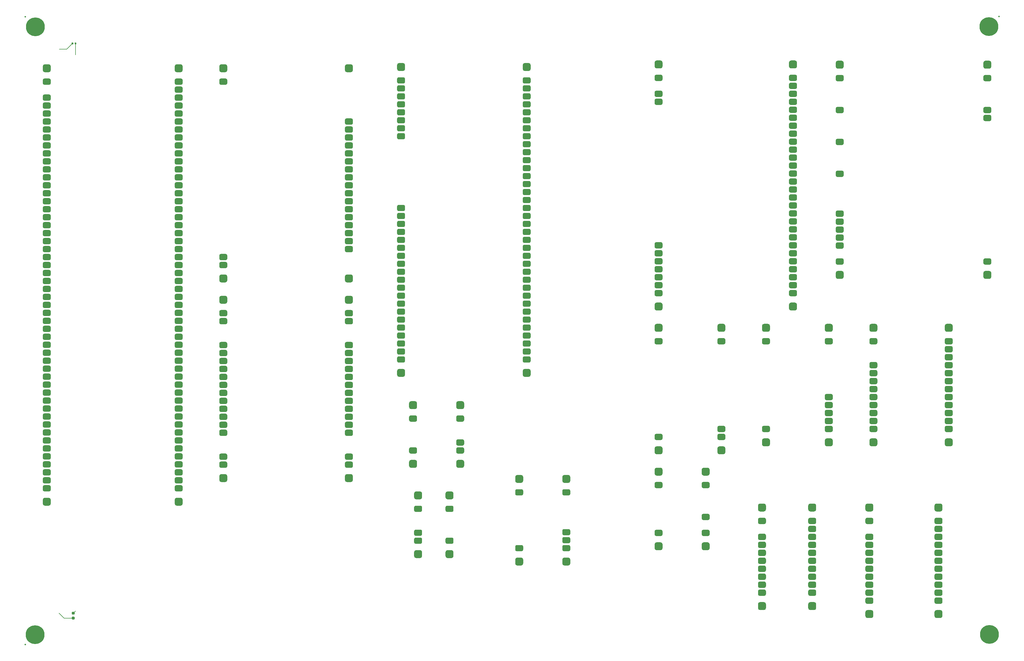
<source format=gtl>
G04 #@! TF.GenerationSoftware,KiCad,Pcbnew,9.0.1+1*
G04 #@! TF.CreationDate,2025-11-12T15:34:54+00:00*
G04 #@! TF.ProjectId,main-carrier,6d61696e-2d63-4617-9272-6965722e6b69,v1.0*
G04 #@! TF.SameCoordinates,Original*
G04 #@! TF.FileFunction,Copper,L1,Top*
G04 #@! TF.FilePolarity,Positive*
%FSLAX46Y46*%
G04 Gerber Fmt 4.6, Leading zero omitted, Abs format (unit mm)*
G04 Created by KiCad (PCBNEW 9.0.1+1) date 2025-11-12 15:34:54*
%MOMM*%
%LPD*%
G01*
G04 APERTURE LIST*
G04 #@! TA.AperFunction,ComponentPad*
%ADD10C,6.000000*%
G04 #@! TD*
G04 #@! TA.AperFunction,SMDPad,CuDef*
%ADD11C,0.500000*%
G04 #@! TD*
G04 #@! TA.AperFunction,Conductor*
%ADD12C,0.200000*%
G04 #@! TD*
G04 APERTURE END LIST*
G04 #@! TA.AperFunction,SMDPad,CuDef*
G36*
G01*
X322300001Y-124559999D02*
X322300001Y-123559999D01*
G75*
G02*
X322800001Y-123059999I500000J0D01*
G01*
X324340001Y-123059999D01*
G75*
G02*
X324840001Y-123559999I0J-500000D01*
G01*
X324840001Y-124559999D01*
G75*
G02*
X324340001Y-125059999I-500000J0D01*
G01*
X322800001Y-125059999D01*
G75*
G02*
X322300001Y-124559999I0J500000D01*
G01*
G37*
G04 #@! TD.AperFunction*
G04 #@! TA.AperFunction,SMDPad,CuDef*
G36*
G01*
X322300001Y-129639999D02*
X322300001Y-128639999D01*
G75*
G02*
X322800001Y-128139999I500000J0D01*
G01*
X324340001Y-128139999D01*
G75*
G02*
X324840001Y-128639999I0J-500000D01*
G01*
X324840001Y-129639999D01*
G75*
G02*
X324340001Y-130139999I-500000J0D01*
G01*
X322800001Y-130139999D01*
G75*
G02*
X322300001Y-129639999I0J500000D01*
G01*
G37*
G04 #@! TD.AperFunction*
G04 #@! TA.AperFunction,SMDPad,CuDef*
G36*
G01*
X322300001Y-132179999D02*
X322300001Y-131179999D01*
G75*
G02*
X322800001Y-130679999I500000J0D01*
G01*
X324340001Y-130679999D01*
G75*
G02*
X324840001Y-131179999I0J-500000D01*
G01*
X324840001Y-132179999D01*
G75*
G02*
X324340001Y-132679999I-500000J0D01*
G01*
X322800001Y-132679999D01*
G75*
G02*
X322300001Y-132179999I0J500000D01*
G01*
G37*
G04 #@! TD.AperFunction*
G04 #@! TA.AperFunction,SMDPad,CuDef*
G36*
G01*
X322300001Y-177899999D02*
X322300001Y-176899999D01*
G75*
G02*
X322800001Y-176399999I500000J0D01*
G01*
X324340001Y-176399999D01*
G75*
G02*
X324840001Y-176899999I0J-500000D01*
G01*
X324840001Y-177899999D01*
G75*
G02*
X324340001Y-178399999I-500000J0D01*
G01*
X322800001Y-178399999D01*
G75*
G02*
X322300001Y-177899999I0J500000D01*
G01*
G37*
G04 #@! TD.AperFunction*
G04 #@! TA.AperFunction,SMDPad,CuDef*
G36*
G01*
X322300001Y-180439999D02*
X322300001Y-179439999D01*
G75*
G02*
X322800001Y-178939999I500000J0D01*
G01*
X324340001Y-178939999D01*
G75*
G02*
X324840001Y-179439999I0J-500000D01*
G01*
X324840001Y-180439999D01*
G75*
G02*
X324340001Y-180939999I-500000J0D01*
G01*
X322800001Y-180939999D01*
G75*
G02*
X322300001Y-180439999I0J500000D01*
G01*
G37*
G04 #@! TD.AperFunction*
G04 #@! TA.AperFunction,SMDPad,CuDef*
G36*
G01*
X322300001Y-182979999D02*
X322300001Y-181979999D01*
G75*
G02*
X322800001Y-181479999I500000J0D01*
G01*
X324340001Y-181479999D01*
G75*
G02*
X324840001Y-181979999I0J-500000D01*
G01*
X324840001Y-182979999D01*
G75*
G02*
X324340001Y-183479999I-500000J0D01*
G01*
X322800001Y-183479999D01*
G75*
G02*
X322300001Y-182979999I0J500000D01*
G01*
G37*
G04 #@! TD.AperFunction*
G04 #@! TA.AperFunction,SMDPad,CuDef*
G36*
G01*
X322300001Y-185519999D02*
X322300001Y-184519999D01*
G75*
G02*
X322800001Y-184019999I500000J0D01*
G01*
X324340001Y-184019999D01*
G75*
G02*
X324840001Y-184519999I0J-500000D01*
G01*
X324840001Y-185519999D01*
G75*
G02*
X324340001Y-186019999I-500000J0D01*
G01*
X322800001Y-186019999D01*
G75*
G02*
X322300001Y-185519999I0J500000D01*
G01*
G37*
G04 #@! TD.AperFunction*
G04 #@! TA.AperFunction,SMDPad,CuDef*
G36*
G01*
X322300001Y-188059999D02*
X322300001Y-187059999D01*
G75*
G02*
X322800001Y-186559999I500000J0D01*
G01*
X324340001Y-186559999D01*
G75*
G02*
X324840001Y-187059999I0J-500000D01*
G01*
X324840001Y-188059999D01*
G75*
G02*
X324340001Y-188559999I-500000J0D01*
G01*
X322800001Y-188559999D01*
G75*
G02*
X322300001Y-188059999I0J500000D01*
G01*
G37*
G04 #@! TD.AperFunction*
G04 #@! TA.AperFunction,SMDPad,CuDef*
G36*
G01*
X322300001Y-190599999D02*
X322300001Y-189599999D01*
G75*
G02*
X322800001Y-189099999I500000J0D01*
G01*
X324340001Y-189099999D01*
G75*
G02*
X324840001Y-189599999I0J-500000D01*
G01*
X324840001Y-190599999D01*
G75*
G02*
X324340001Y-191099999I-500000J0D01*
G01*
X322800001Y-191099999D01*
G75*
G02*
X322300001Y-190599999I0J500000D01*
G01*
G37*
G04 #@! TD.AperFunction*
G04 #@! TA.AperFunction,SMDPad,CuDef*
G36*
G01*
X322300001Y-193139999D02*
X322300001Y-192139999D01*
G75*
G02*
X322800001Y-191639999I500000J0D01*
G01*
X324340001Y-191639999D01*
G75*
G02*
X324840001Y-192139999I0J-500000D01*
G01*
X324840001Y-193139999D01*
G75*
G02*
X324340001Y-193639999I-500000J0D01*
G01*
X322800001Y-193639999D01*
G75*
G02*
X322300001Y-193139999I0J500000D01*
G01*
G37*
G04 #@! TD.AperFunction*
G04 #@! TA.AperFunction,SMDPad,CuDef*
G36*
G01*
X365100001Y-124559999D02*
X365100001Y-123559999D01*
G75*
G02*
X365600001Y-123059999I500000J0D01*
G01*
X367140001Y-123059999D01*
G75*
G02*
X367640001Y-123559999I0J-500000D01*
G01*
X367640001Y-124559999D01*
G75*
G02*
X367140001Y-125059999I-500000J0D01*
G01*
X365600001Y-125059999D01*
G75*
G02*
X365100001Y-124559999I0J500000D01*
G01*
G37*
G04 #@! TD.AperFunction*
G04 #@! TA.AperFunction,SMDPad,CuDef*
G36*
G01*
X365100001Y-127099999D02*
X365100001Y-126099999D01*
G75*
G02*
X365600001Y-125599999I500000J0D01*
G01*
X367140001Y-125599999D01*
G75*
G02*
X367640001Y-126099999I0J-500000D01*
G01*
X367640001Y-127099999D01*
G75*
G02*
X367140001Y-127599999I-500000J0D01*
G01*
X365600001Y-127599999D01*
G75*
G02*
X365100001Y-127099999I0J500000D01*
G01*
G37*
G04 #@! TD.AperFunction*
G04 #@! TA.AperFunction,SMDPad,CuDef*
G36*
G01*
X365100001Y-129639999D02*
X365100001Y-128639999D01*
G75*
G02*
X365600001Y-128139999I500000J0D01*
G01*
X367140001Y-128139999D01*
G75*
G02*
X367640001Y-128639999I0J-500000D01*
G01*
X367640001Y-129639999D01*
G75*
G02*
X367140001Y-130139999I-500000J0D01*
G01*
X365600001Y-130139999D01*
G75*
G02*
X365100001Y-129639999I0J500000D01*
G01*
G37*
G04 #@! TD.AperFunction*
G04 #@! TA.AperFunction,SMDPad,CuDef*
G36*
G01*
X365100001Y-132179999D02*
X365100001Y-131179999D01*
G75*
G02*
X365600001Y-130679999I500000J0D01*
G01*
X367140001Y-130679999D01*
G75*
G02*
X367640001Y-131179999I0J-500000D01*
G01*
X367640001Y-132179999D01*
G75*
G02*
X367140001Y-132679999I-500000J0D01*
G01*
X365600001Y-132679999D01*
G75*
G02*
X365100001Y-132179999I0J500000D01*
G01*
G37*
G04 #@! TD.AperFunction*
G04 #@! TA.AperFunction,SMDPad,CuDef*
G36*
G01*
X365100001Y-134719999D02*
X365100001Y-133719999D01*
G75*
G02*
X365600001Y-133219999I500000J0D01*
G01*
X367140001Y-133219999D01*
G75*
G02*
X367640001Y-133719999I0J-500000D01*
G01*
X367640001Y-134719999D01*
G75*
G02*
X367140001Y-135219999I-500000J0D01*
G01*
X365600001Y-135219999D01*
G75*
G02*
X365100001Y-134719999I0J500000D01*
G01*
G37*
G04 #@! TD.AperFunction*
G04 #@! TA.AperFunction,SMDPad,CuDef*
G36*
G01*
X365100001Y-137259999D02*
X365100001Y-136259999D01*
G75*
G02*
X365600001Y-135759999I500000J0D01*
G01*
X367140001Y-135759999D01*
G75*
G02*
X367640001Y-136259999I0J-500000D01*
G01*
X367640001Y-137259999D01*
G75*
G02*
X367140001Y-137759999I-500000J0D01*
G01*
X365600001Y-137759999D01*
G75*
G02*
X365100001Y-137259999I0J500000D01*
G01*
G37*
G04 #@! TD.AperFunction*
G04 #@! TA.AperFunction,SMDPad,CuDef*
G36*
G01*
X365100001Y-139799999D02*
X365100001Y-138799999D01*
G75*
G02*
X365600001Y-138299999I500000J0D01*
G01*
X367140001Y-138299999D01*
G75*
G02*
X367640001Y-138799999I0J-500000D01*
G01*
X367640001Y-139799999D01*
G75*
G02*
X367140001Y-140299999I-500000J0D01*
G01*
X365600001Y-140299999D01*
G75*
G02*
X365100001Y-139799999I0J500000D01*
G01*
G37*
G04 #@! TD.AperFunction*
G04 #@! TA.AperFunction,SMDPad,CuDef*
G36*
G01*
X365100001Y-142339999D02*
X365100001Y-141339999D01*
G75*
G02*
X365600001Y-140839999I500000J0D01*
G01*
X367140001Y-140839999D01*
G75*
G02*
X367640001Y-141339999I0J-500000D01*
G01*
X367640001Y-142339999D01*
G75*
G02*
X367140001Y-142839999I-500000J0D01*
G01*
X365600001Y-142839999D01*
G75*
G02*
X365100001Y-142339999I0J500000D01*
G01*
G37*
G04 #@! TD.AperFunction*
G04 #@! TA.AperFunction,SMDPad,CuDef*
G36*
G01*
X365100001Y-144879999D02*
X365100001Y-143879999D01*
G75*
G02*
X365600001Y-143379999I500000J0D01*
G01*
X367140001Y-143379999D01*
G75*
G02*
X367640001Y-143879999I0J-500000D01*
G01*
X367640001Y-144879999D01*
G75*
G02*
X367140001Y-145379999I-500000J0D01*
G01*
X365600001Y-145379999D01*
G75*
G02*
X365100001Y-144879999I0J500000D01*
G01*
G37*
G04 #@! TD.AperFunction*
G04 #@! TA.AperFunction,SMDPad,CuDef*
G36*
G01*
X365100001Y-147419999D02*
X365100001Y-146419999D01*
G75*
G02*
X365600001Y-145919999I500000J0D01*
G01*
X367140001Y-145919999D01*
G75*
G02*
X367640001Y-146419999I0J-500000D01*
G01*
X367640001Y-147419999D01*
G75*
G02*
X367140001Y-147919999I-500000J0D01*
G01*
X365600001Y-147919999D01*
G75*
G02*
X365100001Y-147419999I0J500000D01*
G01*
G37*
G04 #@! TD.AperFunction*
G04 #@! TA.AperFunction,SMDPad,CuDef*
G36*
G01*
X365100001Y-149959999D02*
X365100001Y-148959999D01*
G75*
G02*
X365600001Y-148459999I500000J0D01*
G01*
X367140001Y-148459999D01*
G75*
G02*
X367640001Y-148959999I0J-500000D01*
G01*
X367640001Y-149959999D01*
G75*
G02*
X367140001Y-150459999I-500000J0D01*
G01*
X365600001Y-150459999D01*
G75*
G02*
X365100001Y-149959999I0J500000D01*
G01*
G37*
G04 #@! TD.AperFunction*
G04 #@! TA.AperFunction,SMDPad,CuDef*
G36*
G01*
X365100001Y-152499999D02*
X365100001Y-151499999D01*
G75*
G02*
X365600001Y-150999999I500000J0D01*
G01*
X367140001Y-150999999D01*
G75*
G02*
X367640001Y-151499999I0J-500000D01*
G01*
X367640001Y-152499999D01*
G75*
G02*
X367140001Y-152999999I-500000J0D01*
G01*
X365600001Y-152999999D01*
G75*
G02*
X365100001Y-152499999I0J500000D01*
G01*
G37*
G04 #@! TD.AperFunction*
G04 #@! TA.AperFunction,SMDPad,CuDef*
G36*
G01*
X365100001Y-155039999D02*
X365100001Y-154039999D01*
G75*
G02*
X365600001Y-153539999I500000J0D01*
G01*
X367140001Y-153539999D01*
G75*
G02*
X367640001Y-154039999I0J-500000D01*
G01*
X367640001Y-155039999D01*
G75*
G02*
X367140001Y-155539999I-500000J0D01*
G01*
X365600001Y-155539999D01*
G75*
G02*
X365100001Y-155039999I0J500000D01*
G01*
G37*
G04 #@! TD.AperFunction*
G04 #@! TA.AperFunction,SMDPad,CuDef*
G36*
G01*
X365100001Y-157579999D02*
X365100001Y-156579999D01*
G75*
G02*
X365600001Y-156079999I500000J0D01*
G01*
X367140001Y-156079999D01*
G75*
G02*
X367640001Y-156579999I0J-500000D01*
G01*
X367640001Y-157579999D01*
G75*
G02*
X367140001Y-158079999I-500000J0D01*
G01*
X365600001Y-158079999D01*
G75*
G02*
X365100001Y-157579999I0J500000D01*
G01*
G37*
G04 #@! TD.AperFunction*
G04 #@! TA.AperFunction,SMDPad,CuDef*
G36*
G01*
X365100001Y-160119999D02*
X365100001Y-159119999D01*
G75*
G02*
X365600001Y-158619999I500000J0D01*
G01*
X367140001Y-158619999D01*
G75*
G02*
X367640001Y-159119999I0J-500000D01*
G01*
X367640001Y-160119999D01*
G75*
G02*
X367140001Y-160619999I-500000J0D01*
G01*
X365600001Y-160619999D01*
G75*
G02*
X365100001Y-160119999I0J500000D01*
G01*
G37*
G04 #@! TD.AperFunction*
G04 #@! TA.AperFunction,SMDPad,CuDef*
G36*
G01*
X365100001Y-162659999D02*
X365100001Y-161659999D01*
G75*
G02*
X365600001Y-161159999I500000J0D01*
G01*
X367140001Y-161159999D01*
G75*
G02*
X367640001Y-161659999I0J-500000D01*
G01*
X367640001Y-162659999D01*
G75*
G02*
X367140001Y-163159999I-500000J0D01*
G01*
X365600001Y-163159999D01*
G75*
G02*
X365100001Y-162659999I0J500000D01*
G01*
G37*
G04 #@! TD.AperFunction*
G04 #@! TA.AperFunction,SMDPad,CuDef*
G36*
G01*
X365100001Y-165199999D02*
X365100001Y-164199999D01*
G75*
G02*
X365600001Y-163699999I500000J0D01*
G01*
X367140001Y-163699999D01*
G75*
G02*
X367640001Y-164199999I0J-500000D01*
G01*
X367640001Y-165199999D01*
G75*
G02*
X367140001Y-165699999I-500000J0D01*
G01*
X365600001Y-165699999D01*
G75*
G02*
X365100001Y-165199999I0J500000D01*
G01*
G37*
G04 #@! TD.AperFunction*
G04 #@! TA.AperFunction,SMDPad,CuDef*
G36*
G01*
X365100001Y-167739999D02*
X365100001Y-166739999D01*
G75*
G02*
X365600001Y-166239999I500000J0D01*
G01*
X367140001Y-166239999D01*
G75*
G02*
X367640001Y-166739999I0J-500000D01*
G01*
X367640001Y-167739999D01*
G75*
G02*
X367140001Y-168239999I-500000J0D01*
G01*
X365600001Y-168239999D01*
G75*
G02*
X365100001Y-167739999I0J500000D01*
G01*
G37*
G04 #@! TD.AperFunction*
G04 #@! TA.AperFunction,SMDPad,CuDef*
G36*
G01*
X365100001Y-170279999D02*
X365100001Y-169279999D01*
G75*
G02*
X365600001Y-168779999I500000J0D01*
G01*
X367140001Y-168779999D01*
G75*
G02*
X367640001Y-169279999I0J-500000D01*
G01*
X367640001Y-170279999D01*
G75*
G02*
X367140001Y-170779999I-500000J0D01*
G01*
X365600001Y-170779999D01*
G75*
G02*
X365100001Y-170279999I0J500000D01*
G01*
G37*
G04 #@! TD.AperFunction*
G04 #@! TA.AperFunction,SMDPad,CuDef*
G36*
G01*
X365100001Y-172819999D02*
X365100001Y-171819999D01*
G75*
G02*
X365600001Y-171319999I500000J0D01*
G01*
X367140001Y-171319999D01*
G75*
G02*
X367640001Y-171819999I0J-500000D01*
G01*
X367640001Y-172819999D01*
G75*
G02*
X367140001Y-173319999I-500000J0D01*
G01*
X365600001Y-173319999D01*
G75*
G02*
X365100001Y-172819999I0J500000D01*
G01*
G37*
G04 #@! TD.AperFunction*
G04 #@! TA.AperFunction,SMDPad,CuDef*
G36*
G01*
X365100001Y-175359999D02*
X365100001Y-174359999D01*
G75*
G02*
X365600001Y-173859999I500000J0D01*
G01*
X367140001Y-173859999D01*
G75*
G02*
X367640001Y-174359999I0J-500000D01*
G01*
X367640001Y-175359999D01*
G75*
G02*
X367140001Y-175859999I-500000J0D01*
G01*
X365600001Y-175859999D01*
G75*
G02*
X365100001Y-175359999I0J500000D01*
G01*
G37*
G04 #@! TD.AperFunction*
G04 #@! TA.AperFunction,SMDPad,CuDef*
G36*
G01*
X365100001Y-177899999D02*
X365100001Y-176899999D01*
G75*
G02*
X365600001Y-176399999I500000J0D01*
G01*
X367140001Y-176399999D01*
G75*
G02*
X367640001Y-176899999I0J-500000D01*
G01*
X367640001Y-177899999D01*
G75*
G02*
X367140001Y-178399999I-500000J0D01*
G01*
X365600001Y-178399999D01*
G75*
G02*
X365100001Y-177899999I0J500000D01*
G01*
G37*
G04 #@! TD.AperFunction*
G04 #@! TA.AperFunction,SMDPad,CuDef*
G36*
G01*
X365100001Y-180439999D02*
X365100001Y-179439999D01*
G75*
G02*
X365600001Y-178939999I500000J0D01*
G01*
X367140001Y-178939999D01*
G75*
G02*
X367640001Y-179439999I0J-500000D01*
G01*
X367640001Y-180439999D01*
G75*
G02*
X367140001Y-180939999I-500000J0D01*
G01*
X365600001Y-180939999D01*
G75*
G02*
X365100001Y-180439999I0J500000D01*
G01*
G37*
G04 #@! TD.AperFunction*
G04 #@! TA.AperFunction,SMDPad,CuDef*
G36*
G01*
X365100001Y-182979999D02*
X365100001Y-181979999D01*
G75*
G02*
X365600001Y-181479999I500000J0D01*
G01*
X367140001Y-181479999D01*
G75*
G02*
X367640001Y-181979999I0J-500000D01*
G01*
X367640001Y-182979999D01*
G75*
G02*
X367140001Y-183479999I-500000J0D01*
G01*
X365600001Y-183479999D01*
G75*
G02*
X365100001Y-182979999I0J500000D01*
G01*
G37*
G04 #@! TD.AperFunction*
G04 #@! TA.AperFunction,SMDPad,CuDef*
G36*
G01*
X365100001Y-185519999D02*
X365100001Y-184519999D01*
G75*
G02*
X365600001Y-184019999I500000J0D01*
G01*
X367140001Y-184019999D01*
G75*
G02*
X367640001Y-184519999I0J-500000D01*
G01*
X367640001Y-185519999D01*
G75*
G02*
X367140001Y-186019999I-500000J0D01*
G01*
X365600001Y-186019999D01*
G75*
G02*
X365100001Y-185519999I0J500000D01*
G01*
G37*
G04 #@! TD.AperFunction*
G04 #@! TA.AperFunction,SMDPad,CuDef*
G36*
G01*
X365100001Y-188059999D02*
X365100001Y-187059999D01*
G75*
G02*
X365600001Y-186559999I500000J0D01*
G01*
X367140001Y-186559999D01*
G75*
G02*
X367640001Y-187059999I0J-500000D01*
G01*
X367640001Y-188059999D01*
G75*
G02*
X367140001Y-188559999I-500000J0D01*
G01*
X365600001Y-188559999D01*
G75*
G02*
X365100001Y-188059999I0J500000D01*
G01*
G37*
G04 #@! TD.AperFunction*
G04 #@! TA.AperFunction,SMDPad,CuDef*
G36*
G01*
X365100001Y-190599999D02*
X365100001Y-189599999D01*
G75*
G02*
X365600001Y-189099999I500000J0D01*
G01*
X367140001Y-189099999D01*
G75*
G02*
X367640001Y-189599999I0J-500000D01*
G01*
X367640001Y-190599999D01*
G75*
G02*
X367140001Y-191099999I-500000J0D01*
G01*
X365600001Y-191099999D01*
G75*
G02*
X365100001Y-190599999I0J500000D01*
G01*
G37*
G04 #@! TD.AperFunction*
G04 #@! TA.AperFunction,SMDPad,CuDef*
G36*
G01*
X365100001Y-193139999D02*
X365100001Y-192139999D01*
G75*
G02*
X365600001Y-191639999I500000J0D01*
G01*
X367140001Y-191639999D01*
G75*
G02*
X367640001Y-192139999I0J-500000D01*
G01*
X367640001Y-193139999D01*
G75*
G02*
X367140001Y-193639999I-500000J0D01*
G01*
X365600001Y-193639999D01*
G75*
G02*
X365100001Y-193139999I0J500000D01*
G01*
G37*
G04 #@! TD.AperFunction*
G04 #@! TA.AperFunction,SMDPad,CuDef*
G36*
G01*
X322300001Y-120424999D02*
X322300001Y-119154999D01*
G75*
G02*
X322935001Y-118519999I635000J0D01*
G01*
X324205001Y-118519999D01*
G75*
G02*
X324840001Y-119154999I0J-635000D01*
G01*
X324840001Y-120424999D01*
G75*
G02*
X324205001Y-121059999I-635000J0D01*
G01*
X322935001Y-121059999D01*
G75*
G02*
X322300001Y-120424999I0J635000D01*
G01*
G37*
G04 #@! TD.AperFunction*
G04 #@! TA.AperFunction,SMDPad,CuDef*
G36*
G01*
X365100001Y-120424999D02*
X365100001Y-119154999D01*
G75*
G02*
X365735001Y-118519999I635000J0D01*
G01*
X367005001Y-118519999D01*
G75*
G02*
X367640001Y-119154999I0J-635000D01*
G01*
X367640001Y-120424999D01*
G75*
G02*
X367005001Y-121059999I-635000J0D01*
G01*
X365735001Y-121059999D01*
G75*
G02*
X365100001Y-120424999I0J635000D01*
G01*
G37*
G04 #@! TD.AperFunction*
G04 #@! TA.AperFunction,SMDPad,CuDef*
G36*
G01*
X322300001Y-197544999D02*
X322300001Y-196274999D01*
G75*
G02*
X322935001Y-195639999I635000J0D01*
G01*
X324205001Y-195639999D01*
G75*
G02*
X324840001Y-196274999I0J-635000D01*
G01*
X324840001Y-197544999D01*
G75*
G02*
X324205001Y-198179999I-635000J0D01*
G01*
X322935001Y-198179999D01*
G75*
G02*
X322300001Y-197544999I0J635000D01*
G01*
G37*
G04 #@! TD.AperFunction*
G04 #@! TA.AperFunction,SMDPad,CuDef*
G36*
G01*
X365100001Y-197544999D02*
X365100001Y-196274999D01*
G75*
G02*
X365735001Y-195639999I635000J0D01*
G01*
X367005001Y-195639999D01*
G75*
G02*
X367640001Y-196274999I0J-635000D01*
G01*
X367640001Y-197544999D01*
G75*
G02*
X367005001Y-198179999I-635000J0D01*
G01*
X365735001Y-198179999D01*
G75*
G02*
X365100001Y-197544999I0J635000D01*
G01*
G37*
G04 #@! TD.AperFunction*
G04 #@! TA.AperFunction,SMDPad,CuDef*
G36*
G01*
X355220000Y-265699999D02*
X355220000Y-264699999D01*
G75*
G02*
X355720000Y-264199999I500000J0D01*
G01*
X357260000Y-264199999D01*
G75*
G02*
X357760000Y-264699999I0J-500000D01*
G01*
X357760000Y-265699999D01*
G75*
G02*
X357260000Y-266199999I-500000J0D01*
G01*
X355720000Y-266199999D01*
G75*
G02*
X355220000Y-265699999I0J500000D01*
G01*
G37*
G04 #@! TD.AperFunction*
G04 #@! TA.AperFunction,SMDPad,CuDef*
G36*
G01*
X355220000Y-270779999D02*
X355220000Y-269779999D01*
G75*
G02*
X355720000Y-269279999I500000J0D01*
G01*
X357260000Y-269279999D01*
G75*
G02*
X357760000Y-269779999I0J-500000D01*
G01*
X357760000Y-270779999D01*
G75*
G02*
X357260000Y-271279999I-500000J0D01*
G01*
X355720000Y-271279999D01*
G75*
G02*
X355220000Y-270779999I0J500000D01*
G01*
G37*
G04 #@! TD.AperFunction*
G04 #@! TA.AperFunction,SMDPad,CuDef*
G36*
G01*
X355220000Y-273319999D02*
X355220000Y-272319999D01*
G75*
G02*
X355720000Y-271819999I500000J0D01*
G01*
X357260000Y-271819999D01*
G75*
G02*
X357760000Y-272319999I0J-500000D01*
G01*
X357760000Y-273319999D01*
G75*
G02*
X357260000Y-273819999I-500000J0D01*
G01*
X355720000Y-273819999D01*
G75*
G02*
X355220000Y-273319999I0J500000D01*
G01*
G37*
G04 #@! TD.AperFunction*
G04 #@! TA.AperFunction,SMDPad,CuDef*
G36*
G01*
X355220000Y-275859999D02*
X355220000Y-274859999D01*
G75*
G02*
X355720000Y-274359999I500000J0D01*
G01*
X357260000Y-274359999D01*
G75*
G02*
X357760000Y-274859999I0J-500000D01*
G01*
X357760000Y-275859999D01*
G75*
G02*
X357260000Y-276359999I-500000J0D01*
G01*
X355720000Y-276359999D01*
G75*
G02*
X355220000Y-275859999I0J500000D01*
G01*
G37*
G04 #@! TD.AperFunction*
G04 #@! TA.AperFunction,SMDPad,CuDef*
G36*
G01*
X355220000Y-278399999D02*
X355220000Y-277399999D01*
G75*
G02*
X355720000Y-276899999I500000J0D01*
G01*
X357260000Y-276899999D01*
G75*
G02*
X357760000Y-277399999I0J-500000D01*
G01*
X357760000Y-278399999D01*
G75*
G02*
X357260000Y-278899999I-500000J0D01*
G01*
X355720000Y-278899999D01*
G75*
G02*
X355220000Y-278399999I0J500000D01*
G01*
G37*
G04 #@! TD.AperFunction*
G04 #@! TA.AperFunction,SMDPad,CuDef*
G36*
G01*
X355220000Y-280939999D02*
X355220000Y-279939999D01*
G75*
G02*
X355720000Y-279439999I500000J0D01*
G01*
X357260000Y-279439999D01*
G75*
G02*
X357760000Y-279939999I0J-500000D01*
G01*
X357760000Y-280939999D01*
G75*
G02*
X357260000Y-281439999I-500000J0D01*
G01*
X355720000Y-281439999D01*
G75*
G02*
X355220000Y-280939999I0J500000D01*
G01*
G37*
G04 #@! TD.AperFunction*
G04 #@! TA.AperFunction,SMDPad,CuDef*
G36*
G01*
X355220000Y-283479999D02*
X355220000Y-282479999D01*
G75*
G02*
X355720000Y-281979999I500000J0D01*
G01*
X357260000Y-281979999D01*
G75*
G02*
X357760000Y-282479999I0J-500000D01*
G01*
X357760000Y-283479999D01*
G75*
G02*
X357260000Y-283979999I-500000J0D01*
G01*
X355720000Y-283979999D01*
G75*
G02*
X355220000Y-283479999I0J500000D01*
G01*
G37*
G04 #@! TD.AperFunction*
G04 #@! TA.AperFunction,SMDPad,CuDef*
G36*
G01*
X355220000Y-286019999D02*
X355220000Y-285019999D01*
G75*
G02*
X355720000Y-284519999I500000J0D01*
G01*
X357260000Y-284519999D01*
G75*
G02*
X357760000Y-285019999I0J-500000D01*
G01*
X357760000Y-286019999D01*
G75*
G02*
X357260000Y-286519999I-500000J0D01*
G01*
X355720000Y-286519999D01*
G75*
G02*
X355220000Y-286019999I0J500000D01*
G01*
G37*
G04 #@! TD.AperFunction*
G04 #@! TA.AperFunction,SMDPad,CuDef*
G36*
G01*
X355220000Y-288559999D02*
X355220000Y-287559999D01*
G75*
G02*
X355720000Y-287059999I500000J0D01*
G01*
X357260000Y-287059999D01*
G75*
G02*
X357760000Y-287559999I0J-500000D01*
G01*
X357760000Y-288559999D01*
G75*
G02*
X357260000Y-289059999I-500000J0D01*
G01*
X355720000Y-289059999D01*
G75*
G02*
X355220000Y-288559999I0J500000D01*
G01*
G37*
G04 #@! TD.AperFunction*
G04 #@! TA.AperFunction,SMDPad,CuDef*
G36*
G01*
X371220000Y-265699999D02*
X371220000Y-264699999D01*
G75*
G02*
X371720000Y-264199999I500000J0D01*
G01*
X373260000Y-264199999D01*
G75*
G02*
X373760000Y-264699999I0J-500000D01*
G01*
X373760000Y-265699999D01*
G75*
G02*
X373260000Y-266199999I-500000J0D01*
G01*
X371720000Y-266199999D01*
G75*
G02*
X371220000Y-265699999I0J500000D01*
G01*
G37*
G04 #@! TD.AperFunction*
G04 #@! TA.AperFunction,SMDPad,CuDef*
G36*
G01*
X371220000Y-268239999D02*
X371220000Y-267239999D01*
G75*
G02*
X371720000Y-266739999I500000J0D01*
G01*
X373260000Y-266739999D01*
G75*
G02*
X373760000Y-267239999I0J-500000D01*
G01*
X373760000Y-268239999D01*
G75*
G02*
X373260000Y-268739999I-500000J0D01*
G01*
X371720000Y-268739999D01*
G75*
G02*
X371220000Y-268239999I0J500000D01*
G01*
G37*
G04 #@! TD.AperFunction*
G04 #@! TA.AperFunction,SMDPad,CuDef*
G36*
G01*
X371220000Y-270779999D02*
X371220000Y-269779999D01*
G75*
G02*
X371720000Y-269279999I500000J0D01*
G01*
X373260000Y-269279999D01*
G75*
G02*
X373760000Y-269779999I0J-500000D01*
G01*
X373760000Y-270779999D01*
G75*
G02*
X373260000Y-271279999I-500000J0D01*
G01*
X371720000Y-271279999D01*
G75*
G02*
X371220000Y-270779999I0J500000D01*
G01*
G37*
G04 #@! TD.AperFunction*
G04 #@! TA.AperFunction,SMDPad,CuDef*
G36*
G01*
X371220000Y-273319999D02*
X371220000Y-272319999D01*
G75*
G02*
X371720000Y-271819999I500000J0D01*
G01*
X373260000Y-271819999D01*
G75*
G02*
X373760000Y-272319999I0J-500000D01*
G01*
X373760000Y-273319999D01*
G75*
G02*
X373260000Y-273819999I-500000J0D01*
G01*
X371720000Y-273819999D01*
G75*
G02*
X371220000Y-273319999I0J500000D01*
G01*
G37*
G04 #@! TD.AperFunction*
G04 #@! TA.AperFunction,SMDPad,CuDef*
G36*
G01*
X371220000Y-275859999D02*
X371220000Y-274859999D01*
G75*
G02*
X371720000Y-274359999I500000J0D01*
G01*
X373260000Y-274359999D01*
G75*
G02*
X373760000Y-274859999I0J-500000D01*
G01*
X373760000Y-275859999D01*
G75*
G02*
X373260000Y-276359999I-500000J0D01*
G01*
X371720000Y-276359999D01*
G75*
G02*
X371220000Y-275859999I0J500000D01*
G01*
G37*
G04 #@! TD.AperFunction*
G04 #@! TA.AperFunction,SMDPad,CuDef*
G36*
G01*
X371220000Y-278399999D02*
X371220000Y-277399999D01*
G75*
G02*
X371720000Y-276899999I500000J0D01*
G01*
X373260000Y-276899999D01*
G75*
G02*
X373760000Y-277399999I0J-500000D01*
G01*
X373760000Y-278399999D01*
G75*
G02*
X373260000Y-278899999I-500000J0D01*
G01*
X371720000Y-278899999D01*
G75*
G02*
X371220000Y-278399999I0J500000D01*
G01*
G37*
G04 #@! TD.AperFunction*
G04 #@! TA.AperFunction,SMDPad,CuDef*
G36*
G01*
X371220000Y-280939999D02*
X371220000Y-279939999D01*
G75*
G02*
X371720000Y-279439999I500000J0D01*
G01*
X373260000Y-279439999D01*
G75*
G02*
X373760000Y-279939999I0J-500000D01*
G01*
X373760000Y-280939999D01*
G75*
G02*
X373260000Y-281439999I-500000J0D01*
G01*
X371720000Y-281439999D01*
G75*
G02*
X371220000Y-280939999I0J500000D01*
G01*
G37*
G04 #@! TD.AperFunction*
G04 #@! TA.AperFunction,SMDPad,CuDef*
G36*
G01*
X371220000Y-283479999D02*
X371220000Y-282479999D01*
G75*
G02*
X371720000Y-281979999I500000J0D01*
G01*
X373260000Y-281979999D01*
G75*
G02*
X373760000Y-282479999I0J-500000D01*
G01*
X373760000Y-283479999D01*
G75*
G02*
X373260000Y-283979999I-500000J0D01*
G01*
X371720000Y-283979999D01*
G75*
G02*
X371220000Y-283479999I0J500000D01*
G01*
G37*
G04 #@! TD.AperFunction*
G04 #@! TA.AperFunction,SMDPad,CuDef*
G36*
G01*
X371220000Y-286019999D02*
X371220000Y-285019999D01*
G75*
G02*
X371720000Y-284519999I500000J0D01*
G01*
X373260000Y-284519999D01*
G75*
G02*
X373760000Y-285019999I0J-500000D01*
G01*
X373760000Y-286019999D01*
G75*
G02*
X373260000Y-286519999I-500000J0D01*
G01*
X371720000Y-286519999D01*
G75*
G02*
X371220000Y-286019999I0J500000D01*
G01*
G37*
G04 #@! TD.AperFunction*
G04 #@! TA.AperFunction,SMDPad,CuDef*
G36*
G01*
X371220000Y-288559999D02*
X371220000Y-287559999D01*
G75*
G02*
X371720000Y-287059999I500000J0D01*
G01*
X373260000Y-287059999D01*
G75*
G02*
X373760000Y-287559999I0J-500000D01*
G01*
X373760000Y-288559999D01*
G75*
G02*
X373260000Y-289059999I-500000J0D01*
G01*
X371720000Y-289059999D01*
G75*
G02*
X371220000Y-288559999I0J500000D01*
G01*
G37*
G04 #@! TD.AperFunction*
G04 #@! TA.AperFunction,SMDPad,CuDef*
G36*
G01*
X355220000Y-261564999D02*
X355220000Y-260294999D01*
G75*
G02*
X355855000Y-259659999I635000J0D01*
G01*
X357125000Y-259659999D01*
G75*
G02*
X357760000Y-260294999I0J-635000D01*
G01*
X357760000Y-261564999D01*
G75*
G02*
X357125000Y-262199999I-635000J0D01*
G01*
X355855000Y-262199999D01*
G75*
G02*
X355220000Y-261564999I0J635000D01*
G01*
G37*
G04 #@! TD.AperFunction*
G04 #@! TA.AperFunction,SMDPad,CuDef*
G36*
G01*
X371220000Y-261564999D02*
X371220000Y-260294999D01*
G75*
G02*
X371855000Y-259659999I635000J0D01*
G01*
X373125000Y-259659999D01*
G75*
G02*
X373760000Y-260294999I0J-635000D01*
G01*
X373760000Y-261564999D01*
G75*
G02*
X373125000Y-262199999I-635000J0D01*
G01*
X371855000Y-262199999D01*
G75*
G02*
X371220000Y-261564999I0J635000D01*
G01*
G37*
G04 #@! TD.AperFunction*
G04 #@! TA.AperFunction,SMDPad,CuDef*
G36*
G01*
X355220000Y-292964999D02*
X355220000Y-291694999D01*
G75*
G02*
X355855000Y-291059999I635000J0D01*
G01*
X357125000Y-291059999D01*
G75*
G02*
X357760000Y-291694999I0J-635000D01*
G01*
X357760000Y-292964999D01*
G75*
G02*
X357125000Y-293599999I-635000J0D01*
G01*
X355855000Y-293599999D01*
G75*
G02*
X355220000Y-292964999I0J635000D01*
G01*
G37*
G04 #@! TD.AperFunction*
G04 #@! TA.AperFunction,SMDPad,CuDef*
G36*
G01*
X371220000Y-292964999D02*
X371220000Y-291694999D01*
G75*
G02*
X371855000Y-291059999I635000J0D01*
G01*
X373125000Y-291059999D01*
G75*
G02*
X373760000Y-291694999I0J-635000D01*
G01*
X373760000Y-292964999D01*
G75*
G02*
X373125000Y-293599999I-635000J0D01*
G01*
X371855000Y-293599999D01*
G75*
G02*
X371220000Y-292964999I0J635000D01*
G01*
G37*
G04 #@! TD.AperFunction*
G04 #@! TA.AperFunction,SMDPad,CuDef*
G36*
G01*
X379980000Y-124640000D02*
X379980000Y-123640000D01*
G75*
G02*
X380480000Y-123140000I500000J0D01*
G01*
X382020000Y-123140000D01*
G75*
G02*
X382520000Y-123640000I0J-500000D01*
G01*
X382520000Y-124640000D01*
G75*
G02*
X382020000Y-125140000I-500000J0D01*
G01*
X380480000Y-125140000D01*
G75*
G02*
X379980000Y-124640000I0J500000D01*
G01*
G37*
G04 #@! TD.AperFunction*
G04 #@! TA.AperFunction,SMDPad,CuDef*
G36*
G01*
X379980000Y-134800000D02*
X379980000Y-133800000D01*
G75*
G02*
X380480000Y-133300000I500000J0D01*
G01*
X382020000Y-133300000D01*
G75*
G02*
X382520000Y-133800000I0J-500000D01*
G01*
X382520000Y-134800000D01*
G75*
G02*
X382020000Y-135300000I-500000J0D01*
G01*
X380480000Y-135300000D01*
G75*
G02*
X379980000Y-134800000I0J500000D01*
G01*
G37*
G04 #@! TD.AperFunction*
G04 #@! TA.AperFunction,SMDPad,CuDef*
G36*
G01*
X379980000Y-144960000D02*
X379980000Y-143960000D01*
G75*
G02*
X380480000Y-143460000I500000J0D01*
G01*
X382020000Y-143460000D01*
G75*
G02*
X382520000Y-143960000I0J-500000D01*
G01*
X382520000Y-144960000D01*
G75*
G02*
X382020000Y-145460000I-500000J0D01*
G01*
X380480000Y-145460000D01*
G75*
G02*
X379980000Y-144960000I0J500000D01*
G01*
G37*
G04 #@! TD.AperFunction*
G04 #@! TA.AperFunction,SMDPad,CuDef*
G36*
G01*
X379980000Y-155120000D02*
X379980000Y-154120000D01*
G75*
G02*
X380480000Y-153620000I500000J0D01*
G01*
X382020000Y-153620000D01*
G75*
G02*
X382520000Y-154120000I0J-500000D01*
G01*
X382520000Y-155120000D01*
G75*
G02*
X382020000Y-155620000I-500000J0D01*
G01*
X380480000Y-155620000D01*
G75*
G02*
X379980000Y-155120000I0J500000D01*
G01*
G37*
G04 #@! TD.AperFunction*
G04 #@! TA.AperFunction,SMDPad,CuDef*
G36*
G01*
X379980000Y-167820000D02*
X379980000Y-166820000D01*
G75*
G02*
X380480000Y-166320000I500000J0D01*
G01*
X382020000Y-166320000D01*
G75*
G02*
X382520000Y-166820000I0J-500000D01*
G01*
X382520000Y-167820000D01*
G75*
G02*
X382020000Y-168320000I-500000J0D01*
G01*
X380480000Y-168320000D01*
G75*
G02*
X379980000Y-167820000I0J500000D01*
G01*
G37*
G04 #@! TD.AperFunction*
G04 #@! TA.AperFunction,SMDPad,CuDef*
G36*
G01*
X379980000Y-170360000D02*
X379980000Y-169360000D01*
G75*
G02*
X380480000Y-168860000I500000J0D01*
G01*
X382020000Y-168860000D01*
G75*
G02*
X382520000Y-169360000I0J-500000D01*
G01*
X382520000Y-170360000D01*
G75*
G02*
X382020000Y-170860000I-500000J0D01*
G01*
X380480000Y-170860000D01*
G75*
G02*
X379980000Y-170360000I0J500000D01*
G01*
G37*
G04 #@! TD.AperFunction*
G04 #@! TA.AperFunction,SMDPad,CuDef*
G36*
G01*
X379980000Y-172900000D02*
X379980000Y-171900000D01*
G75*
G02*
X380480000Y-171400000I500000J0D01*
G01*
X382020000Y-171400000D01*
G75*
G02*
X382520000Y-171900000I0J-500000D01*
G01*
X382520000Y-172900000D01*
G75*
G02*
X382020000Y-173400000I-500000J0D01*
G01*
X380480000Y-173400000D01*
G75*
G02*
X379980000Y-172900000I0J500000D01*
G01*
G37*
G04 #@! TD.AperFunction*
G04 #@! TA.AperFunction,SMDPad,CuDef*
G36*
G01*
X379980000Y-175440000D02*
X379980000Y-174440000D01*
G75*
G02*
X380480000Y-173940000I500000J0D01*
G01*
X382020000Y-173940000D01*
G75*
G02*
X382520000Y-174440000I0J-500000D01*
G01*
X382520000Y-175440000D01*
G75*
G02*
X382020000Y-175940000I-500000J0D01*
G01*
X380480000Y-175940000D01*
G75*
G02*
X379980000Y-175440000I0J500000D01*
G01*
G37*
G04 #@! TD.AperFunction*
G04 #@! TA.AperFunction,SMDPad,CuDef*
G36*
G01*
X379980000Y-177980000D02*
X379980000Y-176980000D01*
G75*
G02*
X380480000Y-176480000I500000J0D01*
G01*
X382020000Y-176480000D01*
G75*
G02*
X382520000Y-176980000I0J-500000D01*
G01*
X382520000Y-177980000D01*
G75*
G02*
X382020000Y-178480000I-500000J0D01*
G01*
X380480000Y-178480000D01*
G75*
G02*
X379980000Y-177980000I0J500000D01*
G01*
G37*
G04 #@! TD.AperFunction*
G04 #@! TA.AperFunction,SMDPad,CuDef*
G36*
G01*
X379980000Y-183060000D02*
X379980000Y-182060000D01*
G75*
G02*
X380480000Y-181560000I500000J0D01*
G01*
X382020000Y-181560000D01*
G75*
G02*
X382520000Y-182060000I0J-500000D01*
G01*
X382520000Y-183060000D01*
G75*
G02*
X382020000Y-183560000I-500000J0D01*
G01*
X380480000Y-183560000D01*
G75*
G02*
X379980000Y-183060000I0J500000D01*
G01*
G37*
G04 #@! TD.AperFunction*
G04 #@! TA.AperFunction,SMDPad,CuDef*
G36*
G01*
X426980000Y-124640000D02*
X426980000Y-123640000D01*
G75*
G02*
X427480000Y-123140000I500000J0D01*
G01*
X429020000Y-123140000D01*
G75*
G02*
X429520000Y-123640000I0J-500000D01*
G01*
X429520000Y-124640000D01*
G75*
G02*
X429020000Y-125140000I-500000J0D01*
G01*
X427480000Y-125140000D01*
G75*
G02*
X426980000Y-124640000I0J500000D01*
G01*
G37*
G04 #@! TD.AperFunction*
G04 #@! TA.AperFunction,SMDPad,CuDef*
G36*
G01*
X426980000Y-134800000D02*
X426980000Y-133800000D01*
G75*
G02*
X427480000Y-133300000I500000J0D01*
G01*
X429020000Y-133300000D01*
G75*
G02*
X429520000Y-133800000I0J-500000D01*
G01*
X429520000Y-134800000D01*
G75*
G02*
X429020000Y-135300000I-500000J0D01*
G01*
X427480000Y-135300000D01*
G75*
G02*
X426980000Y-134800000I0J500000D01*
G01*
G37*
G04 #@! TD.AperFunction*
G04 #@! TA.AperFunction,SMDPad,CuDef*
G36*
G01*
X426980000Y-137340000D02*
X426980000Y-136340000D01*
G75*
G02*
X427480000Y-135840000I500000J0D01*
G01*
X429020000Y-135840000D01*
G75*
G02*
X429520000Y-136340000I0J-500000D01*
G01*
X429520000Y-137340000D01*
G75*
G02*
X429020000Y-137840000I-500000J0D01*
G01*
X427480000Y-137840000D01*
G75*
G02*
X426980000Y-137340000I0J500000D01*
G01*
G37*
G04 #@! TD.AperFunction*
G04 #@! TA.AperFunction,SMDPad,CuDef*
G36*
G01*
X426980000Y-183060000D02*
X426980000Y-182060000D01*
G75*
G02*
X427480000Y-181560000I500000J0D01*
G01*
X429020000Y-181560000D01*
G75*
G02*
X429520000Y-182060000I0J-500000D01*
G01*
X429520000Y-183060000D01*
G75*
G02*
X429020000Y-183560000I-500000J0D01*
G01*
X427480000Y-183560000D01*
G75*
G02*
X426980000Y-183060000I0J500000D01*
G01*
G37*
G04 #@! TD.AperFunction*
G04 #@! TA.AperFunction,SMDPad,CuDef*
G36*
G01*
X379980000Y-120505000D02*
X379980000Y-119235000D01*
G75*
G02*
X380615000Y-118600000I635000J0D01*
G01*
X381885000Y-118600000D01*
G75*
G02*
X382520000Y-119235000I0J-635000D01*
G01*
X382520000Y-120505000D01*
G75*
G02*
X381885000Y-121140000I-635000J0D01*
G01*
X380615000Y-121140000D01*
G75*
G02*
X379980000Y-120505000I0J635000D01*
G01*
G37*
G04 #@! TD.AperFunction*
G04 #@! TA.AperFunction,SMDPad,CuDef*
G36*
G01*
X426980000Y-120505000D02*
X426980000Y-119235000D01*
G75*
G02*
X427615000Y-118600000I635000J0D01*
G01*
X428885000Y-118600000D01*
G75*
G02*
X429520000Y-119235000I0J-635000D01*
G01*
X429520000Y-120505000D01*
G75*
G02*
X428885000Y-121140000I-635000J0D01*
G01*
X427615000Y-121140000D01*
G75*
G02*
X426980000Y-120505000I0J635000D01*
G01*
G37*
G04 #@! TD.AperFunction*
G04 #@! TA.AperFunction,SMDPad,CuDef*
G36*
G01*
X379980000Y-187465000D02*
X379980000Y-186195000D01*
G75*
G02*
X380615000Y-185560000I635000J0D01*
G01*
X381885000Y-185560000D01*
G75*
G02*
X382520000Y-186195000I0J-635000D01*
G01*
X382520000Y-187465000D01*
G75*
G02*
X381885000Y-188100000I-635000J0D01*
G01*
X380615000Y-188100000D01*
G75*
G02*
X379980000Y-187465000I0J635000D01*
G01*
G37*
G04 #@! TD.AperFunction*
G04 #@! TA.AperFunction,SMDPad,CuDef*
G36*
G01*
X426980000Y-187465000D02*
X426980000Y-186195000D01*
G75*
G02*
X427615000Y-185560000I635000J0D01*
G01*
X428885000Y-185560000D01*
G75*
G02*
X429520000Y-186195000I0J-635000D01*
G01*
X429520000Y-187465000D01*
G75*
G02*
X428885000Y-188100000I-635000J0D01*
G01*
X427615000Y-188100000D01*
G75*
G02*
X426980000Y-187465000I0J635000D01*
G01*
G37*
G04 #@! TD.AperFunction*
G04 #@! TA.AperFunction,SMDPad,CuDef*
G36*
G01*
X390700000Y-208459999D02*
X390700000Y-207459999D01*
G75*
G02*
X391200000Y-206959999I500000J0D01*
G01*
X392740000Y-206959999D01*
G75*
G02*
X393240000Y-207459999I0J-500000D01*
G01*
X393240000Y-208459999D01*
G75*
G02*
X392740000Y-208959999I-500000J0D01*
G01*
X391200000Y-208959999D01*
G75*
G02*
X390700000Y-208459999I0J500000D01*
G01*
G37*
G04 #@! TD.AperFunction*
G04 #@! TA.AperFunction,SMDPad,CuDef*
G36*
G01*
X390700000Y-216079999D02*
X390700000Y-215079999D01*
G75*
G02*
X391200000Y-214579999I500000J0D01*
G01*
X392740000Y-214579999D01*
G75*
G02*
X393240000Y-215079999I0J-500000D01*
G01*
X393240000Y-216079999D01*
G75*
G02*
X392740000Y-216579999I-500000J0D01*
G01*
X391200000Y-216579999D01*
G75*
G02*
X390700000Y-216079999I0J500000D01*
G01*
G37*
G04 #@! TD.AperFunction*
G04 #@! TA.AperFunction,SMDPad,CuDef*
G36*
G01*
X390700000Y-218619999D02*
X390700000Y-217619999D01*
G75*
G02*
X391200000Y-217119999I500000J0D01*
G01*
X392740000Y-217119999D01*
G75*
G02*
X393240000Y-217619999I0J-500000D01*
G01*
X393240000Y-218619999D01*
G75*
G02*
X392740000Y-219119999I-500000J0D01*
G01*
X391200000Y-219119999D01*
G75*
G02*
X390700000Y-218619999I0J500000D01*
G01*
G37*
G04 #@! TD.AperFunction*
G04 #@! TA.AperFunction,SMDPad,CuDef*
G36*
G01*
X390700000Y-221159999D02*
X390700000Y-220159999D01*
G75*
G02*
X391200000Y-219659999I500000J0D01*
G01*
X392740000Y-219659999D01*
G75*
G02*
X393240000Y-220159999I0J-500000D01*
G01*
X393240000Y-221159999D01*
G75*
G02*
X392740000Y-221659999I-500000J0D01*
G01*
X391200000Y-221659999D01*
G75*
G02*
X390700000Y-221159999I0J500000D01*
G01*
G37*
G04 #@! TD.AperFunction*
G04 #@! TA.AperFunction,SMDPad,CuDef*
G36*
G01*
X390700000Y-223699999D02*
X390700000Y-222699999D01*
G75*
G02*
X391200000Y-222199999I500000J0D01*
G01*
X392740000Y-222199999D01*
G75*
G02*
X393240000Y-222699999I0J-500000D01*
G01*
X393240000Y-223699999D01*
G75*
G02*
X392740000Y-224199999I-500000J0D01*
G01*
X391200000Y-224199999D01*
G75*
G02*
X390700000Y-223699999I0J500000D01*
G01*
G37*
G04 #@! TD.AperFunction*
G04 #@! TA.AperFunction,SMDPad,CuDef*
G36*
G01*
X390700000Y-226239999D02*
X390700000Y-225239999D01*
G75*
G02*
X391200000Y-224739999I500000J0D01*
G01*
X392740000Y-224739999D01*
G75*
G02*
X393240000Y-225239999I0J-500000D01*
G01*
X393240000Y-226239999D01*
G75*
G02*
X392740000Y-226739999I-500000J0D01*
G01*
X391200000Y-226739999D01*
G75*
G02*
X390700000Y-226239999I0J500000D01*
G01*
G37*
G04 #@! TD.AperFunction*
G04 #@! TA.AperFunction,SMDPad,CuDef*
G36*
G01*
X390700000Y-228779999D02*
X390700000Y-227779999D01*
G75*
G02*
X391200000Y-227279999I500000J0D01*
G01*
X392740000Y-227279999D01*
G75*
G02*
X393240000Y-227779999I0J-500000D01*
G01*
X393240000Y-228779999D01*
G75*
G02*
X392740000Y-229279999I-500000J0D01*
G01*
X391200000Y-229279999D01*
G75*
G02*
X390700000Y-228779999I0J500000D01*
G01*
G37*
G04 #@! TD.AperFunction*
G04 #@! TA.AperFunction,SMDPad,CuDef*
G36*
G01*
X390700000Y-231319999D02*
X390700000Y-230319999D01*
G75*
G02*
X391200000Y-229819999I500000J0D01*
G01*
X392740000Y-229819999D01*
G75*
G02*
X393240000Y-230319999I0J-500000D01*
G01*
X393240000Y-231319999D01*
G75*
G02*
X392740000Y-231819999I-500000J0D01*
G01*
X391200000Y-231819999D01*
G75*
G02*
X390700000Y-231319999I0J500000D01*
G01*
G37*
G04 #@! TD.AperFunction*
G04 #@! TA.AperFunction,SMDPad,CuDef*
G36*
G01*
X390700000Y-233859999D02*
X390700000Y-232859999D01*
G75*
G02*
X391200000Y-232359999I500000J0D01*
G01*
X392740000Y-232359999D01*
G75*
G02*
X393240000Y-232859999I0J-500000D01*
G01*
X393240000Y-233859999D01*
G75*
G02*
X392740000Y-234359999I-500000J0D01*
G01*
X391200000Y-234359999D01*
G75*
G02*
X390700000Y-233859999I0J500000D01*
G01*
G37*
G04 #@! TD.AperFunction*
G04 #@! TA.AperFunction,SMDPad,CuDef*
G36*
G01*
X390700000Y-236399999D02*
X390700000Y-235399999D01*
G75*
G02*
X391200000Y-234899999I500000J0D01*
G01*
X392740000Y-234899999D01*
G75*
G02*
X393240000Y-235399999I0J-500000D01*
G01*
X393240000Y-236399999D01*
G75*
G02*
X392740000Y-236899999I-500000J0D01*
G01*
X391200000Y-236899999D01*
G75*
G02*
X390700000Y-236399999I0J500000D01*
G01*
G37*
G04 #@! TD.AperFunction*
G04 #@! TA.AperFunction,SMDPad,CuDef*
G36*
G01*
X414700000Y-208459999D02*
X414700000Y-207459999D01*
G75*
G02*
X415200000Y-206959999I500000J0D01*
G01*
X416740000Y-206959999D01*
G75*
G02*
X417240000Y-207459999I0J-500000D01*
G01*
X417240000Y-208459999D01*
G75*
G02*
X416740000Y-208959999I-500000J0D01*
G01*
X415200000Y-208959999D01*
G75*
G02*
X414700000Y-208459999I0J500000D01*
G01*
G37*
G04 #@! TD.AperFunction*
G04 #@! TA.AperFunction,SMDPad,CuDef*
G36*
G01*
X414700000Y-210999999D02*
X414700000Y-209999999D01*
G75*
G02*
X415200000Y-209499999I500000J0D01*
G01*
X416740000Y-209499999D01*
G75*
G02*
X417240000Y-209999999I0J-500000D01*
G01*
X417240000Y-210999999D01*
G75*
G02*
X416740000Y-211499999I-500000J0D01*
G01*
X415200000Y-211499999D01*
G75*
G02*
X414700000Y-210999999I0J500000D01*
G01*
G37*
G04 #@! TD.AperFunction*
G04 #@! TA.AperFunction,SMDPad,CuDef*
G36*
G01*
X414700000Y-213539999D02*
X414700000Y-212539999D01*
G75*
G02*
X415200000Y-212039999I500000J0D01*
G01*
X416740000Y-212039999D01*
G75*
G02*
X417240000Y-212539999I0J-500000D01*
G01*
X417240000Y-213539999D01*
G75*
G02*
X416740000Y-214039999I-500000J0D01*
G01*
X415200000Y-214039999D01*
G75*
G02*
X414700000Y-213539999I0J500000D01*
G01*
G37*
G04 #@! TD.AperFunction*
G04 #@! TA.AperFunction,SMDPad,CuDef*
G36*
G01*
X414700000Y-216079999D02*
X414700000Y-215079999D01*
G75*
G02*
X415200000Y-214579999I500000J0D01*
G01*
X416740000Y-214579999D01*
G75*
G02*
X417240000Y-215079999I0J-500000D01*
G01*
X417240000Y-216079999D01*
G75*
G02*
X416740000Y-216579999I-500000J0D01*
G01*
X415200000Y-216579999D01*
G75*
G02*
X414700000Y-216079999I0J500000D01*
G01*
G37*
G04 #@! TD.AperFunction*
G04 #@! TA.AperFunction,SMDPad,CuDef*
G36*
G01*
X414700000Y-218619999D02*
X414700000Y-217619999D01*
G75*
G02*
X415200000Y-217119999I500000J0D01*
G01*
X416740000Y-217119999D01*
G75*
G02*
X417240000Y-217619999I0J-500000D01*
G01*
X417240000Y-218619999D01*
G75*
G02*
X416740000Y-219119999I-500000J0D01*
G01*
X415200000Y-219119999D01*
G75*
G02*
X414700000Y-218619999I0J500000D01*
G01*
G37*
G04 #@! TD.AperFunction*
G04 #@! TA.AperFunction,SMDPad,CuDef*
G36*
G01*
X414700000Y-221159999D02*
X414700000Y-220159999D01*
G75*
G02*
X415200000Y-219659999I500000J0D01*
G01*
X416740000Y-219659999D01*
G75*
G02*
X417240000Y-220159999I0J-500000D01*
G01*
X417240000Y-221159999D01*
G75*
G02*
X416740000Y-221659999I-500000J0D01*
G01*
X415200000Y-221659999D01*
G75*
G02*
X414700000Y-221159999I0J500000D01*
G01*
G37*
G04 #@! TD.AperFunction*
G04 #@! TA.AperFunction,SMDPad,CuDef*
G36*
G01*
X414700000Y-223699999D02*
X414700000Y-222699999D01*
G75*
G02*
X415200000Y-222199999I500000J0D01*
G01*
X416740000Y-222199999D01*
G75*
G02*
X417240000Y-222699999I0J-500000D01*
G01*
X417240000Y-223699999D01*
G75*
G02*
X416740000Y-224199999I-500000J0D01*
G01*
X415200000Y-224199999D01*
G75*
G02*
X414700000Y-223699999I0J500000D01*
G01*
G37*
G04 #@! TD.AperFunction*
G04 #@! TA.AperFunction,SMDPad,CuDef*
G36*
G01*
X414700000Y-226239999D02*
X414700000Y-225239999D01*
G75*
G02*
X415200000Y-224739999I500000J0D01*
G01*
X416740000Y-224739999D01*
G75*
G02*
X417240000Y-225239999I0J-500000D01*
G01*
X417240000Y-226239999D01*
G75*
G02*
X416740000Y-226739999I-500000J0D01*
G01*
X415200000Y-226739999D01*
G75*
G02*
X414700000Y-226239999I0J500000D01*
G01*
G37*
G04 #@! TD.AperFunction*
G04 #@! TA.AperFunction,SMDPad,CuDef*
G36*
G01*
X414700000Y-228779999D02*
X414700000Y-227779999D01*
G75*
G02*
X415200000Y-227279999I500000J0D01*
G01*
X416740000Y-227279999D01*
G75*
G02*
X417240000Y-227779999I0J-500000D01*
G01*
X417240000Y-228779999D01*
G75*
G02*
X416740000Y-229279999I-500000J0D01*
G01*
X415200000Y-229279999D01*
G75*
G02*
X414700000Y-228779999I0J500000D01*
G01*
G37*
G04 #@! TD.AperFunction*
G04 #@! TA.AperFunction,SMDPad,CuDef*
G36*
G01*
X414700000Y-231319999D02*
X414700000Y-230319999D01*
G75*
G02*
X415200000Y-229819999I500000J0D01*
G01*
X416740000Y-229819999D01*
G75*
G02*
X417240000Y-230319999I0J-500000D01*
G01*
X417240000Y-231319999D01*
G75*
G02*
X416740000Y-231819999I-500000J0D01*
G01*
X415200000Y-231819999D01*
G75*
G02*
X414700000Y-231319999I0J500000D01*
G01*
G37*
G04 #@! TD.AperFunction*
G04 #@! TA.AperFunction,SMDPad,CuDef*
G36*
G01*
X414700000Y-233859999D02*
X414700000Y-232859999D01*
G75*
G02*
X415200000Y-232359999I500000J0D01*
G01*
X416740000Y-232359999D01*
G75*
G02*
X417240000Y-232859999I0J-500000D01*
G01*
X417240000Y-233859999D01*
G75*
G02*
X416740000Y-234359999I-500000J0D01*
G01*
X415200000Y-234359999D01*
G75*
G02*
X414700000Y-233859999I0J500000D01*
G01*
G37*
G04 #@! TD.AperFunction*
G04 #@! TA.AperFunction,SMDPad,CuDef*
G36*
G01*
X414700000Y-236399999D02*
X414700000Y-235399999D01*
G75*
G02*
X415200000Y-234899999I500000J0D01*
G01*
X416740000Y-234899999D01*
G75*
G02*
X417240000Y-235399999I0J-500000D01*
G01*
X417240000Y-236399999D01*
G75*
G02*
X416740000Y-236899999I-500000J0D01*
G01*
X415200000Y-236899999D01*
G75*
G02*
X414700000Y-236399999I0J500000D01*
G01*
G37*
G04 #@! TD.AperFunction*
G04 #@! TA.AperFunction,SMDPad,CuDef*
G36*
G01*
X390700000Y-204324999D02*
X390700000Y-203054999D01*
G75*
G02*
X391335000Y-202419999I635000J0D01*
G01*
X392605000Y-202419999D01*
G75*
G02*
X393240000Y-203054999I0J-635000D01*
G01*
X393240000Y-204324999D01*
G75*
G02*
X392605000Y-204959999I-635000J0D01*
G01*
X391335000Y-204959999D01*
G75*
G02*
X390700000Y-204324999I0J635000D01*
G01*
G37*
G04 #@! TD.AperFunction*
G04 #@! TA.AperFunction,SMDPad,CuDef*
G36*
G01*
X414700000Y-204324999D02*
X414700000Y-203054999D01*
G75*
G02*
X415335000Y-202419999I635000J0D01*
G01*
X416605000Y-202419999D01*
G75*
G02*
X417240000Y-203054999I0J-635000D01*
G01*
X417240000Y-204324999D01*
G75*
G02*
X416605000Y-204959999I-635000J0D01*
G01*
X415335000Y-204959999D01*
G75*
G02*
X414700000Y-204324999I0J635000D01*
G01*
G37*
G04 #@! TD.AperFunction*
G04 #@! TA.AperFunction,SMDPad,CuDef*
G36*
G01*
X390700000Y-240804999D02*
X390700000Y-239534999D01*
G75*
G02*
X391335000Y-238899999I635000J0D01*
G01*
X392605000Y-238899999D01*
G75*
G02*
X393240000Y-239534999I0J-635000D01*
G01*
X393240000Y-240804999D01*
G75*
G02*
X392605000Y-241439999I-635000J0D01*
G01*
X391335000Y-241439999D01*
G75*
G02*
X390700000Y-240804999I0J635000D01*
G01*
G37*
G04 #@! TD.AperFunction*
G04 #@! TA.AperFunction,SMDPad,CuDef*
G36*
G01*
X414700000Y-240804999D02*
X414700000Y-239534999D01*
G75*
G02*
X415335000Y-238899999I635000J0D01*
G01*
X416605000Y-238899999D01*
G75*
G02*
X417240000Y-239534999I0J-635000D01*
G01*
X417240000Y-240804999D01*
G75*
G02*
X416605000Y-241439999I-635000J0D01*
G01*
X415335000Y-241439999D01*
G75*
G02*
X414700000Y-240804999I0J635000D01*
G01*
G37*
G04 #@! TD.AperFunction*
G04 #@! TA.AperFunction,SMDPad,CuDef*
G36*
G01*
X183700001Y-199520001D02*
X183700001Y-198520001D01*
G75*
G02*
X184200001Y-198020001I500000J0D01*
G01*
X185740001Y-198020001D01*
G75*
G02*
X186240001Y-198520001I0J-500000D01*
G01*
X186240001Y-199520001D01*
G75*
G02*
X185740001Y-200020001I-500000J0D01*
G01*
X184200001Y-200020001D01*
G75*
G02*
X183700001Y-199520001I0J500000D01*
G01*
G37*
G04 #@! TD.AperFunction*
G04 #@! TA.AperFunction,SMDPad,CuDef*
G36*
G01*
X183700001Y-202060001D02*
X183700001Y-201060001D01*
G75*
G02*
X184200001Y-200560001I500000J0D01*
G01*
X185740001Y-200560001D01*
G75*
G02*
X186240001Y-201060001I0J-500000D01*
G01*
X186240001Y-202060001D01*
G75*
G02*
X185740001Y-202560001I-500000J0D01*
G01*
X184200001Y-202560001D01*
G75*
G02*
X183700001Y-202060001I0J500000D01*
G01*
G37*
G04 #@! TD.AperFunction*
G04 #@! TA.AperFunction,SMDPad,CuDef*
G36*
G01*
X183700001Y-209680001D02*
X183700001Y-208680001D01*
G75*
G02*
X184200001Y-208180001I500000J0D01*
G01*
X185740001Y-208180001D01*
G75*
G02*
X186240001Y-208680001I0J-500000D01*
G01*
X186240001Y-209680001D01*
G75*
G02*
X185740001Y-210180001I-500000J0D01*
G01*
X184200001Y-210180001D01*
G75*
G02*
X183700001Y-209680001I0J500000D01*
G01*
G37*
G04 #@! TD.AperFunction*
G04 #@! TA.AperFunction,SMDPad,CuDef*
G36*
G01*
X183700001Y-212220001D02*
X183700001Y-211220001D01*
G75*
G02*
X184200001Y-210720001I500000J0D01*
G01*
X185740001Y-210720001D01*
G75*
G02*
X186240001Y-211220001I0J-500000D01*
G01*
X186240001Y-212220001D01*
G75*
G02*
X185740001Y-212720001I-500000J0D01*
G01*
X184200001Y-212720001D01*
G75*
G02*
X183700001Y-212220001I0J500000D01*
G01*
G37*
G04 #@! TD.AperFunction*
G04 #@! TA.AperFunction,SMDPad,CuDef*
G36*
G01*
X183700001Y-214760001D02*
X183700001Y-213760001D01*
G75*
G02*
X184200001Y-213260001I500000J0D01*
G01*
X185740001Y-213260001D01*
G75*
G02*
X186240001Y-213760001I0J-500000D01*
G01*
X186240001Y-214760001D01*
G75*
G02*
X185740001Y-215260001I-500000J0D01*
G01*
X184200001Y-215260001D01*
G75*
G02*
X183700001Y-214760001I0J500000D01*
G01*
G37*
G04 #@! TD.AperFunction*
G04 #@! TA.AperFunction,SMDPad,CuDef*
G36*
G01*
X183700001Y-217300001D02*
X183700001Y-216300001D01*
G75*
G02*
X184200001Y-215800001I500000J0D01*
G01*
X185740001Y-215800001D01*
G75*
G02*
X186240001Y-216300001I0J-500000D01*
G01*
X186240001Y-217300001D01*
G75*
G02*
X185740001Y-217800001I-500000J0D01*
G01*
X184200001Y-217800001D01*
G75*
G02*
X183700001Y-217300001I0J500000D01*
G01*
G37*
G04 #@! TD.AperFunction*
G04 #@! TA.AperFunction,SMDPad,CuDef*
G36*
G01*
X183700001Y-219840001D02*
X183700001Y-218840001D01*
G75*
G02*
X184200001Y-218340001I500000J0D01*
G01*
X185740001Y-218340001D01*
G75*
G02*
X186240001Y-218840001I0J-500000D01*
G01*
X186240001Y-219840001D01*
G75*
G02*
X185740001Y-220340001I-500000J0D01*
G01*
X184200001Y-220340001D01*
G75*
G02*
X183700001Y-219840001I0J500000D01*
G01*
G37*
G04 #@! TD.AperFunction*
G04 #@! TA.AperFunction,SMDPad,CuDef*
G36*
G01*
X183700001Y-222380001D02*
X183700001Y-221380001D01*
G75*
G02*
X184200001Y-220880001I500000J0D01*
G01*
X185740001Y-220880001D01*
G75*
G02*
X186240001Y-221380001I0J-500000D01*
G01*
X186240001Y-222380001D01*
G75*
G02*
X185740001Y-222880001I-500000J0D01*
G01*
X184200001Y-222880001D01*
G75*
G02*
X183700001Y-222380001I0J500000D01*
G01*
G37*
G04 #@! TD.AperFunction*
G04 #@! TA.AperFunction,SMDPad,CuDef*
G36*
G01*
X183700001Y-224920001D02*
X183700001Y-223920001D01*
G75*
G02*
X184200001Y-223420001I500000J0D01*
G01*
X185740001Y-223420001D01*
G75*
G02*
X186240001Y-223920001I0J-500000D01*
G01*
X186240001Y-224920001D01*
G75*
G02*
X185740001Y-225420001I-500000J0D01*
G01*
X184200001Y-225420001D01*
G75*
G02*
X183700001Y-224920001I0J500000D01*
G01*
G37*
G04 #@! TD.AperFunction*
G04 #@! TA.AperFunction,SMDPad,CuDef*
G36*
G01*
X183700001Y-227460001D02*
X183700001Y-226460001D01*
G75*
G02*
X184200001Y-225960001I500000J0D01*
G01*
X185740001Y-225960001D01*
G75*
G02*
X186240001Y-226460001I0J-500000D01*
G01*
X186240001Y-227460001D01*
G75*
G02*
X185740001Y-227960001I-500000J0D01*
G01*
X184200001Y-227960001D01*
G75*
G02*
X183700001Y-227460001I0J500000D01*
G01*
G37*
G04 #@! TD.AperFunction*
G04 #@! TA.AperFunction,SMDPad,CuDef*
G36*
G01*
X183700001Y-230000001D02*
X183700001Y-229000001D01*
G75*
G02*
X184200001Y-228500001I500000J0D01*
G01*
X185740001Y-228500001D01*
G75*
G02*
X186240001Y-229000001I0J-500000D01*
G01*
X186240001Y-230000001D01*
G75*
G02*
X185740001Y-230500001I-500000J0D01*
G01*
X184200001Y-230500001D01*
G75*
G02*
X183700001Y-230000001I0J500000D01*
G01*
G37*
G04 #@! TD.AperFunction*
G04 #@! TA.AperFunction,SMDPad,CuDef*
G36*
G01*
X183700001Y-232540001D02*
X183700001Y-231540001D01*
G75*
G02*
X184200001Y-231040001I500000J0D01*
G01*
X185740001Y-231040001D01*
G75*
G02*
X186240001Y-231540001I0J-500000D01*
G01*
X186240001Y-232540001D01*
G75*
G02*
X185740001Y-233040001I-500000J0D01*
G01*
X184200001Y-233040001D01*
G75*
G02*
X183700001Y-232540001I0J500000D01*
G01*
G37*
G04 #@! TD.AperFunction*
G04 #@! TA.AperFunction,SMDPad,CuDef*
G36*
G01*
X183700001Y-235080001D02*
X183700001Y-234080001D01*
G75*
G02*
X184200001Y-233580001I500000J0D01*
G01*
X185740001Y-233580001D01*
G75*
G02*
X186240001Y-234080001I0J-500000D01*
G01*
X186240001Y-235080001D01*
G75*
G02*
X185740001Y-235580001I-500000J0D01*
G01*
X184200001Y-235580001D01*
G75*
G02*
X183700001Y-235080001I0J500000D01*
G01*
G37*
G04 #@! TD.AperFunction*
G04 #@! TA.AperFunction,SMDPad,CuDef*
G36*
G01*
X183700001Y-237620001D02*
X183700001Y-236620001D01*
G75*
G02*
X184200001Y-236120001I500000J0D01*
G01*
X185740001Y-236120001D01*
G75*
G02*
X186240001Y-236620001I0J-500000D01*
G01*
X186240001Y-237620001D01*
G75*
G02*
X185740001Y-238120001I-500000J0D01*
G01*
X184200001Y-238120001D01*
G75*
G02*
X183700001Y-237620001I0J500000D01*
G01*
G37*
G04 #@! TD.AperFunction*
G04 #@! TA.AperFunction,SMDPad,CuDef*
G36*
G01*
X183700001Y-245240001D02*
X183700001Y-244240001D01*
G75*
G02*
X184200001Y-243740001I500000J0D01*
G01*
X185740001Y-243740001D01*
G75*
G02*
X186240001Y-244240001I0J-500000D01*
G01*
X186240001Y-245240001D01*
G75*
G02*
X185740001Y-245740001I-500000J0D01*
G01*
X184200001Y-245740001D01*
G75*
G02*
X183700001Y-245240001I0J500000D01*
G01*
G37*
G04 #@! TD.AperFunction*
G04 #@! TA.AperFunction,SMDPad,CuDef*
G36*
G01*
X183700001Y-247780001D02*
X183700001Y-246780001D01*
G75*
G02*
X184200001Y-246280001I500000J0D01*
G01*
X185740001Y-246280001D01*
G75*
G02*
X186240001Y-246780001I0J-500000D01*
G01*
X186240001Y-247780001D01*
G75*
G02*
X185740001Y-248280001I-500000J0D01*
G01*
X184200001Y-248280001D01*
G75*
G02*
X183700001Y-247780001I0J500000D01*
G01*
G37*
G04 #@! TD.AperFunction*
G04 #@! TA.AperFunction,SMDPad,CuDef*
G36*
G01*
X223700001Y-199520001D02*
X223700001Y-198520001D01*
G75*
G02*
X224200001Y-198020001I500000J0D01*
G01*
X225740001Y-198020001D01*
G75*
G02*
X226240001Y-198520001I0J-500000D01*
G01*
X226240001Y-199520001D01*
G75*
G02*
X225740001Y-200020001I-500000J0D01*
G01*
X224200001Y-200020001D01*
G75*
G02*
X223700001Y-199520001I0J500000D01*
G01*
G37*
G04 #@! TD.AperFunction*
G04 #@! TA.AperFunction,SMDPad,CuDef*
G36*
G01*
X223700001Y-202060001D02*
X223700001Y-201060001D01*
G75*
G02*
X224200001Y-200560001I500000J0D01*
G01*
X225740001Y-200560001D01*
G75*
G02*
X226240001Y-201060001I0J-500000D01*
G01*
X226240001Y-202060001D01*
G75*
G02*
X225740001Y-202560001I-500000J0D01*
G01*
X224200001Y-202560001D01*
G75*
G02*
X223700001Y-202060001I0J500000D01*
G01*
G37*
G04 #@! TD.AperFunction*
G04 #@! TA.AperFunction,SMDPad,CuDef*
G36*
G01*
X223700001Y-209680001D02*
X223700001Y-208680001D01*
G75*
G02*
X224200001Y-208180001I500000J0D01*
G01*
X225740001Y-208180001D01*
G75*
G02*
X226240001Y-208680001I0J-500000D01*
G01*
X226240001Y-209680001D01*
G75*
G02*
X225740001Y-210180001I-500000J0D01*
G01*
X224200001Y-210180001D01*
G75*
G02*
X223700001Y-209680001I0J500000D01*
G01*
G37*
G04 #@! TD.AperFunction*
G04 #@! TA.AperFunction,SMDPad,CuDef*
G36*
G01*
X223700001Y-212220001D02*
X223700001Y-211220001D01*
G75*
G02*
X224200001Y-210720001I500000J0D01*
G01*
X225740001Y-210720001D01*
G75*
G02*
X226240001Y-211220001I0J-500000D01*
G01*
X226240001Y-212220001D01*
G75*
G02*
X225740001Y-212720001I-500000J0D01*
G01*
X224200001Y-212720001D01*
G75*
G02*
X223700001Y-212220001I0J500000D01*
G01*
G37*
G04 #@! TD.AperFunction*
G04 #@! TA.AperFunction,SMDPad,CuDef*
G36*
G01*
X223700001Y-214760001D02*
X223700001Y-213760001D01*
G75*
G02*
X224200001Y-213260001I500000J0D01*
G01*
X225740001Y-213260001D01*
G75*
G02*
X226240001Y-213760001I0J-500000D01*
G01*
X226240001Y-214760001D01*
G75*
G02*
X225740001Y-215260001I-500000J0D01*
G01*
X224200001Y-215260001D01*
G75*
G02*
X223700001Y-214760001I0J500000D01*
G01*
G37*
G04 #@! TD.AperFunction*
G04 #@! TA.AperFunction,SMDPad,CuDef*
G36*
G01*
X223700001Y-217300001D02*
X223700001Y-216300001D01*
G75*
G02*
X224200001Y-215800001I500000J0D01*
G01*
X225740001Y-215800001D01*
G75*
G02*
X226240001Y-216300001I0J-500000D01*
G01*
X226240001Y-217300001D01*
G75*
G02*
X225740001Y-217800001I-500000J0D01*
G01*
X224200001Y-217800001D01*
G75*
G02*
X223700001Y-217300001I0J500000D01*
G01*
G37*
G04 #@! TD.AperFunction*
G04 #@! TA.AperFunction,SMDPad,CuDef*
G36*
G01*
X223700001Y-219840001D02*
X223700001Y-218840001D01*
G75*
G02*
X224200001Y-218340001I500000J0D01*
G01*
X225740001Y-218340001D01*
G75*
G02*
X226240001Y-218840001I0J-500000D01*
G01*
X226240001Y-219840001D01*
G75*
G02*
X225740001Y-220340001I-500000J0D01*
G01*
X224200001Y-220340001D01*
G75*
G02*
X223700001Y-219840001I0J500000D01*
G01*
G37*
G04 #@! TD.AperFunction*
G04 #@! TA.AperFunction,SMDPad,CuDef*
G36*
G01*
X223700001Y-222380001D02*
X223700001Y-221380001D01*
G75*
G02*
X224200001Y-220880001I500000J0D01*
G01*
X225740001Y-220880001D01*
G75*
G02*
X226240001Y-221380001I0J-500000D01*
G01*
X226240001Y-222380001D01*
G75*
G02*
X225740001Y-222880001I-500000J0D01*
G01*
X224200001Y-222880001D01*
G75*
G02*
X223700001Y-222380001I0J500000D01*
G01*
G37*
G04 #@! TD.AperFunction*
G04 #@! TA.AperFunction,SMDPad,CuDef*
G36*
G01*
X223700001Y-224920001D02*
X223700001Y-223920001D01*
G75*
G02*
X224200001Y-223420001I500000J0D01*
G01*
X225740001Y-223420001D01*
G75*
G02*
X226240001Y-223920001I0J-500000D01*
G01*
X226240001Y-224920001D01*
G75*
G02*
X225740001Y-225420001I-500000J0D01*
G01*
X224200001Y-225420001D01*
G75*
G02*
X223700001Y-224920001I0J500000D01*
G01*
G37*
G04 #@! TD.AperFunction*
G04 #@! TA.AperFunction,SMDPad,CuDef*
G36*
G01*
X223700001Y-227460001D02*
X223700001Y-226460001D01*
G75*
G02*
X224200001Y-225960001I500000J0D01*
G01*
X225740001Y-225960001D01*
G75*
G02*
X226240001Y-226460001I0J-500000D01*
G01*
X226240001Y-227460001D01*
G75*
G02*
X225740001Y-227960001I-500000J0D01*
G01*
X224200001Y-227960001D01*
G75*
G02*
X223700001Y-227460001I0J500000D01*
G01*
G37*
G04 #@! TD.AperFunction*
G04 #@! TA.AperFunction,SMDPad,CuDef*
G36*
G01*
X223700001Y-230000001D02*
X223700001Y-229000001D01*
G75*
G02*
X224200001Y-228500001I500000J0D01*
G01*
X225740001Y-228500001D01*
G75*
G02*
X226240001Y-229000001I0J-500000D01*
G01*
X226240001Y-230000001D01*
G75*
G02*
X225740001Y-230500001I-500000J0D01*
G01*
X224200001Y-230500001D01*
G75*
G02*
X223700001Y-230000001I0J500000D01*
G01*
G37*
G04 #@! TD.AperFunction*
G04 #@! TA.AperFunction,SMDPad,CuDef*
G36*
G01*
X223700001Y-232540001D02*
X223700001Y-231540001D01*
G75*
G02*
X224200001Y-231040001I500000J0D01*
G01*
X225740001Y-231040001D01*
G75*
G02*
X226240001Y-231540001I0J-500000D01*
G01*
X226240001Y-232540001D01*
G75*
G02*
X225740001Y-233040001I-500000J0D01*
G01*
X224200001Y-233040001D01*
G75*
G02*
X223700001Y-232540001I0J500000D01*
G01*
G37*
G04 #@! TD.AperFunction*
G04 #@! TA.AperFunction,SMDPad,CuDef*
G36*
G01*
X223700001Y-235080001D02*
X223700001Y-234080001D01*
G75*
G02*
X224200001Y-233580001I500000J0D01*
G01*
X225740001Y-233580001D01*
G75*
G02*
X226240001Y-234080001I0J-500000D01*
G01*
X226240001Y-235080001D01*
G75*
G02*
X225740001Y-235580001I-500000J0D01*
G01*
X224200001Y-235580001D01*
G75*
G02*
X223700001Y-235080001I0J500000D01*
G01*
G37*
G04 #@! TD.AperFunction*
G04 #@! TA.AperFunction,SMDPad,CuDef*
G36*
G01*
X223700001Y-237620001D02*
X223700001Y-236620001D01*
G75*
G02*
X224200001Y-236120001I500000J0D01*
G01*
X225740001Y-236120001D01*
G75*
G02*
X226240001Y-236620001I0J-500000D01*
G01*
X226240001Y-237620001D01*
G75*
G02*
X225740001Y-238120001I-500000J0D01*
G01*
X224200001Y-238120001D01*
G75*
G02*
X223700001Y-237620001I0J500000D01*
G01*
G37*
G04 #@! TD.AperFunction*
G04 #@! TA.AperFunction,SMDPad,CuDef*
G36*
G01*
X223700001Y-245240001D02*
X223700001Y-244240001D01*
G75*
G02*
X224200001Y-243740001I500000J0D01*
G01*
X225740001Y-243740001D01*
G75*
G02*
X226240001Y-244240001I0J-500000D01*
G01*
X226240001Y-245240001D01*
G75*
G02*
X225740001Y-245740001I-500000J0D01*
G01*
X224200001Y-245740001D01*
G75*
G02*
X223700001Y-245240001I0J500000D01*
G01*
G37*
G04 #@! TD.AperFunction*
G04 #@! TA.AperFunction,SMDPad,CuDef*
G36*
G01*
X223700001Y-247780001D02*
X223700001Y-246780001D01*
G75*
G02*
X224200001Y-246280001I500000J0D01*
G01*
X225740001Y-246280001D01*
G75*
G02*
X226240001Y-246780001I0J-500000D01*
G01*
X226240001Y-247780001D01*
G75*
G02*
X225740001Y-248280001I-500000J0D01*
G01*
X224200001Y-248280001D01*
G75*
G02*
X223700001Y-247780001I0J500000D01*
G01*
G37*
G04 #@! TD.AperFunction*
G04 #@! TA.AperFunction,SMDPad,CuDef*
G36*
G01*
X183700001Y-195385001D02*
X183700001Y-194115001D01*
G75*
G02*
X184335001Y-193480001I635000J0D01*
G01*
X185605001Y-193480001D01*
G75*
G02*
X186240001Y-194115001I0J-635000D01*
G01*
X186240001Y-195385001D01*
G75*
G02*
X185605001Y-196020001I-635000J0D01*
G01*
X184335001Y-196020001D01*
G75*
G02*
X183700001Y-195385001I0J635000D01*
G01*
G37*
G04 #@! TD.AperFunction*
G04 #@! TA.AperFunction,SMDPad,CuDef*
G36*
G01*
X223700001Y-195385001D02*
X223700001Y-194115001D01*
G75*
G02*
X224335001Y-193480001I635000J0D01*
G01*
X225605001Y-193480001D01*
G75*
G02*
X226240001Y-194115001I0J-635000D01*
G01*
X226240001Y-195385001D01*
G75*
G02*
X225605001Y-196020001I-635000J0D01*
G01*
X224335001Y-196020001D01*
G75*
G02*
X223700001Y-195385001I0J635000D01*
G01*
G37*
G04 #@! TD.AperFunction*
G04 #@! TA.AperFunction,SMDPad,CuDef*
G36*
G01*
X183700001Y-252185001D02*
X183700001Y-250915001D01*
G75*
G02*
X184335001Y-250280001I635000J0D01*
G01*
X185605001Y-250280001D01*
G75*
G02*
X186240001Y-250915001I0J-635000D01*
G01*
X186240001Y-252185001D01*
G75*
G02*
X185605001Y-252820001I-635000J0D01*
G01*
X184335001Y-252820001D01*
G75*
G02*
X183700001Y-252185001I0J635000D01*
G01*
G37*
G04 #@! TD.AperFunction*
G04 #@! TA.AperFunction,SMDPad,CuDef*
G36*
G01*
X223700001Y-252185001D02*
X223700001Y-250915001D01*
G75*
G02*
X224335001Y-250280001I635000J0D01*
G01*
X225605001Y-250280001D01*
G75*
G02*
X226240001Y-250915001I0J-635000D01*
G01*
X226240001Y-252185001D01*
G75*
G02*
X225605001Y-252820001I-635000J0D01*
G01*
X224335001Y-252820001D01*
G75*
G02*
X223700001Y-252185001I0J635000D01*
G01*
G37*
G04 #@! TD.AperFunction*
D10*
X125030000Y-301450000D03*
G04 #@! TA.AperFunction,SMDPad,CuDef*
G36*
G01*
X245730000Y-261840000D02*
X245730000Y-260840000D01*
G75*
G02*
X246230000Y-260340000I500000J0D01*
G01*
X247770000Y-260340000D01*
G75*
G02*
X248270000Y-260840000I0J-500000D01*
G01*
X248270000Y-261840000D01*
G75*
G02*
X247770000Y-262340000I-500000J0D01*
G01*
X246230000Y-262340000D01*
G75*
G02*
X245730000Y-261840000I0J500000D01*
G01*
G37*
G04 #@! TD.AperFunction*
G04 #@! TA.AperFunction,SMDPad,CuDef*
G36*
G01*
X245730000Y-269460000D02*
X245730000Y-268460000D01*
G75*
G02*
X246230000Y-267960000I500000J0D01*
G01*
X247770000Y-267960000D01*
G75*
G02*
X248270000Y-268460000I0J-500000D01*
G01*
X248270000Y-269460000D01*
G75*
G02*
X247770000Y-269960000I-500000J0D01*
G01*
X246230000Y-269960000D01*
G75*
G02*
X245730000Y-269460000I0J500000D01*
G01*
G37*
G04 #@! TD.AperFunction*
G04 #@! TA.AperFunction,SMDPad,CuDef*
G36*
G01*
X245730000Y-272000000D02*
X245730000Y-271000000D01*
G75*
G02*
X246230000Y-270500000I500000J0D01*
G01*
X247770000Y-270500000D01*
G75*
G02*
X248270000Y-271000000I0J-500000D01*
G01*
X248270000Y-272000000D01*
G75*
G02*
X247770000Y-272500000I-500000J0D01*
G01*
X246230000Y-272500000D01*
G75*
G02*
X245730000Y-272000000I0J500000D01*
G01*
G37*
G04 #@! TD.AperFunction*
G04 #@! TA.AperFunction,SMDPad,CuDef*
G36*
G01*
X255730000Y-261840000D02*
X255730000Y-260840000D01*
G75*
G02*
X256230000Y-260340000I500000J0D01*
G01*
X257770000Y-260340000D01*
G75*
G02*
X258270000Y-260840000I0J-500000D01*
G01*
X258270000Y-261840000D01*
G75*
G02*
X257770000Y-262340000I-500000J0D01*
G01*
X256230000Y-262340000D01*
G75*
G02*
X255730000Y-261840000I0J500000D01*
G01*
G37*
G04 #@! TD.AperFunction*
G04 #@! TA.AperFunction,SMDPad,CuDef*
G36*
G01*
X255730000Y-272000000D02*
X255730000Y-271000000D01*
G75*
G02*
X256230000Y-270500000I500000J0D01*
G01*
X257770000Y-270500000D01*
G75*
G02*
X258270000Y-271000000I0J-500000D01*
G01*
X258270000Y-272000000D01*
G75*
G02*
X257770000Y-272500000I-500000J0D01*
G01*
X256230000Y-272500000D01*
G75*
G02*
X255730000Y-272000000I0J500000D01*
G01*
G37*
G04 #@! TD.AperFunction*
G04 #@! TA.AperFunction,SMDPad,CuDef*
G36*
G01*
X245730000Y-257705000D02*
X245730000Y-256435000D01*
G75*
G02*
X246365000Y-255800000I635000J0D01*
G01*
X247635000Y-255800000D01*
G75*
G02*
X248270000Y-256435000I0J-635000D01*
G01*
X248270000Y-257705000D01*
G75*
G02*
X247635000Y-258340000I-635000J0D01*
G01*
X246365000Y-258340000D01*
G75*
G02*
X245730000Y-257705000I0J635000D01*
G01*
G37*
G04 #@! TD.AperFunction*
G04 #@! TA.AperFunction,SMDPad,CuDef*
G36*
G01*
X255730000Y-257705000D02*
X255730000Y-256435000D01*
G75*
G02*
X256365000Y-255800000I635000J0D01*
G01*
X257635000Y-255800000D01*
G75*
G02*
X258270000Y-256435000I0J-635000D01*
G01*
X258270000Y-257705000D01*
G75*
G02*
X257635000Y-258340000I-635000J0D01*
G01*
X256365000Y-258340000D01*
G75*
G02*
X255730000Y-257705000I0J635000D01*
G01*
G37*
G04 #@! TD.AperFunction*
G04 #@! TA.AperFunction,SMDPad,CuDef*
G36*
G01*
X245730000Y-276405000D02*
X245730000Y-275135000D01*
G75*
G02*
X246365000Y-274500000I635000J0D01*
G01*
X247635000Y-274500000D01*
G75*
G02*
X248270000Y-275135000I0J-635000D01*
G01*
X248270000Y-276405000D01*
G75*
G02*
X247635000Y-277040000I-635000J0D01*
G01*
X246365000Y-277040000D01*
G75*
G02*
X245730000Y-276405000I0J635000D01*
G01*
G37*
G04 #@! TD.AperFunction*
G04 #@! TA.AperFunction,SMDPad,CuDef*
G36*
G01*
X255730000Y-276405000D02*
X255730000Y-275135000D01*
G75*
G02*
X256365000Y-274500000I635000J0D01*
G01*
X257635000Y-274500000D01*
G75*
G02*
X258270000Y-275135000I0J-635000D01*
G01*
X258270000Y-276405000D01*
G75*
G02*
X257635000Y-277040000I-635000J0D01*
G01*
X256365000Y-277040000D01*
G75*
G02*
X255730000Y-276405000I0J635000D01*
G01*
G37*
G04 #@! TD.AperFunction*
G04 #@! TA.AperFunction,SMDPad,CuDef*
G36*
G01*
X244130000Y-233090000D02*
X244130000Y-232090000D01*
G75*
G02*
X244630000Y-231590000I500000J0D01*
G01*
X246170000Y-231590000D01*
G75*
G02*
X246670000Y-232090000I0J-500000D01*
G01*
X246670000Y-233090000D01*
G75*
G02*
X246170000Y-233590000I-500000J0D01*
G01*
X244630000Y-233590000D01*
G75*
G02*
X244130000Y-233090000I0J500000D01*
G01*
G37*
G04 #@! TD.AperFunction*
G04 #@! TA.AperFunction,SMDPad,CuDef*
G36*
G01*
X244130000Y-243250000D02*
X244130000Y-242250000D01*
G75*
G02*
X244630000Y-241750000I500000J0D01*
G01*
X246170000Y-241750000D01*
G75*
G02*
X246670000Y-242250000I0J-500000D01*
G01*
X246670000Y-243250000D01*
G75*
G02*
X246170000Y-243750000I-500000J0D01*
G01*
X244630000Y-243750000D01*
G75*
G02*
X244130000Y-243250000I0J500000D01*
G01*
G37*
G04 #@! TD.AperFunction*
G04 #@! TA.AperFunction,SMDPad,CuDef*
G36*
G01*
X259130000Y-233090000D02*
X259130000Y-232090000D01*
G75*
G02*
X259630000Y-231590000I500000J0D01*
G01*
X261170000Y-231590000D01*
G75*
G02*
X261670000Y-232090000I0J-500000D01*
G01*
X261670000Y-233090000D01*
G75*
G02*
X261170000Y-233590000I-500000J0D01*
G01*
X259630000Y-233590000D01*
G75*
G02*
X259130000Y-233090000I0J500000D01*
G01*
G37*
G04 #@! TD.AperFunction*
G04 #@! TA.AperFunction,SMDPad,CuDef*
G36*
G01*
X259130000Y-240710000D02*
X259130000Y-239710000D01*
G75*
G02*
X259630000Y-239210000I500000J0D01*
G01*
X261170000Y-239210000D01*
G75*
G02*
X261670000Y-239710000I0J-500000D01*
G01*
X261670000Y-240710000D01*
G75*
G02*
X261170000Y-241210000I-500000J0D01*
G01*
X259630000Y-241210000D01*
G75*
G02*
X259130000Y-240710000I0J500000D01*
G01*
G37*
G04 #@! TD.AperFunction*
G04 #@! TA.AperFunction,SMDPad,CuDef*
G36*
G01*
X259130000Y-243250000D02*
X259130000Y-242250000D01*
G75*
G02*
X259630000Y-241750000I500000J0D01*
G01*
X261170000Y-241750000D01*
G75*
G02*
X261670000Y-242250000I0J-500000D01*
G01*
X261670000Y-243250000D01*
G75*
G02*
X261170000Y-243750000I-500000J0D01*
G01*
X259630000Y-243750000D01*
G75*
G02*
X259130000Y-243250000I0J500000D01*
G01*
G37*
G04 #@! TD.AperFunction*
G04 #@! TA.AperFunction,SMDPad,CuDef*
G36*
G01*
X244130000Y-228955000D02*
X244130000Y-227685000D01*
G75*
G02*
X244765000Y-227050000I635000J0D01*
G01*
X246035000Y-227050000D01*
G75*
G02*
X246670000Y-227685000I0J-635000D01*
G01*
X246670000Y-228955000D01*
G75*
G02*
X246035000Y-229590000I-635000J0D01*
G01*
X244765000Y-229590000D01*
G75*
G02*
X244130000Y-228955000I0J635000D01*
G01*
G37*
G04 #@! TD.AperFunction*
G04 #@! TA.AperFunction,SMDPad,CuDef*
G36*
G01*
X259130000Y-228955000D02*
X259130000Y-227685000D01*
G75*
G02*
X259765000Y-227050000I635000J0D01*
G01*
X261035000Y-227050000D01*
G75*
G02*
X261670000Y-227685000I0J-635000D01*
G01*
X261670000Y-228955000D01*
G75*
G02*
X261035000Y-229590000I-635000J0D01*
G01*
X259765000Y-229590000D01*
G75*
G02*
X259130000Y-228955000I0J635000D01*
G01*
G37*
G04 #@! TD.AperFunction*
G04 #@! TA.AperFunction,SMDPad,CuDef*
G36*
G01*
X244130000Y-247655000D02*
X244130000Y-246385000D01*
G75*
G02*
X244765000Y-245750000I635000J0D01*
G01*
X246035000Y-245750000D01*
G75*
G02*
X246670000Y-246385000I0J-635000D01*
G01*
X246670000Y-247655000D01*
G75*
G02*
X246035000Y-248290000I-635000J0D01*
G01*
X244765000Y-248290000D01*
G75*
G02*
X244130000Y-247655000I0J635000D01*
G01*
G37*
G04 #@! TD.AperFunction*
G04 #@! TA.AperFunction,SMDPad,CuDef*
G36*
G01*
X259130000Y-247655000D02*
X259130000Y-246385000D01*
G75*
G02*
X259765000Y-245750000I635000J0D01*
G01*
X261035000Y-245750000D01*
G75*
G02*
X261670000Y-246385000I0J-635000D01*
G01*
X261670000Y-247655000D01*
G75*
G02*
X261035000Y-248290000I-635000J0D01*
G01*
X259765000Y-248290000D01*
G75*
G02*
X259130000Y-247655000I0J635000D01*
G01*
G37*
G04 #@! TD.AperFunction*
G04 #@! TA.AperFunction,SMDPad,CuDef*
G36*
G01*
X127500001Y-125770002D02*
X127500001Y-124770002D01*
G75*
G02*
X128000001Y-124270002I500000J0D01*
G01*
X129540001Y-124270002D01*
G75*
G02*
X130040001Y-124770002I0J-500000D01*
G01*
X130040001Y-125770002D01*
G75*
G02*
X129540001Y-126270002I-500000J0D01*
G01*
X128000001Y-126270002D01*
G75*
G02*
X127500001Y-125770002I0J500000D01*
G01*
G37*
G04 #@! TD.AperFunction*
G04 #@! TA.AperFunction,SMDPad,CuDef*
G36*
G01*
X127500001Y-130850002D02*
X127500001Y-129850002D01*
G75*
G02*
X128000001Y-129350002I500000J0D01*
G01*
X129540001Y-129350002D01*
G75*
G02*
X130040001Y-129850002I0J-500000D01*
G01*
X130040001Y-130850002D01*
G75*
G02*
X129540001Y-131350002I-500000J0D01*
G01*
X128000001Y-131350002D01*
G75*
G02*
X127500001Y-130850002I0J500000D01*
G01*
G37*
G04 #@! TD.AperFunction*
G04 #@! TA.AperFunction,SMDPad,CuDef*
G36*
G01*
X127500001Y-133390002D02*
X127500001Y-132390002D01*
G75*
G02*
X128000001Y-131890002I500000J0D01*
G01*
X129540001Y-131890002D01*
G75*
G02*
X130040001Y-132390002I0J-500000D01*
G01*
X130040001Y-133390002D01*
G75*
G02*
X129540001Y-133890002I-500000J0D01*
G01*
X128000001Y-133890002D01*
G75*
G02*
X127500001Y-133390002I0J500000D01*
G01*
G37*
G04 #@! TD.AperFunction*
G04 #@! TA.AperFunction,SMDPad,CuDef*
G36*
G01*
X127500001Y-135930002D02*
X127500001Y-134930002D01*
G75*
G02*
X128000001Y-134430002I500000J0D01*
G01*
X129540001Y-134430002D01*
G75*
G02*
X130040001Y-134930002I0J-500000D01*
G01*
X130040001Y-135930002D01*
G75*
G02*
X129540001Y-136430002I-500000J0D01*
G01*
X128000001Y-136430002D01*
G75*
G02*
X127500001Y-135930002I0J500000D01*
G01*
G37*
G04 #@! TD.AperFunction*
G04 #@! TA.AperFunction,SMDPad,CuDef*
G36*
G01*
X127500001Y-138470002D02*
X127500001Y-137470002D01*
G75*
G02*
X128000001Y-136970002I500000J0D01*
G01*
X129540001Y-136970002D01*
G75*
G02*
X130040001Y-137470002I0J-500000D01*
G01*
X130040001Y-138470002D01*
G75*
G02*
X129540001Y-138970002I-500000J0D01*
G01*
X128000001Y-138970002D01*
G75*
G02*
X127500001Y-138470002I0J500000D01*
G01*
G37*
G04 #@! TD.AperFunction*
G04 #@! TA.AperFunction,SMDPad,CuDef*
G36*
G01*
X127500001Y-141010002D02*
X127500001Y-140010002D01*
G75*
G02*
X128000001Y-139510002I500000J0D01*
G01*
X129540001Y-139510002D01*
G75*
G02*
X130040001Y-140010002I0J-500000D01*
G01*
X130040001Y-141010002D01*
G75*
G02*
X129540001Y-141510002I-500000J0D01*
G01*
X128000001Y-141510002D01*
G75*
G02*
X127500001Y-141010002I0J500000D01*
G01*
G37*
G04 #@! TD.AperFunction*
G04 #@! TA.AperFunction,SMDPad,CuDef*
G36*
G01*
X127500001Y-143550002D02*
X127500001Y-142550002D01*
G75*
G02*
X128000001Y-142050002I500000J0D01*
G01*
X129540001Y-142050002D01*
G75*
G02*
X130040001Y-142550002I0J-500000D01*
G01*
X130040001Y-143550002D01*
G75*
G02*
X129540001Y-144050002I-500000J0D01*
G01*
X128000001Y-144050002D01*
G75*
G02*
X127500001Y-143550002I0J500000D01*
G01*
G37*
G04 #@! TD.AperFunction*
G04 #@! TA.AperFunction,SMDPad,CuDef*
G36*
G01*
X127500001Y-146090002D02*
X127500001Y-145090002D01*
G75*
G02*
X128000001Y-144590002I500000J0D01*
G01*
X129540001Y-144590002D01*
G75*
G02*
X130040001Y-145090002I0J-500000D01*
G01*
X130040001Y-146090002D01*
G75*
G02*
X129540001Y-146590002I-500000J0D01*
G01*
X128000001Y-146590002D01*
G75*
G02*
X127500001Y-146090002I0J500000D01*
G01*
G37*
G04 #@! TD.AperFunction*
G04 #@! TA.AperFunction,SMDPad,CuDef*
G36*
G01*
X127500001Y-148630002D02*
X127500001Y-147630002D01*
G75*
G02*
X128000001Y-147130002I500000J0D01*
G01*
X129540001Y-147130002D01*
G75*
G02*
X130040001Y-147630002I0J-500000D01*
G01*
X130040001Y-148630002D01*
G75*
G02*
X129540001Y-149130002I-500000J0D01*
G01*
X128000001Y-149130002D01*
G75*
G02*
X127500001Y-148630002I0J500000D01*
G01*
G37*
G04 #@! TD.AperFunction*
G04 #@! TA.AperFunction,SMDPad,CuDef*
G36*
G01*
X127500001Y-151170002D02*
X127500001Y-150170002D01*
G75*
G02*
X128000001Y-149670002I500000J0D01*
G01*
X129540001Y-149670002D01*
G75*
G02*
X130040001Y-150170002I0J-500000D01*
G01*
X130040001Y-151170002D01*
G75*
G02*
X129540001Y-151670002I-500000J0D01*
G01*
X128000001Y-151670002D01*
G75*
G02*
X127500001Y-151170002I0J500000D01*
G01*
G37*
G04 #@! TD.AperFunction*
G04 #@! TA.AperFunction,SMDPad,CuDef*
G36*
G01*
X127500001Y-153710002D02*
X127500001Y-152710002D01*
G75*
G02*
X128000001Y-152210002I500000J0D01*
G01*
X129540001Y-152210002D01*
G75*
G02*
X130040001Y-152710002I0J-500000D01*
G01*
X130040001Y-153710002D01*
G75*
G02*
X129540001Y-154210002I-500000J0D01*
G01*
X128000001Y-154210002D01*
G75*
G02*
X127500001Y-153710002I0J500000D01*
G01*
G37*
G04 #@! TD.AperFunction*
G04 #@! TA.AperFunction,SMDPad,CuDef*
G36*
G01*
X127500001Y-156250002D02*
X127500001Y-155250002D01*
G75*
G02*
X128000001Y-154750002I500000J0D01*
G01*
X129540001Y-154750002D01*
G75*
G02*
X130040001Y-155250002I0J-500000D01*
G01*
X130040001Y-156250002D01*
G75*
G02*
X129540001Y-156750002I-500000J0D01*
G01*
X128000001Y-156750002D01*
G75*
G02*
X127500001Y-156250002I0J500000D01*
G01*
G37*
G04 #@! TD.AperFunction*
G04 #@! TA.AperFunction,SMDPad,CuDef*
G36*
G01*
X127500001Y-158790002D02*
X127500001Y-157790002D01*
G75*
G02*
X128000001Y-157290002I500000J0D01*
G01*
X129540001Y-157290002D01*
G75*
G02*
X130040001Y-157790002I0J-500000D01*
G01*
X130040001Y-158790002D01*
G75*
G02*
X129540001Y-159290002I-500000J0D01*
G01*
X128000001Y-159290002D01*
G75*
G02*
X127500001Y-158790002I0J500000D01*
G01*
G37*
G04 #@! TD.AperFunction*
G04 #@! TA.AperFunction,SMDPad,CuDef*
G36*
G01*
X127500001Y-161330002D02*
X127500001Y-160330002D01*
G75*
G02*
X128000001Y-159830002I500000J0D01*
G01*
X129540001Y-159830002D01*
G75*
G02*
X130040001Y-160330002I0J-500000D01*
G01*
X130040001Y-161330002D01*
G75*
G02*
X129540001Y-161830002I-500000J0D01*
G01*
X128000001Y-161830002D01*
G75*
G02*
X127500001Y-161330002I0J500000D01*
G01*
G37*
G04 #@! TD.AperFunction*
G04 #@! TA.AperFunction,SMDPad,CuDef*
G36*
G01*
X127500001Y-163870002D02*
X127500001Y-162870002D01*
G75*
G02*
X128000001Y-162370002I500000J0D01*
G01*
X129540001Y-162370002D01*
G75*
G02*
X130040001Y-162870002I0J-500000D01*
G01*
X130040001Y-163870002D01*
G75*
G02*
X129540001Y-164370002I-500000J0D01*
G01*
X128000001Y-164370002D01*
G75*
G02*
X127500001Y-163870002I0J500000D01*
G01*
G37*
G04 #@! TD.AperFunction*
G04 #@! TA.AperFunction,SMDPad,CuDef*
G36*
G01*
X127500001Y-166410002D02*
X127500001Y-165410002D01*
G75*
G02*
X128000001Y-164910002I500000J0D01*
G01*
X129540001Y-164910002D01*
G75*
G02*
X130040001Y-165410002I0J-500000D01*
G01*
X130040001Y-166410002D01*
G75*
G02*
X129540001Y-166910002I-500000J0D01*
G01*
X128000001Y-166910002D01*
G75*
G02*
X127500001Y-166410002I0J500000D01*
G01*
G37*
G04 #@! TD.AperFunction*
G04 #@! TA.AperFunction,SMDPad,CuDef*
G36*
G01*
X127500001Y-168950002D02*
X127500001Y-167950002D01*
G75*
G02*
X128000001Y-167450002I500000J0D01*
G01*
X129540001Y-167450002D01*
G75*
G02*
X130040001Y-167950002I0J-500000D01*
G01*
X130040001Y-168950002D01*
G75*
G02*
X129540001Y-169450002I-500000J0D01*
G01*
X128000001Y-169450002D01*
G75*
G02*
X127500001Y-168950002I0J500000D01*
G01*
G37*
G04 #@! TD.AperFunction*
G04 #@! TA.AperFunction,SMDPad,CuDef*
G36*
G01*
X127500001Y-171490002D02*
X127500001Y-170490002D01*
G75*
G02*
X128000001Y-169990002I500000J0D01*
G01*
X129540001Y-169990002D01*
G75*
G02*
X130040001Y-170490002I0J-500000D01*
G01*
X130040001Y-171490002D01*
G75*
G02*
X129540001Y-171990002I-500000J0D01*
G01*
X128000001Y-171990002D01*
G75*
G02*
X127500001Y-171490002I0J500000D01*
G01*
G37*
G04 #@! TD.AperFunction*
G04 #@! TA.AperFunction,SMDPad,CuDef*
G36*
G01*
X127500001Y-174030002D02*
X127500001Y-173030002D01*
G75*
G02*
X128000001Y-172530002I500000J0D01*
G01*
X129540001Y-172530002D01*
G75*
G02*
X130040001Y-173030002I0J-500000D01*
G01*
X130040001Y-174030002D01*
G75*
G02*
X129540001Y-174530002I-500000J0D01*
G01*
X128000001Y-174530002D01*
G75*
G02*
X127500001Y-174030002I0J500000D01*
G01*
G37*
G04 #@! TD.AperFunction*
G04 #@! TA.AperFunction,SMDPad,CuDef*
G36*
G01*
X127500001Y-176570002D02*
X127500001Y-175570002D01*
G75*
G02*
X128000001Y-175070002I500000J0D01*
G01*
X129540001Y-175070002D01*
G75*
G02*
X130040001Y-175570002I0J-500000D01*
G01*
X130040001Y-176570002D01*
G75*
G02*
X129540001Y-177070002I-500000J0D01*
G01*
X128000001Y-177070002D01*
G75*
G02*
X127500001Y-176570002I0J500000D01*
G01*
G37*
G04 #@! TD.AperFunction*
G04 #@! TA.AperFunction,SMDPad,CuDef*
G36*
G01*
X127500001Y-179110002D02*
X127500001Y-178110002D01*
G75*
G02*
X128000001Y-177610002I500000J0D01*
G01*
X129540001Y-177610002D01*
G75*
G02*
X130040001Y-178110002I0J-500000D01*
G01*
X130040001Y-179110002D01*
G75*
G02*
X129540001Y-179610002I-500000J0D01*
G01*
X128000001Y-179610002D01*
G75*
G02*
X127500001Y-179110002I0J500000D01*
G01*
G37*
G04 #@! TD.AperFunction*
G04 #@! TA.AperFunction,SMDPad,CuDef*
G36*
G01*
X127500001Y-181650002D02*
X127500001Y-180650002D01*
G75*
G02*
X128000001Y-180150002I500000J0D01*
G01*
X129540001Y-180150002D01*
G75*
G02*
X130040001Y-180650002I0J-500000D01*
G01*
X130040001Y-181650002D01*
G75*
G02*
X129540001Y-182150002I-500000J0D01*
G01*
X128000001Y-182150002D01*
G75*
G02*
X127500001Y-181650002I0J500000D01*
G01*
G37*
G04 #@! TD.AperFunction*
G04 #@! TA.AperFunction,SMDPad,CuDef*
G36*
G01*
X127500001Y-184190002D02*
X127500001Y-183190002D01*
G75*
G02*
X128000001Y-182690002I500000J0D01*
G01*
X129540001Y-182690002D01*
G75*
G02*
X130040001Y-183190002I0J-500000D01*
G01*
X130040001Y-184190002D01*
G75*
G02*
X129540001Y-184690002I-500000J0D01*
G01*
X128000001Y-184690002D01*
G75*
G02*
X127500001Y-184190002I0J500000D01*
G01*
G37*
G04 #@! TD.AperFunction*
G04 #@! TA.AperFunction,SMDPad,CuDef*
G36*
G01*
X127500001Y-186730002D02*
X127500001Y-185730002D01*
G75*
G02*
X128000001Y-185230002I500000J0D01*
G01*
X129540001Y-185230002D01*
G75*
G02*
X130040001Y-185730002I0J-500000D01*
G01*
X130040001Y-186730002D01*
G75*
G02*
X129540001Y-187230002I-500000J0D01*
G01*
X128000001Y-187230002D01*
G75*
G02*
X127500001Y-186730002I0J500000D01*
G01*
G37*
G04 #@! TD.AperFunction*
G04 #@! TA.AperFunction,SMDPad,CuDef*
G36*
G01*
X127500001Y-189270002D02*
X127500001Y-188270002D01*
G75*
G02*
X128000001Y-187770002I500000J0D01*
G01*
X129540001Y-187770002D01*
G75*
G02*
X130040001Y-188270002I0J-500000D01*
G01*
X130040001Y-189270002D01*
G75*
G02*
X129540001Y-189770002I-500000J0D01*
G01*
X128000001Y-189770002D01*
G75*
G02*
X127500001Y-189270002I0J500000D01*
G01*
G37*
G04 #@! TD.AperFunction*
G04 #@! TA.AperFunction,SMDPad,CuDef*
G36*
G01*
X127500001Y-191810002D02*
X127500001Y-190810002D01*
G75*
G02*
X128000001Y-190310002I500000J0D01*
G01*
X129540001Y-190310002D01*
G75*
G02*
X130040001Y-190810002I0J-500000D01*
G01*
X130040001Y-191810002D01*
G75*
G02*
X129540001Y-192310002I-500000J0D01*
G01*
X128000001Y-192310002D01*
G75*
G02*
X127500001Y-191810002I0J500000D01*
G01*
G37*
G04 #@! TD.AperFunction*
G04 #@! TA.AperFunction,SMDPad,CuDef*
G36*
G01*
X127500001Y-194350002D02*
X127500001Y-193350002D01*
G75*
G02*
X128000001Y-192850002I500000J0D01*
G01*
X129540001Y-192850002D01*
G75*
G02*
X130040001Y-193350002I0J-500000D01*
G01*
X130040001Y-194350002D01*
G75*
G02*
X129540001Y-194850002I-500000J0D01*
G01*
X128000001Y-194850002D01*
G75*
G02*
X127500001Y-194350002I0J500000D01*
G01*
G37*
G04 #@! TD.AperFunction*
G04 #@! TA.AperFunction,SMDPad,CuDef*
G36*
G01*
X127500001Y-196890002D02*
X127500001Y-195890002D01*
G75*
G02*
X128000001Y-195390002I500000J0D01*
G01*
X129540001Y-195390002D01*
G75*
G02*
X130040001Y-195890002I0J-500000D01*
G01*
X130040001Y-196890002D01*
G75*
G02*
X129540001Y-197390002I-500000J0D01*
G01*
X128000001Y-197390002D01*
G75*
G02*
X127500001Y-196890002I0J500000D01*
G01*
G37*
G04 #@! TD.AperFunction*
G04 #@! TA.AperFunction,SMDPad,CuDef*
G36*
G01*
X127500001Y-199430002D02*
X127500001Y-198430002D01*
G75*
G02*
X128000001Y-197930002I500000J0D01*
G01*
X129540001Y-197930002D01*
G75*
G02*
X130040001Y-198430002I0J-500000D01*
G01*
X130040001Y-199430002D01*
G75*
G02*
X129540001Y-199930002I-500000J0D01*
G01*
X128000001Y-199930002D01*
G75*
G02*
X127500001Y-199430002I0J500000D01*
G01*
G37*
G04 #@! TD.AperFunction*
G04 #@! TA.AperFunction,SMDPad,CuDef*
G36*
G01*
X127500001Y-201970002D02*
X127500001Y-200970002D01*
G75*
G02*
X128000001Y-200470002I500000J0D01*
G01*
X129540001Y-200470002D01*
G75*
G02*
X130040001Y-200970002I0J-500000D01*
G01*
X130040001Y-201970002D01*
G75*
G02*
X129540001Y-202470002I-500000J0D01*
G01*
X128000001Y-202470002D01*
G75*
G02*
X127500001Y-201970002I0J500000D01*
G01*
G37*
G04 #@! TD.AperFunction*
G04 #@! TA.AperFunction,SMDPad,CuDef*
G36*
G01*
X127500001Y-204510002D02*
X127500001Y-203510002D01*
G75*
G02*
X128000001Y-203010002I500000J0D01*
G01*
X129540001Y-203010002D01*
G75*
G02*
X130040001Y-203510002I0J-500000D01*
G01*
X130040001Y-204510002D01*
G75*
G02*
X129540001Y-205010002I-500000J0D01*
G01*
X128000001Y-205010002D01*
G75*
G02*
X127500001Y-204510002I0J500000D01*
G01*
G37*
G04 #@! TD.AperFunction*
G04 #@! TA.AperFunction,SMDPad,CuDef*
G36*
G01*
X127500001Y-207050002D02*
X127500001Y-206050002D01*
G75*
G02*
X128000001Y-205550002I500000J0D01*
G01*
X129540001Y-205550002D01*
G75*
G02*
X130040001Y-206050002I0J-500000D01*
G01*
X130040001Y-207050002D01*
G75*
G02*
X129540001Y-207550002I-500000J0D01*
G01*
X128000001Y-207550002D01*
G75*
G02*
X127500001Y-207050002I0J500000D01*
G01*
G37*
G04 #@! TD.AperFunction*
G04 #@! TA.AperFunction,SMDPad,CuDef*
G36*
G01*
X127500001Y-209590002D02*
X127500001Y-208590002D01*
G75*
G02*
X128000001Y-208090002I500000J0D01*
G01*
X129540001Y-208090002D01*
G75*
G02*
X130040001Y-208590002I0J-500000D01*
G01*
X130040001Y-209590002D01*
G75*
G02*
X129540001Y-210090002I-500000J0D01*
G01*
X128000001Y-210090002D01*
G75*
G02*
X127500001Y-209590002I0J500000D01*
G01*
G37*
G04 #@! TD.AperFunction*
G04 #@! TA.AperFunction,SMDPad,CuDef*
G36*
G01*
X127500001Y-212130002D02*
X127500001Y-211130002D01*
G75*
G02*
X128000001Y-210630002I500000J0D01*
G01*
X129540001Y-210630002D01*
G75*
G02*
X130040001Y-211130002I0J-500000D01*
G01*
X130040001Y-212130002D01*
G75*
G02*
X129540001Y-212630002I-500000J0D01*
G01*
X128000001Y-212630002D01*
G75*
G02*
X127500001Y-212130002I0J500000D01*
G01*
G37*
G04 #@! TD.AperFunction*
G04 #@! TA.AperFunction,SMDPad,CuDef*
G36*
G01*
X127500001Y-214670002D02*
X127500001Y-213670002D01*
G75*
G02*
X128000001Y-213170002I500000J0D01*
G01*
X129540001Y-213170002D01*
G75*
G02*
X130040001Y-213670002I0J-500000D01*
G01*
X130040001Y-214670002D01*
G75*
G02*
X129540001Y-215170002I-500000J0D01*
G01*
X128000001Y-215170002D01*
G75*
G02*
X127500001Y-214670002I0J500000D01*
G01*
G37*
G04 #@! TD.AperFunction*
G04 #@! TA.AperFunction,SMDPad,CuDef*
G36*
G01*
X127500001Y-217210002D02*
X127500001Y-216210002D01*
G75*
G02*
X128000001Y-215710002I500000J0D01*
G01*
X129540001Y-215710002D01*
G75*
G02*
X130040001Y-216210002I0J-500000D01*
G01*
X130040001Y-217210002D01*
G75*
G02*
X129540001Y-217710002I-500000J0D01*
G01*
X128000001Y-217710002D01*
G75*
G02*
X127500001Y-217210002I0J500000D01*
G01*
G37*
G04 #@! TD.AperFunction*
G04 #@! TA.AperFunction,SMDPad,CuDef*
G36*
G01*
X127500001Y-219750002D02*
X127500001Y-218750002D01*
G75*
G02*
X128000001Y-218250002I500000J0D01*
G01*
X129540001Y-218250002D01*
G75*
G02*
X130040001Y-218750002I0J-500000D01*
G01*
X130040001Y-219750002D01*
G75*
G02*
X129540001Y-220250002I-500000J0D01*
G01*
X128000001Y-220250002D01*
G75*
G02*
X127500001Y-219750002I0J500000D01*
G01*
G37*
G04 #@! TD.AperFunction*
G04 #@! TA.AperFunction,SMDPad,CuDef*
G36*
G01*
X127500001Y-222290002D02*
X127500001Y-221290002D01*
G75*
G02*
X128000001Y-220790002I500000J0D01*
G01*
X129540001Y-220790002D01*
G75*
G02*
X130040001Y-221290002I0J-500000D01*
G01*
X130040001Y-222290002D01*
G75*
G02*
X129540001Y-222790002I-500000J0D01*
G01*
X128000001Y-222790002D01*
G75*
G02*
X127500001Y-222290002I0J500000D01*
G01*
G37*
G04 #@! TD.AperFunction*
G04 #@! TA.AperFunction,SMDPad,CuDef*
G36*
G01*
X127500001Y-224830002D02*
X127500001Y-223830002D01*
G75*
G02*
X128000001Y-223330002I500000J0D01*
G01*
X129540001Y-223330002D01*
G75*
G02*
X130040001Y-223830002I0J-500000D01*
G01*
X130040001Y-224830002D01*
G75*
G02*
X129540001Y-225330002I-500000J0D01*
G01*
X128000001Y-225330002D01*
G75*
G02*
X127500001Y-224830002I0J500000D01*
G01*
G37*
G04 #@! TD.AperFunction*
G04 #@! TA.AperFunction,SMDPad,CuDef*
G36*
G01*
X127500001Y-227370002D02*
X127500001Y-226370002D01*
G75*
G02*
X128000001Y-225870002I500000J0D01*
G01*
X129540001Y-225870002D01*
G75*
G02*
X130040001Y-226370002I0J-500000D01*
G01*
X130040001Y-227370002D01*
G75*
G02*
X129540001Y-227870002I-500000J0D01*
G01*
X128000001Y-227870002D01*
G75*
G02*
X127500001Y-227370002I0J500000D01*
G01*
G37*
G04 #@! TD.AperFunction*
G04 #@! TA.AperFunction,SMDPad,CuDef*
G36*
G01*
X127500001Y-229910002D02*
X127500001Y-228910002D01*
G75*
G02*
X128000001Y-228410002I500000J0D01*
G01*
X129540001Y-228410002D01*
G75*
G02*
X130040001Y-228910002I0J-500000D01*
G01*
X130040001Y-229910002D01*
G75*
G02*
X129540001Y-230410002I-500000J0D01*
G01*
X128000001Y-230410002D01*
G75*
G02*
X127500001Y-229910002I0J500000D01*
G01*
G37*
G04 #@! TD.AperFunction*
G04 #@! TA.AperFunction,SMDPad,CuDef*
G36*
G01*
X127500001Y-232450002D02*
X127500001Y-231450002D01*
G75*
G02*
X128000001Y-230950002I500000J0D01*
G01*
X129540001Y-230950002D01*
G75*
G02*
X130040001Y-231450002I0J-500000D01*
G01*
X130040001Y-232450002D01*
G75*
G02*
X129540001Y-232950002I-500000J0D01*
G01*
X128000001Y-232950002D01*
G75*
G02*
X127500001Y-232450002I0J500000D01*
G01*
G37*
G04 #@! TD.AperFunction*
G04 #@! TA.AperFunction,SMDPad,CuDef*
G36*
G01*
X127500001Y-234990002D02*
X127500001Y-233990002D01*
G75*
G02*
X128000001Y-233490002I500000J0D01*
G01*
X129540001Y-233490002D01*
G75*
G02*
X130040001Y-233990002I0J-500000D01*
G01*
X130040001Y-234990002D01*
G75*
G02*
X129540001Y-235490002I-500000J0D01*
G01*
X128000001Y-235490002D01*
G75*
G02*
X127500001Y-234990002I0J500000D01*
G01*
G37*
G04 #@! TD.AperFunction*
G04 #@! TA.AperFunction,SMDPad,CuDef*
G36*
G01*
X127500001Y-237530002D02*
X127500001Y-236530002D01*
G75*
G02*
X128000001Y-236030002I500000J0D01*
G01*
X129540001Y-236030002D01*
G75*
G02*
X130040001Y-236530002I0J-500000D01*
G01*
X130040001Y-237530002D01*
G75*
G02*
X129540001Y-238030002I-500000J0D01*
G01*
X128000001Y-238030002D01*
G75*
G02*
X127500001Y-237530002I0J500000D01*
G01*
G37*
G04 #@! TD.AperFunction*
G04 #@! TA.AperFunction,SMDPad,CuDef*
G36*
G01*
X127500001Y-240070002D02*
X127500001Y-239070002D01*
G75*
G02*
X128000001Y-238570002I500000J0D01*
G01*
X129540001Y-238570002D01*
G75*
G02*
X130040001Y-239070002I0J-500000D01*
G01*
X130040001Y-240070002D01*
G75*
G02*
X129540001Y-240570002I-500000J0D01*
G01*
X128000001Y-240570002D01*
G75*
G02*
X127500001Y-240070002I0J500000D01*
G01*
G37*
G04 #@! TD.AperFunction*
G04 #@! TA.AperFunction,SMDPad,CuDef*
G36*
G01*
X127500001Y-242610002D02*
X127500001Y-241610002D01*
G75*
G02*
X128000001Y-241110002I500000J0D01*
G01*
X129540001Y-241110002D01*
G75*
G02*
X130040001Y-241610002I0J-500000D01*
G01*
X130040001Y-242610002D01*
G75*
G02*
X129540001Y-243110002I-500000J0D01*
G01*
X128000001Y-243110002D01*
G75*
G02*
X127500001Y-242610002I0J500000D01*
G01*
G37*
G04 #@! TD.AperFunction*
G04 #@! TA.AperFunction,SMDPad,CuDef*
G36*
G01*
X127500001Y-245150002D02*
X127500001Y-244150002D01*
G75*
G02*
X128000001Y-243650002I500000J0D01*
G01*
X129540001Y-243650002D01*
G75*
G02*
X130040001Y-244150002I0J-500000D01*
G01*
X130040001Y-245150002D01*
G75*
G02*
X129540001Y-245650002I-500000J0D01*
G01*
X128000001Y-245650002D01*
G75*
G02*
X127500001Y-245150002I0J500000D01*
G01*
G37*
G04 #@! TD.AperFunction*
G04 #@! TA.AperFunction,SMDPad,CuDef*
G36*
G01*
X127500001Y-247690002D02*
X127500001Y-246690002D01*
G75*
G02*
X128000001Y-246190002I500000J0D01*
G01*
X129540001Y-246190002D01*
G75*
G02*
X130040001Y-246690002I0J-500000D01*
G01*
X130040001Y-247690002D01*
G75*
G02*
X129540001Y-248190002I-500000J0D01*
G01*
X128000001Y-248190002D01*
G75*
G02*
X127500001Y-247690002I0J500000D01*
G01*
G37*
G04 #@! TD.AperFunction*
G04 #@! TA.AperFunction,SMDPad,CuDef*
G36*
G01*
X127500001Y-250230002D02*
X127500001Y-249230002D01*
G75*
G02*
X128000001Y-248730002I500000J0D01*
G01*
X129540001Y-248730002D01*
G75*
G02*
X130040001Y-249230002I0J-500000D01*
G01*
X130040001Y-250230002D01*
G75*
G02*
X129540001Y-250730002I-500000J0D01*
G01*
X128000001Y-250730002D01*
G75*
G02*
X127500001Y-250230002I0J500000D01*
G01*
G37*
G04 #@! TD.AperFunction*
G04 #@! TA.AperFunction,SMDPad,CuDef*
G36*
G01*
X127500001Y-252770002D02*
X127500001Y-251770002D01*
G75*
G02*
X128000001Y-251270002I500000J0D01*
G01*
X129540001Y-251270002D01*
G75*
G02*
X130040001Y-251770002I0J-500000D01*
G01*
X130040001Y-252770002D01*
G75*
G02*
X129540001Y-253270002I-500000J0D01*
G01*
X128000001Y-253270002D01*
G75*
G02*
X127500001Y-252770002I0J500000D01*
G01*
G37*
G04 #@! TD.AperFunction*
G04 #@! TA.AperFunction,SMDPad,CuDef*
G36*
G01*
X127500001Y-255310002D02*
X127500001Y-254310002D01*
G75*
G02*
X128000001Y-253810002I500000J0D01*
G01*
X129540001Y-253810002D01*
G75*
G02*
X130040001Y-254310002I0J-500000D01*
G01*
X130040001Y-255310002D01*
G75*
G02*
X129540001Y-255810002I-500000J0D01*
G01*
X128000001Y-255810002D01*
G75*
G02*
X127500001Y-255310002I0J500000D01*
G01*
G37*
G04 #@! TD.AperFunction*
G04 #@! TA.AperFunction,SMDPad,CuDef*
G36*
G01*
X169500001Y-125770002D02*
X169500001Y-124770002D01*
G75*
G02*
X170000001Y-124270002I500000J0D01*
G01*
X171540001Y-124270002D01*
G75*
G02*
X172040001Y-124770002I0J-500000D01*
G01*
X172040001Y-125770002D01*
G75*
G02*
X171540001Y-126270002I-500000J0D01*
G01*
X170000001Y-126270002D01*
G75*
G02*
X169500001Y-125770002I0J500000D01*
G01*
G37*
G04 #@! TD.AperFunction*
G04 #@! TA.AperFunction,SMDPad,CuDef*
G36*
G01*
X169500001Y-128310002D02*
X169500001Y-127310002D01*
G75*
G02*
X170000001Y-126810002I500000J0D01*
G01*
X171540001Y-126810002D01*
G75*
G02*
X172040001Y-127310002I0J-500000D01*
G01*
X172040001Y-128310002D01*
G75*
G02*
X171540001Y-128810002I-500000J0D01*
G01*
X170000001Y-128810002D01*
G75*
G02*
X169500001Y-128310002I0J500000D01*
G01*
G37*
G04 #@! TD.AperFunction*
G04 #@! TA.AperFunction,SMDPad,CuDef*
G36*
G01*
X169500001Y-130850002D02*
X169500001Y-129850002D01*
G75*
G02*
X170000001Y-129350002I500000J0D01*
G01*
X171540001Y-129350002D01*
G75*
G02*
X172040001Y-129850002I0J-500000D01*
G01*
X172040001Y-130850002D01*
G75*
G02*
X171540001Y-131350002I-500000J0D01*
G01*
X170000001Y-131350002D01*
G75*
G02*
X169500001Y-130850002I0J500000D01*
G01*
G37*
G04 #@! TD.AperFunction*
G04 #@! TA.AperFunction,SMDPad,CuDef*
G36*
G01*
X169500001Y-133390002D02*
X169500001Y-132390002D01*
G75*
G02*
X170000001Y-131890002I500000J0D01*
G01*
X171540001Y-131890002D01*
G75*
G02*
X172040001Y-132390002I0J-500000D01*
G01*
X172040001Y-133390002D01*
G75*
G02*
X171540001Y-133890002I-500000J0D01*
G01*
X170000001Y-133890002D01*
G75*
G02*
X169500001Y-133390002I0J500000D01*
G01*
G37*
G04 #@! TD.AperFunction*
G04 #@! TA.AperFunction,SMDPad,CuDef*
G36*
G01*
X169500001Y-135930002D02*
X169500001Y-134930002D01*
G75*
G02*
X170000001Y-134430002I500000J0D01*
G01*
X171540001Y-134430002D01*
G75*
G02*
X172040001Y-134930002I0J-500000D01*
G01*
X172040001Y-135930002D01*
G75*
G02*
X171540001Y-136430002I-500000J0D01*
G01*
X170000001Y-136430002D01*
G75*
G02*
X169500001Y-135930002I0J500000D01*
G01*
G37*
G04 #@! TD.AperFunction*
G04 #@! TA.AperFunction,SMDPad,CuDef*
G36*
G01*
X169500001Y-138470002D02*
X169500001Y-137470002D01*
G75*
G02*
X170000001Y-136970002I500000J0D01*
G01*
X171540001Y-136970002D01*
G75*
G02*
X172040001Y-137470002I0J-500000D01*
G01*
X172040001Y-138470002D01*
G75*
G02*
X171540001Y-138970002I-500000J0D01*
G01*
X170000001Y-138970002D01*
G75*
G02*
X169500001Y-138470002I0J500000D01*
G01*
G37*
G04 #@! TD.AperFunction*
G04 #@! TA.AperFunction,SMDPad,CuDef*
G36*
G01*
X169500001Y-141010002D02*
X169500001Y-140010002D01*
G75*
G02*
X170000001Y-139510002I500000J0D01*
G01*
X171540001Y-139510002D01*
G75*
G02*
X172040001Y-140010002I0J-500000D01*
G01*
X172040001Y-141010002D01*
G75*
G02*
X171540001Y-141510002I-500000J0D01*
G01*
X170000001Y-141510002D01*
G75*
G02*
X169500001Y-141010002I0J500000D01*
G01*
G37*
G04 #@! TD.AperFunction*
G04 #@! TA.AperFunction,SMDPad,CuDef*
G36*
G01*
X169500001Y-143550002D02*
X169500001Y-142550002D01*
G75*
G02*
X170000001Y-142050002I500000J0D01*
G01*
X171540001Y-142050002D01*
G75*
G02*
X172040001Y-142550002I0J-500000D01*
G01*
X172040001Y-143550002D01*
G75*
G02*
X171540001Y-144050002I-500000J0D01*
G01*
X170000001Y-144050002D01*
G75*
G02*
X169500001Y-143550002I0J500000D01*
G01*
G37*
G04 #@! TD.AperFunction*
G04 #@! TA.AperFunction,SMDPad,CuDef*
G36*
G01*
X169500001Y-146090002D02*
X169500001Y-145090002D01*
G75*
G02*
X170000001Y-144590002I500000J0D01*
G01*
X171540001Y-144590002D01*
G75*
G02*
X172040001Y-145090002I0J-500000D01*
G01*
X172040001Y-146090002D01*
G75*
G02*
X171540001Y-146590002I-500000J0D01*
G01*
X170000001Y-146590002D01*
G75*
G02*
X169500001Y-146090002I0J500000D01*
G01*
G37*
G04 #@! TD.AperFunction*
G04 #@! TA.AperFunction,SMDPad,CuDef*
G36*
G01*
X169500001Y-148630002D02*
X169500001Y-147630002D01*
G75*
G02*
X170000001Y-147130002I500000J0D01*
G01*
X171540001Y-147130002D01*
G75*
G02*
X172040001Y-147630002I0J-500000D01*
G01*
X172040001Y-148630002D01*
G75*
G02*
X171540001Y-149130002I-500000J0D01*
G01*
X170000001Y-149130002D01*
G75*
G02*
X169500001Y-148630002I0J500000D01*
G01*
G37*
G04 #@! TD.AperFunction*
G04 #@! TA.AperFunction,SMDPad,CuDef*
G36*
G01*
X169500001Y-151170002D02*
X169500001Y-150170002D01*
G75*
G02*
X170000001Y-149670002I500000J0D01*
G01*
X171540001Y-149670002D01*
G75*
G02*
X172040001Y-150170002I0J-500000D01*
G01*
X172040001Y-151170002D01*
G75*
G02*
X171540001Y-151670002I-500000J0D01*
G01*
X170000001Y-151670002D01*
G75*
G02*
X169500001Y-151170002I0J500000D01*
G01*
G37*
G04 #@! TD.AperFunction*
G04 #@! TA.AperFunction,SMDPad,CuDef*
G36*
G01*
X169500001Y-153710002D02*
X169500001Y-152710002D01*
G75*
G02*
X170000001Y-152210002I500000J0D01*
G01*
X171540001Y-152210002D01*
G75*
G02*
X172040001Y-152710002I0J-500000D01*
G01*
X172040001Y-153710002D01*
G75*
G02*
X171540001Y-154210002I-500000J0D01*
G01*
X170000001Y-154210002D01*
G75*
G02*
X169500001Y-153710002I0J500000D01*
G01*
G37*
G04 #@! TD.AperFunction*
G04 #@! TA.AperFunction,SMDPad,CuDef*
G36*
G01*
X169500001Y-156250002D02*
X169500001Y-155250002D01*
G75*
G02*
X170000001Y-154750002I500000J0D01*
G01*
X171540001Y-154750002D01*
G75*
G02*
X172040001Y-155250002I0J-500000D01*
G01*
X172040001Y-156250002D01*
G75*
G02*
X171540001Y-156750002I-500000J0D01*
G01*
X170000001Y-156750002D01*
G75*
G02*
X169500001Y-156250002I0J500000D01*
G01*
G37*
G04 #@! TD.AperFunction*
G04 #@! TA.AperFunction,SMDPad,CuDef*
G36*
G01*
X169500001Y-158790002D02*
X169500001Y-157790002D01*
G75*
G02*
X170000001Y-157290002I500000J0D01*
G01*
X171540001Y-157290002D01*
G75*
G02*
X172040001Y-157790002I0J-500000D01*
G01*
X172040001Y-158790002D01*
G75*
G02*
X171540001Y-159290002I-500000J0D01*
G01*
X170000001Y-159290002D01*
G75*
G02*
X169500001Y-158790002I0J500000D01*
G01*
G37*
G04 #@! TD.AperFunction*
G04 #@! TA.AperFunction,SMDPad,CuDef*
G36*
G01*
X169500001Y-161330002D02*
X169500001Y-160330002D01*
G75*
G02*
X170000001Y-159830002I500000J0D01*
G01*
X171540001Y-159830002D01*
G75*
G02*
X172040001Y-160330002I0J-500000D01*
G01*
X172040001Y-161330002D01*
G75*
G02*
X171540001Y-161830002I-500000J0D01*
G01*
X170000001Y-161830002D01*
G75*
G02*
X169500001Y-161330002I0J500000D01*
G01*
G37*
G04 #@! TD.AperFunction*
G04 #@! TA.AperFunction,SMDPad,CuDef*
G36*
G01*
X169500001Y-163870002D02*
X169500001Y-162870002D01*
G75*
G02*
X170000001Y-162370002I500000J0D01*
G01*
X171540001Y-162370002D01*
G75*
G02*
X172040001Y-162870002I0J-500000D01*
G01*
X172040001Y-163870002D01*
G75*
G02*
X171540001Y-164370002I-500000J0D01*
G01*
X170000001Y-164370002D01*
G75*
G02*
X169500001Y-163870002I0J500000D01*
G01*
G37*
G04 #@! TD.AperFunction*
G04 #@! TA.AperFunction,SMDPad,CuDef*
G36*
G01*
X169500001Y-166410002D02*
X169500001Y-165410002D01*
G75*
G02*
X170000001Y-164910002I500000J0D01*
G01*
X171540001Y-164910002D01*
G75*
G02*
X172040001Y-165410002I0J-500000D01*
G01*
X172040001Y-166410002D01*
G75*
G02*
X171540001Y-166910002I-500000J0D01*
G01*
X170000001Y-166910002D01*
G75*
G02*
X169500001Y-166410002I0J500000D01*
G01*
G37*
G04 #@! TD.AperFunction*
G04 #@! TA.AperFunction,SMDPad,CuDef*
G36*
G01*
X169500001Y-168950002D02*
X169500001Y-167950002D01*
G75*
G02*
X170000001Y-167450002I500000J0D01*
G01*
X171540001Y-167450002D01*
G75*
G02*
X172040001Y-167950002I0J-500000D01*
G01*
X172040001Y-168950002D01*
G75*
G02*
X171540001Y-169450002I-500000J0D01*
G01*
X170000001Y-169450002D01*
G75*
G02*
X169500001Y-168950002I0J500000D01*
G01*
G37*
G04 #@! TD.AperFunction*
G04 #@! TA.AperFunction,SMDPad,CuDef*
G36*
G01*
X169500001Y-171490002D02*
X169500001Y-170490002D01*
G75*
G02*
X170000001Y-169990002I500000J0D01*
G01*
X171540001Y-169990002D01*
G75*
G02*
X172040001Y-170490002I0J-500000D01*
G01*
X172040001Y-171490002D01*
G75*
G02*
X171540001Y-171990002I-500000J0D01*
G01*
X170000001Y-171990002D01*
G75*
G02*
X169500001Y-171490002I0J500000D01*
G01*
G37*
G04 #@! TD.AperFunction*
G04 #@! TA.AperFunction,SMDPad,CuDef*
G36*
G01*
X169500001Y-174030002D02*
X169500001Y-173030002D01*
G75*
G02*
X170000001Y-172530002I500000J0D01*
G01*
X171540001Y-172530002D01*
G75*
G02*
X172040001Y-173030002I0J-500000D01*
G01*
X172040001Y-174030002D01*
G75*
G02*
X171540001Y-174530002I-500000J0D01*
G01*
X170000001Y-174530002D01*
G75*
G02*
X169500001Y-174030002I0J500000D01*
G01*
G37*
G04 #@! TD.AperFunction*
G04 #@! TA.AperFunction,SMDPad,CuDef*
G36*
G01*
X169500001Y-176570002D02*
X169500001Y-175570002D01*
G75*
G02*
X170000001Y-175070002I500000J0D01*
G01*
X171540001Y-175070002D01*
G75*
G02*
X172040001Y-175570002I0J-500000D01*
G01*
X172040001Y-176570002D01*
G75*
G02*
X171540001Y-177070002I-500000J0D01*
G01*
X170000001Y-177070002D01*
G75*
G02*
X169500001Y-176570002I0J500000D01*
G01*
G37*
G04 #@! TD.AperFunction*
G04 #@! TA.AperFunction,SMDPad,CuDef*
G36*
G01*
X169500001Y-179110002D02*
X169500001Y-178110002D01*
G75*
G02*
X170000001Y-177610002I500000J0D01*
G01*
X171540001Y-177610002D01*
G75*
G02*
X172040001Y-178110002I0J-500000D01*
G01*
X172040001Y-179110002D01*
G75*
G02*
X171540001Y-179610002I-500000J0D01*
G01*
X170000001Y-179610002D01*
G75*
G02*
X169500001Y-179110002I0J500000D01*
G01*
G37*
G04 #@! TD.AperFunction*
G04 #@! TA.AperFunction,SMDPad,CuDef*
G36*
G01*
X169500001Y-181650002D02*
X169500001Y-180650002D01*
G75*
G02*
X170000001Y-180150002I500000J0D01*
G01*
X171540001Y-180150002D01*
G75*
G02*
X172040001Y-180650002I0J-500000D01*
G01*
X172040001Y-181650002D01*
G75*
G02*
X171540001Y-182150002I-500000J0D01*
G01*
X170000001Y-182150002D01*
G75*
G02*
X169500001Y-181650002I0J500000D01*
G01*
G37*
G04 #@! TD.AperFunction*
G04 #@! TA.AperFunction,SMDPad,CuDef*
G36*
G01*
X169500001Y-184190002D02*
X169500001Y-183190002D01*
G75*
G02*
X170000001Y-182690002I500000J0D01*
G01*
X171540001Y-182690002D01*
G75*
G02*
X172040001Y-183190002I0J-500000D01*
G01*
X172040001Y-184190002D01*
G75*
G02*
X171540001Y-184690002I-500000J0D01*
G01*
X170000001Y-184690002D01*
G75*
G02*
X169500001Y-184190002I0J500000D01*
G01*
G37*
G04 #@! TD.AperFunction*
G04 #@! TA.AperFunction,SMDPad,CuDef*
G36*
G01*
X169500001Y-186730002D02*
X169500001Y-185730002D01*
G75*
G02*
X170000001Y-185230002I500000J0D01*
G01*
X171540001Y-185230002D01*
G75*
G02*
X172040001Y-185730002I0J-500000D01*
G01*
X172040001Y-186730002D01*
G75*
G02*
X171540001Y-187230002I-500000J0D01*
G01*
X170000001Y-187230002D01*
G75*
G02*
X169500001Y-186730002I0J500000D01*
G01*
G37*
G04 #@! TD.AperFunction*
G04 #@! TA.AperFunction,SMDPad,CuDef*
G36*
G01*
X169500001Y-189270002D02*
X169500001Y-188270002D01*
G75*
G02*
X170000001Y-187770002I500000J0D01*
G01*
X171540001Y-187770002D01*
G75*
G02*
X172040001Y-188270002I0J-500000D01*
G01*
X172040001Y-189270002D01*
G75*
G02*
X171540001Y-189770002I-500000J0D01*
G01*
X170000001Y-189770002D01*
G75*
G02*
X169500001Y-189270002I0J500000D01*
G01*
G37*
G04 #@! TD.AperFunction*
G04 #@! TA.AperFunction,SMDPad,CuDef*
G36*
G01*
X169500001Y-191810002D02*
X169500001Y-190810002D01*
G75*
G02*
X170000001Y-190310002I500000J0D01*
G01*
X171540001Y-190310002D01*
G75*
G02*
X172040001Y-190810002I0J-500000D01*
G01*
X172040001Y-191810002D01*
G75*
G02*
X171540001Y-192310002I-500000J0D01*
G01*
X170000001Y-192310002D01*
G75*
G02*
X169500001Y-191810002I0J500000D01*
G01*
G37*
G04 #@! TD.AperFunction*
G04 #@! TA.AperFunction,SMDPad,CuDef*
G36*
G01*
X169500001Y-194350002D02*
X169500001Y-193350002D01*
G75*
G02*
X170000001Y-192850002I500000J0D01*
G01*
X171540001Y-192850002D01*
G75*
G02*
X172040001Y-193350002I0J-500000D01*
G01*
X172040001Y-194350002D01*
G75*
G02*
X171540001Y-194850002I-500000J0D01*
G01*
X170000001Y-194850002D01*
G75*
G02*
X169500001Y-194350002I0J500000D01*
G01*
G37*
G04 #@! TD.AperFunction*
G04 #@! TA.AperFunction,SMDPad,CuDef*
G36*
G01*
X169500001Y-196890002D02*
X169500001Y-195890002D01*
G75*
G02*
X170000001Y-195390002I500000J0D01*
G01*
X171540001Y-195390002D01*
G75*
G02*
X172040001Y-195890002I0J-500000D01*
G01*
X172040001Y-196890002D01*
G75*
G02*
X171540001Y-197390002I-500000J0D01*
G01*
X170000001Y-197390002D01*
G75*
G02*
X169500001Y-196890002I0J500000D01*
G01*
G37*
G04 #@! TD.AperFunction*
G04 #@! TA.AperFunction,SMDPad,CuDef*
G36*
G01*
X169500001Y-199430002D02*
X169500001Y-198430002D01*
G75*
G02*
X170000001Y-197930002I500000J0D01*
G01*
X171540001Y-197930002D01*
G75*
G02*
X172040001Y-198430002I0J-500000D01*
G01*
X172040001Y-199430002D01*
G75*
G02*
X171540001Y-199930002I-500000J0D01*
G01*
X170000001Y-199930002D01*
G75*
G02*
X169500001Y-199430002I0J500000D01*
G01*
G37*
G04 #@! TD.AperFunction*
G04 #@! TA.AperFunction,SMDPad,CuDef*
G36*
G01*
X169500001Y-201970002D02*
X169500001Y-200970002D01*
G75*
G02*
X170000001Y-200470002I500000J0D01*
G01*
X171540001Y-200470002D01*
G75*
G02*
X172040001Y-200970002I0J-500000D01*
G01*
X172040001Y-201970002D01*
G75*
G02*
X171540001Y-202470002I-500000J0D01*
G01*
X170000001Y-202470002D01*
G75*
G02*
X169500001Y-201970002I0J500000D01*
G01*
G37*
G04 #@! TD.AperFunction*
G04 #@! TA.AperFunction,SMDPad,CuDef*
G36*
G01*
X169500001Y-204510002D02*
X169500001Y-203510002D01*
G75*
G02*
X170000001Y-203010002I500000J0D01*
G01*
X171540001Y-203010002D01*
G75*
G02*
X172040001Y-203510002I0J-500000D01*
G01*
X172040001Y-204510002D01*
G75*
G02*
X171540001Y-205010002I-500000J0D01*
G01*
X170000001Y-205010002D01*
G75*
G02*
X169500001Y-204510002I0J500000D01*
G01*
G37*
G04 #@! TD.AperFunction*
G04 #@! TA.AperFunction,SMDPad,CuDef*
G36*
G01*
X169500001Y-207050002D02*
X169500001Y-206050002D01*
G75*
G02*
X170000001Y-205550002I500000J0D01*
G01*
X171540001Y-205550002D01*
G75*
G02*
X172040001Y-206050002I0J-500000D01*
G01*
X172040001Y-207050002D01*
G75*
G02*
X171540001Y-207550002I-500000J0D01*
G01*
X170000001Y-207550002D01*
G75*
G02*
X169500001Y-207050002I0J500000D01*
G01*
G37*
G04 #@! TD.AperFunction*
G04 #@! TA.AperFunction,SMDPad,CuDef*
G36*
G01*
X169500001Y-209590002D02*
X169500001Y-208590002D01*
G75*
G02*
X170000001Y-208090002I500000J0D01*
G01*
X171540001Y-208090002D01*
G75*
G02*
X172040001Y-208590002I0J-500000D01*
G01*
X172040001Y-209590002D01*
G75*
G02*
X171540001Y-210090002I-500000J0D01*
G01*
X170000001Y-210090002D01*
G75*
G02*
X169500001Y-209590002I0J500000D01*
G01*
G37*
G04 #@! TD.AperFunction*
G04 #@! TA.AperFunction,SMDPad,CuDef*
G36*
G01*
X169500001Y-212130002D02*
X169500001Y-211130002D01*
G75*
G02*
X170000001Y-210630002I500000J0D01*
G01*
X171540001Y-210630002D01*
G75*
G02*
X172040001Y-211130002I0J-500000D01*
G01*
X172040001Y-212130002D01*
G75*
G02*
X171540001Y-212630002I-500000J0D01*
G01*
X170000001Y-212630002D01*
G75*
G02*
X169500001Y-212130002I0J500000D01*
G01*
G37*
G04 #@! TD.AperFunction*
G04 #@! TA.AperFunction,SMDPad,CuDef*
G36*
G01*
X169500001Y-214670002D02*
X169500001Y-213670002D01*
G75*
G02*
X170000001Y-213170002I500000J0D01*
G01*
X171540001Y-213170002D01*
G75*
G02*
X172040001Y-213670002I0J-500000D01*
G01*
X172040001Y-214670002D01*
G75*
G02*
X171540001Y-215170002I-500000J0D01*
G01*
X170000001Y-215170002D01*
G75*
G02*
X169500001Y-214670002I0J500000D01*
G01*
G37*
G04 #@! TD.AperFunction*
G04 #@! TA.AperFunction,SMDPad,CuDef*
G36*
G01*
X169500001Y-217210002D02*
X169500001Y-216210002D01*
G75*
G02*
X170000001Y-215710002I500000J0D01*
G01*
X171540001Y-215710002D01*
G75*
G02*
X172040001Y-216210002I0J-500000D01*
G01*
X172040001Y-217210002D01*
G75*
G02*
X171540001Y-217710002I-500000J0D01*
G01*
X170000001Y-217710002D01*
G75*
G02*
X169500001Y-217210002I0J500000D01*
G01*
G37*
G04 #@! TD.AperFunction*
G04 #@! TA.AperFunction,SMDPad,CuDef*
G36*
G01*
X169500001Y-219750002D02*
X169500001Y-218750002D01*
G75*
G02*
X170000001Y-218250002I500000J0D01*
G01*
X171540001Y-218250002D01*
G75*
G02*
X172040001Y-218750002I0J-500000D01*
G01*
X172040001Y-219750002D01*
G75*
G02*
X171540001Y-220250002I-500000J0D01*
G01*
X170000001Y-220250002D01*
G75*
G02*
X169500001Y-219750002I0J500000D01*
G01*
G37*
G04 #@! TD.AperFunction*
G04 #@! TA.AperFunction,SMDPad,CuDef*
G36*
G01*
X169500001Y-222290002D02*
X169500001Y-221290002D01*
G75*
G02*
X170000001Y-220790002I500000J0D01*
G01*
X171540001Y-220790002D01*
G75*
G02*
X172040001Y-221290002I0J-500000D01*
G01*
X172040001Y-222290002D01*
G75*
G02*
X171540001Y-222790002I-500000J0D01*
G01*
X170000001Y-222790002D01*
G75*
G02*
X169500001Y-222290002I0J500000D01*
G01*
G37*
G04 #@! TD.AperFunction*
G04 #@! TA.AperFunction,SMDPad,CuDef*
G36*
G01*
X169500001Y-224830002D02*
X169500001Y-223830002D01*
G75*
G02*
X170000001Y-223330002I500000J0D01*
G01*
X171540001Y-223330002D01*
G75*
G02*
X172040001Y-223830002I0J-500000D01*
G01*
X172040001Y-224830002D01*
G75*
G02*
X171540001Y-225330002I-500000J0D01*
G01*
X170000001Y-225330002D01*
G75*
G02*
X169500001Y-224830002I0J500000D01*
G01*
G37*
G04 #@! TD.AperFunction*
G04 #@! TA.AperFunction,SMDPad,CuDef*
G36*
G01*
X169500001Y-227370002D02*
X169500001Y-226370002D01*
G75*
G02*
X170000001Y-225870002I500000J0D01*
G01*
X171540001Y-225870002D01*
G75*
G02*
X172040001Y-226370002I0J-500000D01*
G01*
X172040001Y-227370002D01*
G75*
G02*
X171540001Y-227870002I-500000J0D01*
G01*
X170000001Y-227870002D01*
G75*
G02*
X169500001Y-227370002I0J500000D01*
G01*
G37*
G04 #@! TD.AperFunction*
G04 #@! TA.AperFunction,SMDPad,CuDef*
G36*
G01*
X169500001Y-229910002D02*
X169500001Y-228910002D01*
G75*
G02*
X170000001Y-228410002I500000J0D01*
G01*
X171540001Y-228410002D01*
G75*
G02*
X172040001Y-228910002I0J-500000D01*
G01*
X172040001Y-229910002D01*
G75*
G02*
X171540001Y-230410002I-500000J0D01*
G01*
X170000001Y-230410002D01*
G75*
G02*
X169500001Y-229910002I0J500000D01*
G01*
G37*
G04 #@! TD.AperFunction*
G04 #@! TA.AperFunction,SMDPad,CuDef*
G36*
G01*
X169500001Y-232450002D02*
X169500001Y-231450002D01*
G75*
G02*
X170000001Y-230950002I500000J0D01*
G01*
X171540001Y-230950002D01*
G75*
G02*
X172040001Y-231450002I0J-500000D01*
G01*
X172040001Y-232450002D01*
G75*
G02*
X171540001Y-232950002I-500000J0D01*
G01*
X170000001Y-232950002D01*
G75*
G02*
X169500001Y-232450002I0J500000D01*
G01*
G37*
G04 #@! TD.AperFunction*
G04 #@! TA.AperFunction,SMDPad,CuDef*
G36*
G01*
X169500001Y-234990002D02*
X169500001Y-233990002D01*
G75*
G02*
X170000001Y-233490002I500000J0D01*
G01*
X171540001Y-233490002D01*
G75*
G02*
X172040001Y-233990002I0J-500000D01*
G01*
X172040001Y-234990002D01*
G75*
G02*
X171540001Y-235490002I-500000J0D01*
G01*
X170000001Y-235490002D01*
G75*
G02*
X169500001Y-234990002I0J500000D01*
G01*
G37*
G04 #@! TD.AperFunction*
G04 #@! TA.AperFunction,SMDPad,CuDef*
G36*
G01*
X169500001Y-237530002D02*
X169500001Y-236530002D01*
G75*
G02*
X170000001Y-236030002I500000J0D01*
G01*
X171540001Y-236030002D01*
G75*
G02*
X172040001Y-236530002I0J-500000D01*
G01*
X172040001Y-237530002D01*
G75*
G02*
X171540001Y-238030002I-500000J0D01*
G01*
X170000001Y-238030002D01*
G75*
G02*
X169500001Y-237530002I0J500000D01*
G01*
G37*
G04 #@! TD.AperFunction*
G04 #@! TA.AperFunction,SMDPad,CuDef*
G36*
G01*
X169500001Y-240070002D02*
X169500001Y-239070002D01*
G75*
G02*
X170000001Y-238570002I500000J0D01*
G01*
X171540001Y-238570002D01*
G75*
G02*
X172040001Y-239070002I0J-500000D01*
G01*
X172040001Y-240070002D01*
G75*
G02*
X171540001Y-240570002I-500000J0D01*
G01*
X170000001Y-240570002D01*
G75*
G02*
X169500001Y-240070002I0J500000D01*
G01*
G37*
G04 #@! TD.AperFunction*
G04 #@! TA.AperFunction,SMDPad,CuDef*
G36*
G01*
X169500001Y-242610002D02*
X169500001Y-241610002D01*
G75*
G02*
X170000001Y-241110002I500000J0D01*
G01*
X171540001Y-241110002D01*
G75*
G02*
X172040001Y-241610002I0J-500000D01*
G01*
X172040001Y-242610002D01*
G75*
G02*
X171540001Y-243110002I-500000J0D01*
G01*
X170000001Y-243110002D01*
G75*
G02*
X169500001Y-242610002I0J500000D01*
G01*
G37*
G04 #@! TD.AperFunction*
G04 #@! TA.AperFunction,SMDPad,CuDef*
G36*
G01*
X169500001Y-245150002D02*
X169500001Y-244150002D01*
G75*
G02*
X170000001Y-243650002I500000J0D01*
G01*
X171540001Y-243650002D01*
G75*
G02*
X172040001Y-244150002I0J-500000D01*
G01*
X172040001Y-245150002D01*
G75*
G02*
X171540001Y-245650002I-500000J0D01*
G01*
X170000001Y-245650002D01*
G75*
G02*
X169500001Y-245150002I0J500000D01*
G01*
G37*
G04 #@! TD.AperFunction*
G04 #@! TA.AperFunction,SMDPad,CuDef*
G36*
G01*
X169500001Y-247690002D02*
X169500001Y-246690002D01*
G75*
G02*
X170000001Y-246190002I500000J0D01*
G01*
X171540001Y-246190002D01*
G75*
G02*
X172040001Y-246690002I0J-500000D01*
G01*
X172040001Y-247690002D01*
G75*
G02*
X171540001Y-248190002I-500000J0D01*
G01*
X170000001Y-248190002D01*
G75*
G02*
X169500001Y-247690002I0J500000D01*
G01*
G37*
G04 #@! TD.AperFunction*
G04 #@! TA.AperFunction,SMDPad,CuDef*
G36*
G01*
X169500001Y-250230002D02*
X169500001Y-249230002D01*
G75*
G02*
X170000001Y-248730002I500000J0D01*
G01*
X171540001Y-248730002D01*
G75*
G02*
X172040001Y-249230002I0J-500000D01*
G01*
X172040001Y-250230002D01*
G75*
G02*
X171540001Y-250730002I-500000J0D01*
G01*
X170000001Y-250730002D01*
G75*
G02*
X169500001Y-250230002I0J500000D01*
G01*
G37*
G04 #@! TD.AperFunction*
G04 #@! TA.AperFunction,SMDPad,CuDef*
G36*
G01*
X169500001Y-252770002D02*
X169500001Y-251770002D01*
G75*
G02*
X170000001Y-251270002I500000J0D01*
G01*
X171540001Y-251270002D01*
G75*
G02*
X172040001Y-251770002I0J-500000D01*
G01*
X172040001Y-252770002D01*
G75*
G02*
X171540001Y-253270002I-500000J0D01*
G01*
X170000001Y-253270002D01*
G75*
G02*
X169500001Y-252770002I0J500000D01*
G01*
G37*
G04 #@! TD.AperFunction*
G04 #@! TA.AperFunction,SMDPad,CuDef*
G36*
G01*
X169500001Y-255310002D02*
X169500001Y-254310002D01*
G75*
G02*
X170000001Y-253810002I500000J0D01*
G01*
X171540001Y-253810002D01*
G75*
G02*
X172040001Y-254310002I0J-500000D01*
G01*
X172040001Y-255310002D01*
G75*
G02*
X171540001Y-255810002I-500000J0D01*
G01*
X170000001Y-255810002D01*
G75*
G02*
X169500001Y-255310002I0J500000D01*
G01*
G37*
G04 #@! TD.AperFunction*
G04 #@! TA.AperFunction,SMDPad,CuDef*
G36*
G01*
X127500001Y-121635002D02*
X127500001Y-120365002D01*
G75*
G02*
X128135001Y-119730002I635000J0D01*
G01*
X129405001Y-119730002D01*
G75*
G02*
X130040001Y-120365002I0J-635000D01*
G01*
X130040001Y-121635002D01*
G75*
G02*
X129405001Y-122270002I-635000J0D01*
G01*
X128135001Y-122270002D01*
G75*
G02*
X127500001Y-121635002I0J635000D01*
G01*
G37*
G04 #@! TD.AperFunction*
G04 #@! TA.AperFunction,SMDPad,CuDef*
G36*
G01*
X169500001Y-121635002D02*
X169500001Y-120365002D01*
G75*
G02*
X170135001Y-119730002I635000J0D01*
G01*
X171405001Y-119730002D01*
G75*
G02*
X172040001Y-120365002I0J-635000D01*
G01*
X172040001Y-121635002D01*
G75*
G02*
X171405001Y-122270002I-635000J0D01*
G01*
X170135001Y-122270002D01*
G75*
G02*
X169500001Y-121635002I0J635000D01*
G01*
G37*
G04 #@! TD.AperFunction*
G04 #@! TA.AperFunction,SMDPad,CuDef*
G36*
G01*
X127500001Y-259715002D02*
X127500001Y-258445002D01*
G75*
G02*
X128135001Y-257810002I635000J0D01*
G01*
X129405001Y-257810002D01*
G75*
G02*
X130040001Y-258445002I0J-635000D01*
G01*
X130040001Y-259715002D01*
G75*
G02*
X129405001Y-260350002I-635000J0D01*
G01*
X128135001Y-260350002D01*
G75*
G02*
X127500001Y-259715002I0J635000D01*
G01*
G37*
G04 #@! TD.AperFunction*
G04 #@! TA.AperFunction,SMDPad,CuDef*
G36*
G01*
X169500001Y-259715002D02*
X169500001Y-258445002D01*
G75*
G02*
X170135001Y-257810002I635000J0D01*
G01*
X171405001Y-257810002D01*
G75*
G02*
X172040001Y-258445002I0J-635000D01*
G01*
X172040001Y-259715002D01*
G75*
G02*
X171405001Y-260350002I-635000J0D01*
G01*
X170135001Y-260350002D01*
G75*
G02*
X169500001Y-259715002I0J635000D01*
G01*
G37*
G04 #@! TD.AperFunction*
G04 #@! TA.AperFunction,SMDPad,CuDef*
G36*
G01*
X322300000Y-254270000D02*
X322300000Y-253270000D01*
G75*
G02*
X322800000Y-252770000I500000J0D01*
G01*
X324340000Y-252770000D01*
G75*
G02*
X324840000Y-253270000I0J-500000D01*
G01*
X324840000Y-254270000D01*
G75*
G02*
X324340000Y-254770000I-500000J0D01*
G01*
X322800000Y-254770000D01*
G75*
G02*
X322300000Y-254270000I0J500000D01*
G01*
G37*
G04 #@! TD.AperFunction*
G04 #@! TA.AperFunction,SMDPad,CuDef*
G36*
G01*
X322300000Y-269510000D02*
X322300000Y-268510000D01*
G75*
G02*
X322800000Y-268010000I500000J0D01*
G01*
X324340000Y-268010000D01*
G75*
G02*
X324840000Y-268510000I0J-500000D01*
G01*
X324840000Y-269510000D01*
G75*
G02*
X324340000Y-270010000I-500000J0D01*
G01*
X322800000Y-270010000D01*
G75*
G02*
X322300000Y-269510000I0J500000D01*
G01*
G37*
G04 #@! TD.AperFunction*
G04 #@! TA.AperFunction,SMDPad,CuDef*
G36*
G01*
X337300000Y-254270000D02*
X337300000Y-253270000D01*
G75*
G02*
X337800000Y-252770000I500000J0D01*
G01*
X339340000Y-252770000D01*
G75*
G02*
X339840000Y-253270000I0J-500000D01*
G01*
X339840000Y-254270000D01*
G75*
G02*
X339340000Y-254770000I-500000J0D01*
G01*
X337800000Y-254770000D01*
G75*
G02*
X337300000Y-254270000I0J500000D01*
G01*
G37*
G04 #@! TD.AperFunction*
G04 #@! TA.AperFunction,SMDPad,CuDef*
G36*
G01*
X337300000Y-264430000D02*
X337300000Y-263430000D01*
G75*
G02*
X337800000Y-262930000I500000J0D01*
G01*
X339340000Y-262930000D01*
G75*
G02*
X339840000Y-263430000I0J-500000D01*
G01*
X339840000Y-264430000D01*
G75*
G02*
X339340000Y-264930000I-500000J0D01*
G01*
X337800000Y-264930000D01*
G75*
G02*
X337300000Y-264430000I0J500000D01*
G01*
G37*
G04 #@! TD.AperFunction*
G04 #@! TA.AperFunction,SMDPad,CuDef*
G36*
G01*
X337300000Y-269510000D02*
X337300000Y-268510000D01*
G75*
G02*
X337800000Y-268010000I500000J0D01*
G01*
X339340000Y-268010000D01*
G75*
G02*
X339840000Y-268510000I0J-500000D01*
G01*
X339840000Y-269510000D01*
G75*
G02*
X339340000Y-270010000I-500000J0D01*
G01*
X337800000Y-270010000D01*
G75*
G02*
X337300000Y-269510000I0J500000D01*
G01*
G37*
G04 #@! TD.AperFunction*
G04 #@! TA.AperFunction,SMDPad,CuDef*
G36*
G01*
X322300000Y-250135000D02*
X322300000Y-248865000D01*
G75*
G02*
X322935000Y-248230000I635000J0D01*
G01*
X324205000Y-248230000D01*
G75*
G02*
X324840000Y-248865000I0J-635000D01*
G01*
X324840000Y-250135000D01*
G75*
G02*
X324205000Y-250770000I-635000J0D01*
G01*
X322935000Y-250770000D01*
G75*
G02*
X322300000Y-250135000I0J635000D01*
G01*
G37*
G04 #@! TD.AperFunction*
G04 #@! TA.AperFunction,SMDPad,CuDef*
G36*
G01*
X337300000Y-250135000D02*
X337300000Y-248865000D01*
G75*
G02*
X337935000Y-248230000I635000J0D01*
G01*
X339205000Y-248230000D01*
G75*
G02*
X339840000Y-248865000I0J-635000D01*
G01*
X339840000Y-250135000D01*
G75*
G02*
X339205000Y-250770000I-635000J0D01*
G01*
X337935000Y-250770000D01*
G75*
G02*
X337300000Y-250135000I0J635000D01*
G01*
G37*
G04 #@! TD.AperFunction*
G04 #@! TA.AperFunction,SMDPad,CuDef*
G36*
G01*
X322300000Y-273915000D02*
X322300000Y-272645000D01*
G75*
G02*
X322935000Y-272010000I635000J0D01*
G01*
X324205000Y-272010000D01*
G75*
G02*
X324840000Y-272645000I0J-635000D01*
G01*
X324840000Y-273915000D01*
G75*
G02*
X324205000Y-274550000I-635000J0D01*
G01*
X322935000Y-274550000D01*
G75*
G02*
X322300000Y-273915000I0J635000D01*
G01*
G37*
G04 #@! TD.AperFunction*
G04 #@! TA.AperFunction,SMDPad,CuDef*
G36*
G01*
X337300000Y-273915000D02*
X337300000Y-272645000D01*
G75*
G02*
X337935000Y-272010000I635000J0D01*
G01*
X339205000Y-272010000D01*
G75*
G02*
X339840000Y-272645000I0J-635000D01*
G01*
X339840000Y-273915000D01*
G75*
G02*
X339205000Y-274550000I-635000J0D01*
G01*
X337935000Y-274550000D01*
G75*
G02*
X337300000Y-273915000I0J635000D01*
G01*
G37*
G04 #@! TD.AperFunction*
G04 #@! TA.AperFunction,SMDPad,CuDef*
G36*
G01*
X137436250Y-296597500D02*
X136923750Y-296597500D01*
G75*
G02*
X136705000Y-296378750I0J218750D01*
G01*
X136705000Y-295941250D01*
G75*
G02*
X136923750Y-295722500I218750J0D01*
G01*
X137436250Y-295722500D01*
G75*
G02*
X137655000Y-295941250I0J-218750D01*
G01*
X137655000Y-296378750D01*
G75*
G02*
X137436250Y-296597500I-218750J0D01*
G01*
G37*
G04 #@! TD.AperFunction*
G04 #@! TA.AperFunction,SMDPad,CuDef*
G36*
G01*
X137436250Y-295022500D02*
X136923750Y-295022500D01*
G75*
G02*
X136705000Y-294803750I0J218750D01*
G01*
X136705000Y-294366250D01*
G75*
G02*
X136923750Y-294147500I218750J0D01*
G01*
X137436250Y-294147500D01*
G75*
G02*
X137655000Y-294366250I0J-218750D01*
G01*
X137655000Y-294803750D01*
G75*
G02*
X137436250Y-295022500I-218750J0D01*
G01*
G37*
G04 #@! TD.AperFunction*
G04 #@! TA.AperFunction,SMDPad,CuDef*
G36*
G01*
X183700001Y-125770001D02*
X183700001Y-124770001D01*
G75*
G02*
X184200001Y-124270001I500000J0D01*
G01*
X185740001Y-124270001D01*
G75*
G02*
X186240001Y-124770001I0J-500000D01*
G01*
X186240001Y-125770001D01*
G75*
G02*
X185740001Y-126270001I-500000J0D01*
G01*
X184200001Y-126270001D01*
G75*
G02*
X183700001Y-125770001I0J500000D01*
G01*
G37*
G04 #@! TD.AperFunction*
G04 #@! TA.AperFunction,SMDPad,CuDef*
G36*
G01*
X183700001Y-181650001D02*
X183700001Y-180650001D01*
G75*
G02*
X184200001Y-180150001I500000J0D01*
G01*
X185740001Y-180150001D01*
G75*
G02*
X186240001Y-180650001I0J-500000D01*
G01*
X186240001Y-181650001D01*
G75*
G02*
X185740001Y-182150001I-500000J0D01*
G01*
X184200001Y-182150001D01*
G75*
G02*
X183700001Y-181650001I0J500000D01*
G01*
G37*
G04 #@! TD.AperFunction*
G04 #@! TA.AperFunction,SMDPad,CuDef*
G36*
G01*
X183700001Y-184190001D02*
X183700001Y-183190001D01*
G75*
G02*
X184200001Y-182690001I500000J0D01*
G01*
X185740001Y-182690001D01*
G75*
G02*
X186240001Y-183190001I0J-500000D01*
G01*
X186240001Y-184190001D01*
G75*
G02*
X185740001Y-184690001I-500000J0D01*
G01*
X184200001Y-184690001D01*
G75*
G02*
X183700001Y-184190001I0J500000D01*
G01*
G37*
G04 #@! TD.AperFunction*
G04 #@! TA.AperFunction,SMDPad,CuDef*
G36*
G01*
X223700001Y-138470001D02*
X223700001Y-137470001D01*
G75*
G02*
X224200001Y-136970001I500000J0D01*
G01*
X225740001Y-136970001D01*
G75*
G02*
X226240001Y-137470001I0J-500000D01*
G01*
X226240001Y-138470001D01*
G75*
G02*
X225740001Y-138970001I-500000J0D01*
G01*
X224200001Y-138970001D01*
G75*
G02*
X223700001Y-138470001I0J500000D01*
G01*
G37*
G04 #@! TD.AperFunction*
G04 #@! TA.AperFunction,SMDPad,CuDef*
G36*
G01*
X223700001Y-141010001D02*
X223700001Y-140010001D01*
G75*
G02*
X224200001Y-139510001I500000J0D01*
G01*
X225740001Y-139510001D01*
G75*
G02*
X226240001Y-140010001I0J-500000D01*
G01*
X226240001Y-141010001D01*
G75*
G02*
X225740001Y-141510001I-500000J0D01*
G01*
X224200001Y-141510001D01*
G75*
G02*
X223700001Y-141010001I0J500000D01*
G01*
G37*
G04 #@! TD.AperFunction*
G04 #@! TA.AperFunction,SMDPad,CuDef*
G36*
G01*
X223700001Y-143550001D02*
X223700001Y-142550001D01*
G75*
G02*
X224200001Y-142050001I500000J0D01*
G01*
X225740001Y-142050001D01*
G75*
G02*
X226240001Y-142550001I0J-500000D01*
G01*
X226240001Y-143550001D01*
G75*
G02*
X225740001Y-144050001I-500000J0D01*
G01*
X224200001Y-144050001D01*
G75*
G02*
X223700001Y-143550001I0J500000D01*
G01*
G37*
G04 #@! TD.AperFunction*
G04 #@! TA.AperFunction,SMDPad,CuDef*
G36*
G01*
X223700001Y-146090001D02*
X223700001Y-145090001D01*
G75*
G02*
X224200001Y-144590001I500000J0D01*
G01*
X225740001Y-144590001D01*
G75*
G02*
X226240001Y-145090001I0J-500000D01*
G01*
X226240001Y-146090001D01*
G75*
G02*
X225740001Y-146590001I-500000J0D01*
G01*
X224200001Y-146590001D01*
G75*
G02*
X223700001Y-146090001I0J500000D01*
G01*
G37*
G04 #@! TD.AperFunction*
G04 #@! TA.AperFunction,SMDPad,CuDef*
G36*
G01*
X223700001Y-148630001D02*
X223700001Y-147630001D01*
G75*
G02*
X224200001Y-147130001I500000J0D01*
G01*
X225740001Y-147130001D01*
G75*
G02*
X226240001Y-147630001I0J-500000D01*
G01*
X226240001Y-148630001D01*
G75*
G02*
X225740001Y-149130001I-500000J0D01*
G01*
X224200001Y-149130001D01*
G75*
G02*
X223700001Y-148630001I0J500000D01*
G01*
G37*
G04 #@! TD.AperFunction*
G04 #@! TA.AperFunction,SMDPad,CuDef*
G36*
G01*
X223700001Y-151170001D02*
X223700001Y-150170001D01*
G75*
G02*
X224200001Y-149670001I500000J0D01*
G01*
X225740001Y-149670001D01*
G75*
G02*
X226240001Y-150170001I0J-500000D01*
G01*
X226240001Y-151170001D01*
G75*
G02*
X225740001Y-151670001I-500000J0D01*
G01*
X224200001Y-151670001D01*
G75*
G02*
X223700001Y-151170001I0J500000D01*
G01*
G37*
G04 #@! TD.AperFunction*
G04 #@! TA.AperFunction,SMDPad,CuDef*
G36*
G01*
X223700001Y-153710001D02*
X223700001Y-152710001D01*
G75*
G02*
X224200001Y-152210001I500000J0D01*
G01*
X225740001Y-152210001D01*
G75*
G02*
X226240001Y-152710001I0J-500000D01*
G01*
X226240001Y-153710001D01*
G75*
G02*
X225740001Y-154210001I-500000J0D01*
G01*
X224200001Y-154210001D01*
G75*
G02*
X223700001Y-153710001I0J500000D01*
G01*
G37*
G04 #@! TD.AperFunction*
G04 #@! TA.AperFunction,SMDPad,CuDef*
G36*
G01*
X223700001Y-156250001D02*
X223700001Y-155250001D01*
G75*
G02*
X224200001Y-154750001I500000J0D01*
G01*
X225740001Y-154750001D01*
G75*
G02*
X226240001Y-155250001I0J-500000D01*
G01*
X226240001Y-156250001D01*
G75*
G02*
X225740001Y-156750001I-500000J0D01*
G01*
X224200001Y-156750001D01*
G75*
G02*
X223700001Y-156250001I0J500000D01*
G01*
G37*
G04 #@! TD.AperFunction*
G04 #@! TA.AperFunction,SMDPad,CuDef*
G36*
G01*
X223700001Y-158790001D02*
X223700001Y-157790001D01*
G75*
G02*
X224200001Y-157290001I500000J0D01*
G01*
X225740001Y-157290001D01*
G75*
G02*
X226240001Y-157790001I0J-500000D01*
G01*
X226240001Y-158790001D01*
G75*
G02*
X225740001Y-159290001I-500000J0D01*
G01*
X224200001Y-159290001D01*
G75*
G02*
X223700001Y-158790001I0J500000D01*
G01*
G37*
G04 #@! TD.AperFunction*
G04 #@! TA.AperFunction,SMDPad,CuDef*
G36*
G01*
X223700001Y-161330001D02*
X223700001Y-160330001D01*
G75*
G02*
X224200001Y-159830001I500000J0D01*
G01*
X225740001Y-159830001D01*
G75*
G02*
X226240001Y-160330001I0J-500000D01*
G01*
X226240001Y-161330001D01*
G75*
G02*
X225740001Y-161830001I-500000J0D01*
G01*
X224200001Y-161830001D01*
G75*
G02*
X223700001Y-161330001I0J500000D01*
G01*
G37*
G04 #@! TD.AperFunction*
G04 #@! TA.AperFunction,SMDPad,CuDef*
G36*
G01*
X223700001Y-163870001D02*
X223700001Y-162870001D01*
G75*
G02*
X224200001Y-162370001I500000J0D01*
G01*
X225740001Y-162370001D01*
G75*
G02*
X226240001Y-162870001I0J-500000D01*
G01*
X226240001Y-163870001D01*
G75*
G02*
X225740001Y-164370001I-500000J0D01*
G01*
X224200001Y-164370001D01*
G75*
G02*
X223700001Y-163870001I0J500000D01*
G01*
G37*
G04 #@! TD.AperFunction*
G04 #@! TA.AperFunction,SMDPad,CuDef*
G36*
G01*
X223700001Y-166410001D02*
X223700001Y-165410001D01*
G75*
G02*
X224200001Y-164910001I500000J0D01*
G01*
X225740001Y-164910001D01*
G75*
G02*
X226240001Y-165410001I0J-500000D01*
G01*
X226240001Y-166410001D01*
G75*
G02*
X225740001Y-166910001I-500000J0D01*
G01*
X224200001Y-166910001D01*
G75*
G02*
X223700001Y-166410001I0J500000D01*
G01*
G37*
G04 #@! TD.AperFunction*
G04 #@! TA.AperFunction,SMDPad,CuDef*
G36*
G01*
X223700001Y-168950001D02*
X223700001Y-167950001D01*
G75*
G02*
X224200001Y-167450001I500000J0D01*
G01*
X225740001Y-167450001D01*
G75*
G02*
X226240001Y-167950001I0J-500000D01*
G01*
X226240001Y-168950001D01*
G75*
G02*
X225740001Y-169450001I-500000J0D01*
G01*
X224200001Y-169450001D01*
G75*
G02*
X223700001Y-168950001I0J500000D01*
G01*
G37*
G04 #@! TD.AperFunction*
G04 #@! TA.AperFunction,SMDPad,CuDef*
G36*
G01*
X223700001Y-171490001D02*
X223700001Y-170490001D01*
G75*
G02*
X224200001Y-169990001I500000J0D01*
G01*
X225740001Y-169990001D01*
G75*
G02*
X226240001Y-170490001I0J-500000D01*
G01*
X226240001Y-171490001D01*
G75*
G02*
X225740001Y-171990001I-500000J0D01*
G01*
X224200001Y-171990001D01*
G75*
G02*
X223700001Y-171490001I0J500000D01*
G01*
G37*
G04 #@! TD.AperFunction*
G04 #@! TA.AperFunction,SMDPad,CuDef*
G36*
G01*
X223700001Y-174030001D02*
X223700001Y-173030001D01*
G75*
G02*
X224200001Y-172530001I500000J0D01*
G01*
X225740001Y-172530001D01*
G75*
G02*
X226240001Y-173030001I0J-500000D01*
G01*
X226240001Y-174030001D01*
G75*
G02*
X225740001Y-174530001I-500000J0D01*
G01*
X224200001Y-174530001D01*
G75*
G02*
X223700001Y-174030001I0J500000D01*
G01*
G37*
G04 #@! TD.AperFunction*
G04 #@! TA.AperFunction,SMDPad,CuDef*
G36*
G01*
X223700001Y-176570001D02*
X223700001Y-175570001D01*
G75*
G02*
X224200001Y-175070001I500000J0D01*
G01*
X225740001Y-175070001D01*
G75*
G02*
X226240001Y-175570001I0J-500000D01*
G01*
X226240001Y-176570001D01*
G75*
G02*
X225740001Y-177070001I-500000J0D01*
G01*
X224200001Y-177070001D01*
G75*
G02*
X223700001Y-176570001I0J500000D01*
G01*
G37*
G04 #@! TD.AperFunction*
G04 #@! TA.AperFunction,SMDPad,CuDef*
G36*
G01*
X223700001Y-179110001D02*
X223700001Y-178110001D01*
G75*
G02*
X224200001Y-177610001I500000J0D01*
G01*
X225740001Y-177610001D01*
G75*
G02*
X226240001Y-178110001I0J-500000D01*
G01*
X226240001Y-179110001D01*
G75*
G02*
X225740001Y-179610001I-500000J0D01*
G01*
X224200001Y-179610001D01*
G75*
G02*
X223700001Y-179110001I0J500000D01*
G01*
G37*
G04 #@! TD.AperFunction*
G04 #@! TA.AperFunction,SMDPad,CuDef*
G36*
G01*
X183700001Y-121635001D02*
X183700001Y-120365001D01*
G75*
G02*
X184335001Y-119730001I635000J0D01*
G01*
X185605001Y-119730001D01*
G75*
G02*
X186240001Y-120365001I0J-635000D01*
G01*
X186240001Y-121635001D01*
G75*
G02*
X185605001Y-122270001I-635000J0D01*
G01*
X184335001Y-122270001D01*
G75*
G02*
X183700001Y-121635001I0J635000D01*
G01*
G37*
G04 #@! TD.AperFunction*
G04 #@! TA.AperFunction,SMDPad,CuDef*
G36*
G01*
X223700001Y-121635001D02*
X223700001Y-120365001D01*
G75*
G02*
X224335001Y-119730001I635000J0D01*
G01*
X225605001Y-119730001D01*
G75*
G02*
X226240001Y-120365001I0J-635000D01*
G01*
X226240001Y-121635001D01*
G75*
G02*
X225605001Y-122270001I-635000J0D01*
G01*
X224335001Y-122270001D01*
G75*
G02*
X223700001Y-121635001I0J635000D01*
G01*
G37*
G04 #@! TD.AperFunction*
G04 #@! TA.AperFunction,SMDPad,CuDef*
G36*
G01*
X183700001Y-188595001D02*
X183700001Y-187325001D01*
G75*
G02*
X184335001Y-186690001I635000J0D01*
G01*
X185605001Y-186690001D01*
G75*
G02*
X186240001Y-187325001I0J-635000D01*
G01*
X186240001Y-188595001D01*
G75*
G02*
X185605001Y-189230001I-635000J0D01*
G01*
X184335001Y-189230001D01*
G75*
G02*
X183700001Y-188595001I0J635000D01*
G01*
G37*
G04 #@! TD.AperFunction*
G04 #@! TA.AperFunction,SMDPad,CuDef*
G36*
G01*
X223700001Y-188595001D02*
X223700001Y-187325001D01*
G75*
G02*
X224335001Y-186690001I635000J0D01*
G01*
X225605001Y-186690001D01*
G75*
G02*
X226240001Y-187325001I0J-635000D01*
G01*
X226240001Y-188595001D01*
G75*
G02*
X225605001Y-189230001I-635000J0D01*
G01*
X224335001Y-189230001D01*
G75*
G02*
X223700001Y-188595001I0J635000D01*
G01*
G37*
G04 #@! TD.AperFunction*
D11*
X431930000Y-104510000D03*
D10*
X428710000Y-107740000D03*
G04 #@! TA.AperFunction,SMDPad,CuDef*
G36*
G01*
X136670000Y-113265000D02*
X136670000Y-112925000D01*
G75*
G02*
X136810000Y-112785000I140000J0D01*
G01*
X137090000Y-112785000D01*
G75*
G02*
X137230000Y-112925000I0J-140000D01*
G01*
X137230000Y-113265000D01*
G75*
G02*
X137090000Y-113405000I-140000J0D01*
G01*
X136810000Y-113405000D01*
G75*
G02*
X136670000Y-113265000I0J140000D01*
G01*
G37*
G04 #@! TD.AperFunction*
G04 #@! TA.AperFunction,SMDPad,CuDef*
G36*
G01*
X137630000Y-113265000D02*
X137630000Y-112925000D01*
G75*
G02*
X137770000Y-112785000I140000J0D01*
G01*
X138050000Y-112785000D01*
G75*
G02*
X138190000Y-112925000I0J-140000D01*
G01*
X138190000Y-113265000D01*
G75*
G02*
X138050000Y-113405000I-140000J0D01*
G01*
X137770000Y-113405000D01*
G75*
G02*
X137630000Y-113265000I0J140000D01*
G01*
G37*
G04 #@! TD.AperFunction*
G04 #@! TA.AperFunction,SMDPad,CuDef*
G36*
G01*
X356500000Y-208459999D02*
X356500000Y-207459999D01*
G75*
G02*
X357000000Y-206959999I500000J0D01*
G01*
X358540000Y-206959999D01*
G75*
G02*
X359040000Y-207459999I0J-500000D01*
G01*
X359040000Y-208459999D01*
G75*
G02*
X358540000Y-208959999I-500000J0D01*
G01*
X357000000Y-208959999D01*
G75*
G02*
X356500000Y-208459999I0J500000D01*
G01*
G37*
G04 #@! TD.AperFunction*
G04 #@! TA.AperFunction,SMDPad,CuDef*
G36*
G01*
X356500000Y-236399999D02*
X356500000Y-235399999D01*
G75*
G02*
X357000000Y-234899999I500000J0D01*
G01*
X358540000Y-234899999D01*
G75*
G02*
X359040000Y-235399999I0J-500000D01*
G01*
X359040000Y-236399999D01*
G75*
G02*
X358540000Y-236899999I-500000J0D01*
G01*
X357000000Y-236899999D01*
G75*
G02*
X356500000Y-236399999I0J500000D01*
G01*
G37*
G04 #@! TD.AperFunction*
G04 #@! TA.AperFunction,SMDPad,CuDef*
G36*
G01*
X376500000Y-208459999D02*
X376500000Y-207459999D01*
G75*
G02*
X377000000Y-206959999I500000J0D01*
G01*
X378540000Y-206959999D01*
G75*
G02*
X379040000Y-207459999I0J-500000D01*
G01*
X379040000Y-208459999D01*
G75*
G02*
X378540000Y-208959999I-500000J0D01*
G01*
X377000000Y-208959999D01*
G75*
G02*
X376500000Y-208459999I0J500000D01*
G01*
G37*
G04 #@! TD.AperFunction*
G04 #@! TA.AperFunction,SMDPad,CuDef*
G36*
G01*
X376500000Y-226239999D02*
X376500000Y-225239999D01*
G75*
G02*
X377000000Y-224739999I500000J0D01*
G01*
X378540000Y-224739999D01*
G75*
G02*
X379040000Y-225239999I0J-500000D01*
G01*
X379040000Y-226239999D01*
G75*
G02*
X378540000Y-226739999I-500000J0D01*
G01*
X377000000Y-226739999D01*
G75*
G02*
X376500000Y-226239999I0J500000D01*
G01*
G37*
G04 #@! TD.AperFunction*
G04 #@! TA.AperFunction,SMDPad,CuDef*
G36*
G01*
X376500000Y-228779999D02*
X376500000Y-227779999D01*
G75*
G02*
X377000000Y-227279999I500000J0D01*
G01*
X378540000Y-227279999D01*
G75*
G02*
X379040000Y-227779999I0J-500000D01*
G01*
X379040000Y-228779999D01*
G75*
G02*
X378540000Y-229279999I-500000J0D01*
G01*
X377000000Y-229279999D01*
G75*
G02*
X376500000Y-228779999I0J500000D01*
G01*
G37*
G04 #@! TD.AperFunction*
G04 #@! TA.AperFunction,SMDPad,CuDef*
G36*
G01*
X376500000Y-231319999D02*
X376500000Y-230319999D01*
G75*
G02*
X377000000Y-229819999I500000J0D01*
G01*
X378540000Y-229819999D01*
G75*
G02*
X379040000Y-230319999I0J-500000D01*
G01*
X379040000Y-231319999D01*
G75*
G02*
X378540000Y-231819999I-500000J0D01*
G01*
X377000000Y-231819999D01*
G75*
G02*
X376500000Y-231319999I0J500000D01*
G01*
G37*
G04 #@! TD.AperFunction*
G04 #@! TA.AperFunction,SMDPad,CuDef*
G36*
G01*
X376500000Y-233859999D02*
X376500000Y-232859999D01*
G75*
G02*
X377000000Y-232359999I500000J0D01*
G01*
X378540000Y-232359999D01*
G75*
G02*
X379040000Y-232859999I0J-500000D01*
G01*
X379040000Y-233859999D01*
G75*
G02*
X378540000Y-234359999I-500000J0D01*
G01*
X377000000Y-234359999D01*
G75*
G02*
X376500000Y-233859999I0J500000D01*
G01*
G37*
G04 #@! TD.AperFunction*
G04 #@! TA.AperFunction,SMDPad,CuDef*
G36*
G01*
X376500000Y-236399999D02*
X376500000Y-235399999D01*
G75*
G02*
X377000000Y-234899999I500000J0D01*
G01*
X378540000Y-234899999D01*
G75*
G02*
X379040000Y-235399999I0J-500000D01*
G01*
X379040000Y-236399999D01*
G75*
G02*
X378540000Y-236899999I-500000J0D01*
G01*
X377000000Y-236899999D01*
G75*
G02*
X376500000Y-236399999I0J500000D01*
G01*
G37*
G04 #@! TD.AperFunction*
G04 #@! TA.AperFunction,SMDPad,CuDef*
G36*
G01*
X356500000Y-204324999D02*
X356500000Y-203054999D01*
G75*
G02*
X357135000Y-202419999I635000J0D01*
G01*
X358405000Y-202419999D01*
G75*
G02*
X359040000Y-203054999I0J-635000D01*
G01*
X359040000Y-204324999D01*
G75*
G02*
X358405000Y-204959999I-635000J0D01*
G01*
X357135000Y-204959999D01*
G75*
G02*
X356500000Y-204324999I0J635000D01*
G01*
G37*
G04 #@! TD.AperFunction*
G04 #@! TA.AperFunction,SMDPad,CuDef*
G36*
G01*
X376500000Y-204324999D02*
X376500000Y-203054999D01*
G75*
G02*
X377135000Y-202419999I635000J0D01*
G01*
X378405000Y-202419999D01*
G75*
G02*
X379040000Y-203054999I0J-635000D01*
G01*
X379040000Y-204324999D01*
G75*
G02*
X378405000Y-204959999I-635000J0D01*
G01*
X377135000Y-204959999D01*
G75*
G02*
X376500000Y-204324999I0J635000D01*
G01*
G37*
G04 #@! TD.AperFunction*
G04 #@! TA.AperFunction,SMDPad,CuDef*
G36*
G01*
X356500000Y-240804999D02*
X356500000Y-239534999D01*
G75*
G02*
X357135000Y-238899999I635000J0D01*
G01*
X358405000Y-238899999D01*
G75*
G02*
X359040000Y-239534999I0J-635000D01*
G01*
X359040000Y-240804999D01*
G75*
G02*
X358405000Y-241439999I-635000J0D01*
G01*
X357135000Y-241439999D01*
G75*
G02*
X356500000Y-240804999I0J635000D01*
G01*
G37*
G04 #@! TD.AperFunction*
G04 #@! TA.AperFunction,SMDPad,CuDef*
G36*
G01*
X376500000Y-240804999D02*
X376500000Y-239534999D01*
G75*
G02*
X377135000Y-238899999I635000J0D01*
G01*
X378405000Y-238899999D01*
G75*
G02*
X379040000Y-239534999I0J-635000D01*
G01*
X379040000Y-240804999D01*
G75*
G02*
X378405000Y-241439999I-635000J0D01*
G01*
X377135000Y-241439999D01*
G75*
G02*
X376500000Y-240804999I0J635000D01*
G01*
G37*
G04 #@! TD.AperFunction*
D11*
X121930000Y-104620000D03*
G04 #@! TA.AperFunction,SMDPad,CuDef*
G36*
G01*
X322300000Y-208460000D02*
X322300000Y-207460000D01*
G75*
G02*
X322800000Y-206960000I500000J0D01*
G01*
X324340000Y-206960000D01*
G75*
G02*
X324840000Y-207460000I0J-500000D01*
G01*
X324840000Y-208460000D01*
G75*
G02*
X324340000Y-208960000I-500000J0D01*
G01*
X322800000Y-208960000D01*
G75*
G02*
X322300000Y-208460000I0J500000D01*
G01*
G37*
G04 #@! TD.AperFunction*
G04 #@! TA.AperFunction,SMDPad,CuDef*
G36*
G01*
X322300000Y-238940000D02*
X322300000Y-237940000D01*
G75*
G02*
X322800000Y-237440000I500000J0D01*
G01*
X324340000Y-237440000D01*
G75*
G02*
X324840000Y-237940000I0J-500000D01*
G01*
X324840000Y-238940000D01*
G75*
G02*
X324340000Y-239440000I-500000J0D01*
G01*
X322800000Y-239440000D01*
G75*
G02*
X322300000Y-238940000I0J500000D01*
G01*
G37*
G04 #@! TD.AperFunction*
G04 #@! TA.AperFunction,SMDPad,CuDef*
G36*
G01*
X342300000Y-208460000D02*
X342300000Y-207460000D01*
G75*
G02*
X342800000Y-206960000I500000J0D01*
G01*
X344340000Y-206960000D01*
G75*
G02*
X344840000Y-207460000I0J-500000D01*
G01*
X344840000Y-208460000D01*
G75*
G02*
X344340000Y-208960000I-500000J0D01*
G01*
X342800000Y-208960000D01*
G75*
G02*
X342300000Y-208460000I0J500000D01*
G01*
G37*
G04 #@! TD.AperFunction*
G04 #@! TA.AperFunction,SMDPad,CuDef*
G36*
G01*
X342300000Y-236400000D02*
X342300000Y-235400000D01*
G75*
G02*
X342800000Y-234900000I500000J0D01*
G01*
X344340000Y-234900000D01*
G75*
G02*
X344840000Y-235400000I0J-500000D01*
G01*
X344840000Y-236400000D01*
G75*
G02*
X344340000Y-236900000I-500000J0D01*
G01*
X342800000Y-236900000D01*
G75*
G02*
X342300000Y-236400000I0J500000D01*
G01*
G37*
G04 #@! TD.AperFunction*
G04 #@! TA.AperFunction,SMDPad,CuDef*
G36*
G01*
X342300000Y-238940000D02*
X342300000Y-237940000D01*
G75*
G02*
X342800000Y-237440000I500000J0D01*
G01*
X344340000Y-237440000D01*
G75*
G02*
X344840000Y-237940000I0J-500000D01*
G01*
X344840000Y-238940000D01*
G75*
G02*
X344340000Y-239440000I-500000J0D01*
G01*
X342800000Y-239440000D01*
G75*
G02*
X342300000Y-238940000I0J500000D01*
G01*
G37*
G04 #@! TD.AperFunction*
G04 #@! TA.AperFunction,SMDPad,CuDef*
G36*
G01*
X322300000Y-204325000D02*
X322300000Y-203055000D01*
G75*
G02*
X322935000Y-202420000I635000J0D01*
G01*
X324205000Y-202420000D01*
G75*
G02*
X324840000Y-203055000I0J-635000D01*
G01*
X324840000Y-204325000D01*
G75*
G02*
X324205000Y-204960000I-635000J0D01*
G01*
X322935000Y-204960000D01*
G75*
G02*
X322300000Y-204325000I0J635000D01*
G01*
G37*
G04 #@! TD.AperFunction*
G04 #@! TA.AperFunction,SMDPad,CuDef*
G36*
G01*
X342300000Y-204325000D02*
X342300000Y-203055000D01*
G75*
G02*
X342935000Y-202420000I635000J0D01*
G01*
X344205000Y-202420000D01*
G75*
G02*
X344840000Y-203055000I0J-635000D01*
G01*
X344840000Y-204325000D01*
G75*
G02*
X344205000Y-204960000I-635000J0D01*
G01*
X342935000Y-204960000D01*
G75*
G02*
X342300000Y-204325000I0J635000D01*
G01*
G37*
G04 #@! TD.AperFunction*
G04 #@! TA.AperFunction,SMDPad,CuDef*
G36*
G01*
X322300000Y-243345000D02*
X322300000Y-242075000D01*
G75*
G02*
X322935000Y-241440000I635000J0D01*
G01*
X324205000Y-241440000D01*
G75*
G02*
X324840000Y-242075000I0J-635000D01*
G01*
X324840000Y-243345000D01*
G75*
G02*
X324205000Y-243980000I-635000J0D01*
G01*
X322935000Y-243980000D01*
G75*
G02*
X322300000Y-243345000I0J635000D01*
G01*
G37*
G04 #@! TD.AperFunction*
G04 #@! TA.AperFunction,SMDPad,CuDef*
G36*
G01*
X342300000Y-243345000D02*
X342300000Y-242075000D01*
G75*
G02*
X342935000Y-241440000I635000J0D01*
G01*
X344205000Y-241440000D01*
G75*
G02*
X344840000Y-242075000I0J-635000D01*
G01*
X344840000Y-243345000D01*
G75*
G02*
X344205000Y-243980000I-635000J0D01*
G01*
X342935000Y-243980000D01*
G75*
G02*
X342300000Y-243345000I0J635000D01*
G01*
G37*
G04 #@! TD.AperFunction*
X121890000Y-304560000D03*
G04 #@! TA.AperFunction,SMDPad,CuDef*
G36*
G01*
X277920000Y-256590000D02*
X277920000Y-255590000D01*
G75*
G02*
X278420000Y-255090000I500000J0D01*
G01*
X279960000Y-255090000D01*
G75*
G02*
X280460000Y-255590000I0J-500000D01*
G01*
X280460000Y-256590000D01*
G75*
G02*
X279960000Y-257090000I-500000J0D01*
G01*
X278420000Y-257090000D01*
G75*
G02*
X277920000Y-256590000I0J500000D01*
G01*
G37*
G04 #@! TD.AperFunction*
G04 #@! TA.AperFunction,SMDPad,CuDef*
G36*
G01*
X277920000Y-274370000D02*
X277920000Y-273370000D01*
G75*
G02*
X278420000Y-272870000I500000J0D01*
G01*
X279960000Y-272870000D01*
G75*
G02*
X280460000Y-273370000I0J-500000D01*
G01*
X280460000Y-274370000D01*
G75*
G02*
X279960000Y-274870000I-500000J0D01*
G01*
X278420000Y-274870000D01*
G75*
G02*
X277920000Y-274370000I0J500000D01*
G01*
G37*
G04 #@! TD.AperFunction*
G04 #@! TA.AperFunction,SMDPad,CuDef*
G36*
G01*
X292920000Y-256590000D02*
X292920000Y-255590000D01*
G75*
G02*
X293420000Y-255090000I500000J0D01*
G01*
X294960000Y-255090000D01*
G75*
G02*
X295460000Y-255590000I0J-500000D01*
G01*
X295460000Y-256590000D01*
G75*
G02*
X294960000Y-257090000I-500000J0D01*
G01*
X293420000Y-257090000D01*
G75*
G02*
X292920000Y-256590000I0J500000D01*
G01*
G37*
G04 #@! TD.AperFunction*
G04 #@! TA.AperFunction,SMDPad,CuDef*
G36*
G01*
X292920000Y-269290000D02*
X292920000Y-268290000D01*
G75*
G02*
X293420000Y-267790000I500000J0D01*
G01*
X294960000Y-267790000D01*
G75*
G02*
X295460000Y-268290000I0J-500000D01*
G01*
X295460000Y-269290000D01*
G75*
G02*
X294960000Y-269790000I-500000J0D01*
G01*
X293420000Y-269790000D01*
G75*
G02*
X292920000Y-269290000I0J500000D01*
G01*
G37*
G04 #@! TD.AperFunction*
G04 #@! TA.AperFunction,SMDPad,CuDef*
G36*
G01*
X292920000Y-271830000D02*
X292920000Y-270830000D01*
G75*
G02*
X293420000Y-270330000I500000J0D01*
G01*
X294960000Y-270330000D01*
G75*
G02*
X295460000Y-270830000I0J-500000D01*
G01*
X295460000Y-271830000D01*
G75*
G02*
X294960000Y-272330000I-500000J0D01*
G01*
X293420000Y-272330000D01*
G75*
G02*
X292920000Y-271830000I0J500000D01*
G01*
G37*
G04 #@! TD.AperFunction*
G04 #@! TA.AperFunction,SMDPad,CuDef*
G36*
G01*
X292920000Y-274370000D02*
X292920000Y-273370000D01*
G75*
G02*
X293420000Y-272870000I500000J0D01*
G01*
X294960000Y-272870000D01*
G75*
G02*
X295460000Y-273370000I0J-500000D01*
G01*
X295460000Y-274370000D01*
G75*
G02*
X294960000Y-274870000I-500000J0D01*
G01*
X293420000Y-274870000D01*
G75*
G02*
X292920000Y-274370000I0J500000D01*
G01*
G37*
G04 #@! TD.AperFunction*
G04 #@! TA.AperFunction,SMDPad,CuDef*
G36*
G01*
X277920000Y-252455000D02*
X277920000Y-251185000D01*
G75*
G02*
X278555000Y-250550000I635000J0D01*
G01*
X279825000Y-250550000D01*
G75*
G02*
X280460000Y-251185000I0J-635000D01*
G01*
X280460000Y-252455000D01*
G75*
G02*
X279825000Y-253090000I-635000J0D01*
G01*
X278555000Y-253090000D01*
G75*
G02*
X277920000Y-252455000I0J635000D01*
G01*
G37*
G04 #@! TD.AperFunction*
G04 #@! TA.AperFunction,SMDPad,CuDef*
G36*
G01*
X292920000Y-252455000D02*
X292920000Y-251185000D01*
G75*
G02*
X293555000Y-250550000I635000J0D01*
G01*
X294825000Y-250550000D01*
G75*
G02*
X295460000Y-251185000I0J-635000D01*
G01*
X295460000Y-252455000D01*
G75*
G02*
X294825000Y-253090000I-635000J0D01*
G01*
X293555000Y-253090000D01*
G75*
G02*
X292920000Y-252455000I0J635000D01*
G01*
G37*
G04 #@! TD.AperFunction*
G04 #@! TA.AperFunction,SMDPad,CuDef*
G36*
G01*
X277920000Y-278775000D02*
X277920000Y-277505000D01*
G75*
G02*
X278555000Y-276870000I635000J0D01*
G01*
X279825000Y-276870000D01*
G75*
G02*
X280460000Y-277505000I0J-635000D01*
G01*
X280460000Y-278775000D01*
G75*
G02*
X279825000Y-279410000I-635000J0D01*
G01*
X278555000Y-279410000D01*
G75*
G02*
X277920000Y-278775000I0J635000D01*
G01*
G37*
G04 #@! TD.AperFunction*
G04 #@! TA.AperFunction,SMDPad,CuDef*
G36*
G01*
X292920000Y-278775000D02*
X292920000Y-277505000D01*
G75*
G02*
X293555000Y-276870000I635000J0D01*
G01*
X294825000Y-276870000D01*
G75*
G02*
X295460000Y-277505000I0J-635000D01*
G01*
X295460000Y-278775000D01*
G75*
G02*
X294825000Y-279410000I-635000J0D01*
G01*
X293555000Y-279410000D01*
G75*
G02*
X292920000Y-278775000I0J635000D01*
G01*
G37*
G04 #@! TD.AperFunction*
D10*
X428920000Y-301360000D03*
G04 #@! TA.AperFunction,SMDPad,CuDef*
G36*
G01*
X240310000Y-125370000D02*
X240310000Y-124370000D01*
G75*
G02*
X240810000Y-123870000I500000J0D01*
G01*
X242350000Y-123870000D01*
G75*
G02*
X242850000Y-124370000I0J-500000D01*
G01*
X242850000Y-125370000D01*
G75*
G02*
X242350000Y-125870000I-500000J0D01*
G01*
X240810000Y-125870000D01*
G75*
G02*
X240310000Y-125370000I0J500000D01*
G01*
G37*
G04 #@! TD.AperFunction*
G04 #@! TA.AperFunction,SMDPad,CuDef*
G36*
G01*
X240310000Y-127910000D02*
X240310000Y-126910000D01*
G75*
G02*
X240810000Y-126410000I500000J0D01*
G01*
X242350000Y-126410000D01*
G75*
G02*
X242850000Y-126910000I0J-500000D01*
G01*
X242850000Y-127910000D01*
G75*
G02*
X242350000Y-128410000I-500000J0D01*
G01*
X240810000Y-128410000D01*
G75*
G02*
X240310000Y-127910000I0J500000D01*
G01*
G37*
G04 #@! TD.AperFunction*
G04 #@! TA.AperFunction,SMDPad,CuDef*
G36*
G01*
X240310000Y-130450000D02*
X240310000Y-129450000D01*
G75*
G02*
X240810000Y-128950000I500000J0D01*
G01*
X242350000Y-128950000D01*
G75*
G02*
X242850000Y-129450000I0J-500000D01*
G01*
X242850000Y-130450000D01*
G75*
G02*
X242350000Y-130950000I-500000J0D01*
G01*
X240810000Y-130950000D01*
G75*
G02*
X240310000Y-130450000I0J500000D01*
G01*
G37*
G04 #@! TD.AperFunction*
G04 #@! TA.AperFunction,SMDPad,CuDef*
G36*
G01*
X240310000Y-132990000D02*
X240310000Y-131990000D01*
G75*
G02*
X240810000Y-131490000I500000J0D01*
G01*
X242350000Y-131490000D01*
G75*
G02*
X242850000Y-131990000I0J-500000D01*
G01*
X242850000Y-132990000D01*
G75*
G02*
X242350000Y-133490000I-500000J0D01*
G01*
X240810000Y-133490000D01*
G75*
G02*
X240310000Y-132990000I0J500000D01*
G01*
G37*
G04 #@! TD.AperFunction*
G04 #@! TA.AperFunction,SMDPad,CuDef*
G36*
G01*
X240310000Y-135530000D02*
X240310000Y-134530000D01*
G75*
G02*
X240810000Y-134030000I500000J0D01*
G01*
X242350000Y-134030000D01*
G75*
G02*
X242850000Y-134530000I0J-500000D01*
G01*
X242850000Y-135530000D01*
G75*
G02*
X242350000Y-136030000I-500000J0D01*
G01*
X240810000Y-136030000D01*
G75*
G02*
X240310000Y-135530000I0J500000D01*
G01*
G37*
G04 #@! TD.AperFunction*
G04 #@! TA.AperFunction,SMDPad,CuDef*
G36*
G01*
X240310000Y-138070000D02*
X240310000Y-137070000D01*
G75*
G02*
X240810000Y-136570000I500000J0D01*
G01*
X242350000Y-136570000D01*
G75*
G02*
X242850000Y-137070000I0J-500000D01*
G01*
X242850000Y-138070000D01*
G75*
G02*
X242350000Y-138570000I-500000J0D01*
G01*
X240810000Y-138570000D01*
G75*
G02*
X240310000Y-138070000I0J500000D01*
G01*
G37*
G04 #@! TD.AperFunction*
G04 #@! TA.AperFunction,SMDPad,CuDef*
G36*
G01*
X240310000Y-140610000D02*
X240310000Y-139610000D01*
G75*
G02*
X240810000Y-139110000I500000J0D01*
G01*
X242350000Y-139110000D01*
G75*
G02*
X242850000Y-139610000I0J-500000D01*
G01*
X242850000Y-140610000D01*
G75*
G02*
X242350000Y-141110000I-500000J0D01*
G01*
X240810000Y-141110000D01*
G75*
G02*
X240310000Y-140610000I0J500000D01*
G01*
G37*
G04 #@! TD.AperFunction*
G04 #@! TA.AperFunction,SMDPad,CuDef*
G36*
G01*
X240310000Y-143150000D02*
X240310000Y-142150000D01*
G75*
G02*
X240810000Y-141650000I500000J0D01*
G01*
X242350000Y-141650000D01*
G75*
G02*
X242850000Y-142150000I0J-500000D01*
G01*
X242850000Y-143150000D01*
G75*
G02*
X242350000Y-143650000I-500000J0D01*
G01*
X240810000Y-143650000D01*
G75*
G02*
X240310000Y-143150000I0J500000D01*
G01*
G37*
G04 #@! TD.AperFunction*
G04 #@! TA.AperFunction,SMDPad,CuDef*
G36*
G01*
X240310000Y-166010000D02*
X240310000Y-165010000D01*
G75*
G02*
X240810000Y-164510000I500000J0D01*
G01*
X242350000Y-164510000D01*
G75*
G02*
X242850000Y-165010000I0J-500000D01*
G01*
X242850000Y-166010000D01*
G75*
G02*
X242350000Y-166510000I-500000J0D01*
G01*
X240810000Y-166510000D01*
G75*
G02*
X240310000Y-166010000I0J500000D01*
G01*
G37*
G04 #@! TD.AperFunction*
G04 #@! TA.AperFunction,SMDPad,CuDef*
G36*
G01*
X240310000Y-168550000D02*
X240310000Y-167550000D01*
G75*
G02*
X240810000Y-167050000I500000J0D01*
G01*
X242350000Y-167050000D01*
G75*
G02*
X242850000Y-167550000I0J-500000D01*
G01*
X242850000Y-168550000D01*
G75*
G02*
X242350000Y-169050000I-500000J0D01*
G01*
X240810000Y-169050000D01*
G75*
G02*
X240310000Y-168550000I0J500000D01*
G01*
G37*
G04 #@! TD.AperFunction*
G04 #@! TA.AperFunction,SMDPad,CuDef*
G36*
G01*
X240310000Y-171090000D02*
X240310000Y-170090000D01*
G75*
G02*
X240810000Y-169590000I500000J0D01*
G01*
X242350000Y-169590000D01*
G75*
G02*
X242850000Y-170090000I0J-500000D01*
G01*
X242850000Y-171090000D01*
G75*
G02*
X242350000Y-171590000I-500000J0D01*
G01*
X240810000Y-171590000D01*
G75*
G02*
X240310000Y-171090000I0J500000D01*
G01*
G37*
G04 #@! TD.AperFunction*
G04 #@! TA.AperFunction,SMDPad,CuDef*
G36*
G01*
X240310000Y-173630000D02*
X240310000Y-172630000D01*
G75*
G02*
X240810000Y-172130000I500000J0D01*
G01*
X242350000Y-172130000D01*
G75*
G02*
X242850000Y-172630000I0J-500000D01*
G01*
X242850000Y-173630000D01*
G75*
G02*
X242350000Y-174130000I-500000J0D01*
G01*
X240810000Y-174130000D01*
G75*
G02*
X240310000Y-173630000I0J500000D01*
G01*
G37*
G04 #@! TD.AperFunction*
G04 #@! TA.AperFunction,SMDPad,CuDef*
G36*
G01*
X240310000Y-176170000D02*
X240310000Y-175170000D01*
G75*
G02*
X240810000Y-174670000I500000J0D01*
G01*
X242350000Y-174670000D01*
G75*
G02*
X242850000Y-175170000I0J-500000D01*
G01*
X242850000Y-176170000D01*
G75*
G02*
X242350000Y-176670000I-500000J0D01*
G01*
X240810000Y-176670000D01*
G75*
G02*
X240310000Y-176170000I0J500000D01*
G01*
G37*
G04 #@! TD.AperFunction*
G04 #@! TA.AperFunction,SMDPad,CuDef*
G36*
G01*
X240310000Y-178710000D02*
X240310000Y-177710000D01*
G75*
G02*
X240810000Y-177210000I500000J0D01*
G01*
X242350000Y-177210000D01*
G75*
G02*
X242850000Y-177710000I0J-500000D01*
G01*
X242850000Y-178710000D01*
G75*
G02*
X242350000Y-179210000I-500000J0D01*
G01*
X240810000Y-179210000D01*
G75*
G02*
X240310000Y-178710000I0J500000D01*
G01*
G37*
G04 #@! TD.AperFunction*
G04 #@! TA.AperFunction,SMDPad,CuDef*
G36*
G01*
X240310000Y-181250000D02*
X240310000Y-180250000D01*
G75*
G02*
X240810000Y-179750000I500000J0D01*
G01*
X242350000Y-179750000D01*
G75*
G02*
X242850000Y-180250000I0J-500000D01*
G01*
X242850000Y-181250000D01*
G75*
G02*
X242350000Y-181750000I-500000J0D01*
G01*
X240810000Y-181750000D01*
G75*
G02*
X240310000Y-181250000I0J500000D01*
G01*
G37*
G04 #@! TD.AperFunction*
G04 #@! TA.AperFunction,SMDPad,CuDef*
G36*
G01*
X240310000Y-183790000D02*
X240310000Y-182790000D01*
G75*
G02*
X240810000Y-182290000I500000J0D01*
G01*
X242350000Y-182290000D01*
G75*
G02*
X242850000Y-182790000I0J-500000D01*
G01*
X242850000Y-183790000D01*
G75*
G02*
X242350000Y-184290000I-500000J0D01*
G01*
X240810000Y-184290000D01*
G75*
G02*
X240310000Y-183790000I0J500000D01*
G01*
G37*
G04 #@! TD.AperFunction*
G04 #@! TA.AperFunction,SMDPad,CuDef*
G36*
G01*
X240310000Y-186330000D02*
X240310000Y-185330000D01*
G75*
G02*
X240810000Y-184830000I500000J0D01*
G01*
X242350000Y-184830000D01*
G75*
G02*
X242850000Y-185330000I0J-500000D01*
G01*
X242850000Y-186330000D01*
G75*
G02*
X242350000Y-186830000I-500000J0D01*
G01*
X240810000Y-186830000D01*
G75*
G02*
X240310000Y-186330000I0J500000D01*
G01*
G37*
G04 #@! TD.AperFunction*
G04 #@! TA.AperFunction,SMDPad,CuDef*
G36*
G01*
X240310000Y-188870000D02*
X240310000Y-187870000D01*
G75*
G02*
X240810000Y-187370000I500000J0D01*
G01*
X242350000Y-187370000D01*
G75*
G02*
X242850000Y-187870000I0J-500000D01*
G01*
X242850000Y-188870000D01*
G75*
G02*
X242350000Y-189370000I-500000J0D01*
G01*
X240810000Y-189370000D01*
G75*
G02*
X240310000Y-188870000I0J500000D01*
G01*
G37*
G04 #@! TD.AperFunction*
G04 #@! TA.AperFunction,SMDPad,CuDef*
G36*
G01*
X240310000Y-191410000D02*
X240310000Y-190410000D01*
G75*
G02*
X240810000Y-189910000I500000J0D01*
G01*
X242350000Y-189910000D01*
G75*
G02*
X242850000Y-190410000I0J-500000D01*
G01*
X242850000Y-191410000D01*
G75*
G02*
X242350000Y-191910000I-500000J0D01*
G01*
X240810000Y-191910000D01*
G75*
G02*
X240310000Y-191410000I0J500000D01*
G01*
G37*
G04 #@! TD.AperFunction*
G04 #@! TA.AperFunction,SMDPad,CuDef*
G36*
G01*
X240310000Y-193950000D02*
X240310000Y-192950000D01*
G75*
G02*
X240810000Y-192450000I500000J0D01*
G01*
X242350000Y-192450000D01*
G75*
G02*
X242850000Y-192950000I0J-500000D01*
G01*
X242850000Y-193950000D01*
G75*
G02*
X242350000Y-194450000I-500000J0D01*
G01*
X240810000Y-194450000D01*
G75*
G02*
X240310000Y-193950000I0J500000D01*
G01*
G37*
G04 #@! TD.AperFunction*
G04 #@! TA.AperFunction,SMDPad,CuDef*
G36*
G01*
X240310000Y-196490000D02*
X240310000Y-195490000D01*
G75*
G02*
X240810000Y-194990000I500000J0D01*
G01*
X242350000Y-194990000D01*
G75*
G02*
X242850000Y-195490000I0J-500000D01*
G01*
X242850000Y-196490000D01*
G75*
G02*
X242350000Y-196990000I-500000J0D01*
G01*
X240810000Y-196990000D01*
G75*
G02*
X240310000Y-196490000I0J500000D01*
G01*
G37*
G04 #@! TD.AperFunction*
G04 #@! TA.AperFunction,SMDPad,CuDef*
G36*
G01*
X240310000Y-199030000D02*
X240310000Y-198030000D01*
G75*
G02*
X240810000Y-197530000I500000J0D01*
G01*
X242350000Y-197530000D01*
G75*
G02*
X242850000Y-198030000I0J-500000D01*
G01*
X242850000Y-199030000D01*
G75*
G02*
X242350000Y-199530000I-500000J0D01*
G01*
X240810000Y-199530000D01*
G75*
G02*
X240310000Y-199030000I0J500000D01*
G01*
G37*
G04 #@! TD.AperFunction*
G04 #@! TA.AperFunction,SMDPad,CuDef*
G36*
G01*
X240310000Y-201570000D02*
X240310000Y-200570000D01*
G75*
G02*
X240810000Y-200070000I500000J0D01*
G01*
X242350000Y-200070000D01*
G75*
G02*
X242850000Y-200570000I0J-500000D01*
G01*
X242850000Y-201570000D01*
G75*
G02*
X242350000Y-202070000I-500000J0D01*
G01*
X240810000Y-202070000D01*
G75*
G02*
X240310000Y-201570000I0J500000D01*
G01*
G37*
G04 #@! TD.AperFunction*
G04 #@! TA.AperFunction,SMDPad,CuDef*
G36*
G01*
X240310000Y-204110000D02*
X240310000Y-203110000D01*
G75*
G02*
X240810000Y-202610000I500000J0D01*
G01*
X242350000Y-202610000D01*
G75*
G02*
X242850000Y-203110000I0J-500000D01*
G01*
X242850000Y-204110000D01*
G75*
G02*
X242350000Y-204610000I-500000J0D01*
G01*
X240810000Y-204610000D01*
G75*
G02*
X240310000Y-204110000I0J500000D01*
G01*
G37*
G04 #@! TD.AperFunction*
G04 #@! TA.AperFunction,SMDPad,CuDef*
G36*
G01*
X240310000Y-206650000D02*
X240310000Y-205650000D01*
G75*
G02*
X240810000Y-205150000I500000J0D01*
G01*
X242350000Y-205150000D01*
G75*
G02*
X242850000Y-205650000I0J-500000D01*
G01*
X242850000Y-206650000D01*
G75*
G02*
X242350000Y-207150000I-500000J0D01*
G01*
X240810000Y-207150000D01*
G75*
G02*
X240310000Y-206650000I0J500000D01*
G01*
G37*
G04 #@! TD.AperFunction*
G04 #@! TA.AperFunction,SMDPad,CuDef*
G36*
G01*
X240310000Y-209190000D02*
X240310000Y-208190000D01*
G75*
G02*
X240810000Y-207690000I500000J0D01*
G01*
X242350000Y-207690000D01*
G75*
G02*
X242850000Y-208190000I0J-500000D01*
G01*
X242850000Y-209190000D01*
G75*
G02*
X242350000Y-209690000I-500000J0D01*
G01*
X240810000Y-209690000D01*
G75*
G02*
X240310000Y-209190000I0J500000D01*
G01*
G37*
G04 #@! TD.AperFunction*
G04 #@! TA.AperFunction,SMDPad,CuDef*
G36*
G01*
X240310000Y-211730000D02*
X240310000Y-210730000D01*
G75*
G02*
X240810000Y-210230000I500000J0D01*
G01*
X242350000Y-210230000D01*
G75*
G02*
X242850000Y-210730000I0J-500000D01*
G01*
X242850000Y-211730000D01*
G75*
G02*
X242350000Y-212230000I-500000J0D01*
G01*
X240810000Y-212230000D01*
G75*
G02*
X240310000Y-211730000I0J500000D01*
G01*
G37*
G04 #@! TD.AperFunction*
G04 #@! TA.AperFunction,SMDPad,CuDef*
G36*
G01*
X240310000Y-214270000D02*
X240310000Y-213270000D01*
G75*
G02*
X240810000Y-212770000I500000J0D01*
G01*
X242350000Y-212770000D01*
G75*
G02*
X242850000Y-213270000I0J-500000D01*
G01*
X242850000Y-214270000D01*
G75*
G02*
X242350000Y-214770000I-500000J0D01*
G01*
X240810000Y-214770000D01*
G75*
G02*
X240310000Y-214270000I0J500000D01*
G01*
G37*
G04 #@! TD.AperFunction*
G04 #@! TA.AperFunction,SMDPad,CuDef*
G36*
G01*
X280310000Y-125370000D02*
X280310000Y-124370000D01*
G75*
G02*
X280810000Y-123870000I500000J0D01*
G01*
X282350000Y-123870000D01*
G75*
G02*
X282850000Y-124370000I0J-500000D01*
G01*
X282850000Y-125370000D01*
G75*
G02*
X282350000Y-125870000I-500000J0D01*
G01*
X280810000Y-125870000D01*
G75*
G02*
X280310000Y-125370000I0J500000D01*
G01*
G37*
G04 #@! TD.AperFunction*
G04 #@! TA.AperFunction,SMDPad,CuDef*
G36*
G01*
X280310000Y-127910000D02*
X280310000Y-126910000D01*
G75*
G02*
X280810000Y-126410000I500000J0D01*
G01*
X282350000Y-126410000D01*
G75*
G02*
X282850000Y-126910000I0J-500000D01*
G01*
X282850000Y-127910000D01*
G75*
G02*
X282350000Y-128410000I-500000J0D01*
G01*
X280810000Y-128410000D01*
G75*
G02*
X280310000Y-127910000I0J500000D01*
G01*
G37*
G04 #@! TD.AperFunction*
G04 #@! TA.AperFunction,SMDPad,CuDef*
G36*
G01*
X280310000Y-130450000D02*
X280310000Y-129450000D01*
G75*
G02*
X280810000Y-128950000I500000J0D01*
G01*
X282350000Y-128950000D01*
G75*
G02*
X282850000Y-129450000I0J-500000D01*
G01*
X282850000Y-130450000D01*
G75*
G02*
X282350000Y-130950000I-500000J0D01*
G01*
X280810000Y-130950000D01*
G75*
G02*
X280310000Y-130450000I0J500000D01*
G01*
G37*
G04 #@! TD.AperFunction*
G04 #@! TA.AperFunction,SMDPad,CuDef*
G36*
G01*
X280310000Y-132990000D02*
X280310000Y-131990000D01*
G75*
G02*
X280810000Y-131490000I500000J0D01*
G01*
X282350000Y-131490000D01*
G75*
G02*
X282850000Y-131990000I0J-500000D01*
G01*
X282850000Y-132990000D01*
G75*
G02*
X282350000Y-133490000I-500000J0D01*
G01*
X280810000Y-133490000D01*
G75*
G02*
X280310000Y-132990000I0J500000D01*
G01*
G37*
G04 #@! TD.AperFunction*
G04 #@! TA.AperFunction,SMDPad,CuDef*
G36*
G01*
X280310000Y-135530000D02*
X280310000Y-134530000D01*
G75*
G02*
X280810000Y-134030000I500000J0D01*
G01*
X282350000Y-134030000D01*
G75*
G02*
X282850000Y-134530000I0J-500000D01*
G01*
X282850000Y-135530000D01*
G75*
G02*
X282350000Y-136030000I-500000J0D01*
G01*
X280810000Y-136030000D01*
G75*
G02*
X280310000Y-135530000I0J500000D01*
G01*
G37*
G04 #@! TD.AperFunction*
G04 #@! TA.AperFunction,SMDPad,CuDef*
G36*
G01*
X280310000Y-138070000D02*
X280310000Y-137070000D01*
G75*
G02*
X280810000Y-136570000I500000J0D01*
G01*
X282350000Y-136570000D01*
G75*
G02*
X282850000Y-137070000I0J-500000D01*
G01*
X282850000Y-138070000D01*
G75*
G02*
X282350000Y-138570000I-500000J0D01*
G01*
X280810000Y-138570000D01*
G75*
G02*
X280310000Y-138070000I0J500000D01*
G01*
G37*
G04 #@! TD.AperFunction*
G04 #@! TA.AperFunction,SMDPad,CuDef*
G36*
G01*
X280310000Y-140610000D02*
X280310000Y-139610000D01*
G75*
G02*
X280810000Y-139110000I500000J0D01*
G01*
X282350000Y-139110000D01*
G75*
G02*
X282850000Y-139610000I0J-500000D01*
G01*
X282850000Y-140610000D01*
G75*
G02*
X282350000Y-141110000I-500000J0D01*
G01*
X280810000Y-141110000D01*
G75*
G02*
X280310000Y-140610000I0J500000D01*
G01*
G37*
G04 #@! TD.AperFunction*
G04 #@! TA.AperFunction,SMDPad,CuDef*
G36*
G01*
X280310000Y-143150000D02*
X280310000Y-142150000D01*
G75*
G02*
X280810000Y-141650000I500000J0D01*
G01*
X282350000Y-141650000D01*
G75*
G02*
X282850000Y-142150000I0J-500000D01*
G01*
X282850000Y-143150000D01*
G75*
G02*
X282350000Y-143650000I-500000J0D01*
G01*
X280810000Y-143650000D01*
G75*
G02*
X280310000Y-143150000I0J500000D01*
G01*
G37*
G04 #@! TD.AperFunction*
G04 #@! TA.AperFunction,SMDPad,CuDef*
G36*
G01*
X280310000Y-145690000D02*
X280310000Y-144690000D01*
G75*
G02*
X280810000Y-144190000I500000J0D01*
G01*
X282350000Y-144190000D01*
G75*
G02*
X282850000Y-144690000I0J-500000D01*
G01*
X282850000Y-145690000D01*
G75*
G02*
X282350000Y-146190000I-500000J0D01*
G01*
X280810000Y-146190000D01*
G75*
G02*
X280310000Y-145690000I0J500000D01*
G01*
G37*
G04 #@! TD.AperFunction*
G04 #@! TA.AperFunction,SMDPad,CuDef*
G36*
G01*
X280310000Y-148230000D02*
X280310000Y-147230000D01*
G75*
G02*
X280810000Y-146730000I500000J0D01*
G01*
X282350000Y-146730000D01*
G75*
G02*
X282850000Y-147230000I0J-500000D01*
G01*
X282850000Y-148230000D01*
G75*
G02*
X282350000Y-148730000I-500000J0D01*
G01*
X280810000Y-148730000D01*
G75*
G02*
X280310000Y-148230000I0J500000D01*
G01*
G37*
G04 #@! TD.AperFunction*
G04 #@! TA.AperFunction,SMDPad,CuDef*
G36*
G01*
X280310000Y-150770000D02*
X280310000Y-149770000D01*
G75*
G02*
X280810000Y-149270000I500000J0D01*
G01*
X282350000Y-149270000D01*
G75*
G02*
X282850000Y-149770000I0J-500000D01*
G01*
X282850000Y-150770000D01*
G75*
G02*
X282350000Y-151270000I-500000J0D01*
G01*
X280810000Y-151270000D01*
G75*
G02*
X280310000Y-150770000I0J500000D01*
G01*
G37*
G04 #@! TD.AperFunction*
G04 #@! TA.AperFunction,SMDPad,CuDef*
G36*
G01*
X280310000Y-153310000D02*
X280310000Y-152310000D01*
G75*
G02*
X280810000Y-151810000I500000J0D01*
G01*
X282350000Y-151810000D01*
G75*
G02*
X282850000Y-152310000I0J-500000D01*
G01*
X282850000Y-153310000D01*
G75*
G02*
X282350000Y-153810000I-500000J0D01*
G01*
X280810000Y-153810000D01*
G75*
G02*
X280310000Y-153310000I0J500000D01*
G01*
G37*
G04 #@! TD.AperFunction*
G04 #@! TA.AperFunction,SMDPad,CuDef*
G36*
G01*
X280310000Y-155850000D02*
X280310000Y-154850000D01*
G75*
G02*
X280810000Y-154350000I500000J0D01*
G01*
X282350000Y-154350000D01*
G75*
G02*
X282850000Y-154850000I0J-500000D01*
G01*
X282850000Y-155850000D01*
G75*
G02*
X282350000Y-156350000I-500000J0D01*
G01*
X280810000Y-156350000D01*
G75*
G02*
X280310000Y-155850000I0J500000D01*
G01*
G37*
G04 #@! TD.AperFunction*
G04 #@! TA.AperFunction,SMDPad,CuDef*
G36*
G01*
X280310000Y-158390000D02*
X280310000Y-157390000D01*
G75*
G02*
X280810000Y-156890000I500000J0D01*
G01*
X282350000Y-156890000D01*
G75*
G02*
X282850000Y-157390000I0J-500000D01*
G01*
X282850000Y-158390000D01*
G75*
G02*
X282350000Y-158890000I-500000J0D01*
G01*
X280810000Y-158890000D01*
G75*
G02*
X280310000Y-158390000I0J500000D01*
G01*
G37*
G04 #@! TD.AperFunction*
G04 #@! TA.AperFunction,SMDPad,CuDef*
G36*
G01*
X280310000Y-160930000D02*
X280310000Y-159930000D01*
G75*
G02*
X280810000Y-159430000I500000J0D01*
G01*
X282350000Y-159430000D01*
G75*
G02*
X282850000Y-159930000I0J-500000D01*
G01*
X282850000Y-160930000D01*
G75*
G02*
X282350000Y-161430000I-500000J0D01*
G01*
X280810000Y-161430000D01*
G75*
G02*
X280310000Y-160930000I0J500000D01*
G01*
G37*
G04 #@! TD.AperFunction*
G04 #@! TA.AperFunction,SMDPad,CuDef*
G36*
G01*
X280310000Y-163470000D02*
X280310000Y-162470000D01*
G75*
G02*
X280810000Y-161970000I500000J0D01*
G01*
X282350000Y-161970000D01*
G75*
G02*
X282850000Y-162470000I0J-500000D01*
G01*
X282850000Y-163470000D01*
G75*
G02*
X282350000Y-163970000I-500000J0D01*
G01*
X280810000Y-163970000D01*
G75*
G02*
X280310000Y-163470000I0J500000D01*
G01*
G37*
G04 #@! TD.AperFunction*
G04 #@! TA.AperFunction,SMDPad,CuDef*
G36*
G01*
X280310000Y-166010000D02*
X280310000Y-165010000D01*
G75*
G02*
X280810000Y-164510000I500000J0D01*
G01*
X282350000Y-164510000D01*
G75*
G02*
X282850000Y-165010000I0J-500000D01*
G01*
X282850000Y-166010000D01*
G75*
G02*
X282350000Y-166510000I-500000J0D01*
G01*
X280810000Y-166510000D01*
G75*
G02*
X280310000Y-166010000I0J500000D01*
G01*
G37*
G04 #@! TD.AperFunction*
G04 #@! TA.AperFunction,SMDPad,CuDef*
G36*
G01*
X280310000Y-168550000D02*
X280310000Y-167550000D01*
G75*
G02*
X280810000Y-167050000I500000J0D01*
G01*
X282350000Y-167050000D01*
G75*
G02*
X282850000Y-167550000I0J-500000D01*
G01*
X282850000Y-168550000D01*
G75*
G02*
X282350000Y-169050000I-500000J0D01*
G01*
X280810000Y-169050000D01*
G75*
G02*
X280310000Y-168550000I0J500000D01*
G01*
G37*
G04 #@! TD.AperFunction*
G04 #@! TA.AperFunction,SMDPad,CuDef*
G36*
G01*
X280310000Y-171090000D02*
X280310000Y-170090000D01*
G75*
G02*
X280810000Y-169590000I500000J0D01*
G01*
X282350000Y-169590000D01*
G75*
G02*
X282850000Y-170090000I0J-500000D01*
G01*
X282850000Y-171090000D01*
G75*
G02*
X282350000Y-171590000I-500000J0D01*
G01*
X280810000Y-171590000D01*
G75*
G02*
X280310000Y-171090000I0J500000D01*
G01*
G37*
G04 #@! TD.AperFunction*
G04 #@! TA.AperFunction,SMDPad,CuDef*
G36*
G01*
X280310000Y-173630000D02*
X280310000Y-172630000D01*
G75*
G02*
X280810000Y-172130000I500000J0D01*
G01*
X282350000Y-172130000D01*
G75*
G02*
X282850000Y-172630000I0J-500000D01*
G01*
X282850000Y-173630000D01*
G75*
G02*
X282350000Y-174130000I-500000J0D01*
G01*
X280810000Y-174130000D01*
G75*
G02*
X280310000Y-173630000I0J500000D01*
G01*
G37*
G04 #@! TD.AperFunction*
G04 #@! TA.AperFunction,SMDPad,CuDef*
G36*
G01*
X280310000Y-176170000D02*
X280310000Y-175170000D01*
G75*
G02*
X280810000Y-174670000I500000J0D01*
G01*
X282350000Y-174670000D01*
G75*
G02*
X282850000Y-175170000I0J-500000D01*
G01*
X282850000Y-176170000D01*
G75*
G02*
X282350000Y-176670000I-500000J0D01*
G01*
X280810000Y-176670000D01*
G75*
G02*
X280310000Y-176170000I0J500000D01*
G01*
G37*
G04 #@! TD.AperFunction*
G04 #@! TA.AperFunction,SMDPad,CuDef*
G36*
G01*
X280310000Y-178710000D02*
X280310000Y-177710000D01*
G75*
G02*
X280810000Y-177210000I500000J0D01*
G01*
X282350000Y-177210000D01*
G75*
G02*
X282850000Y-177710000I0J-500000D01*
G01*
X282850000Y-178710000D01*
G75*
G02*
X282350000Y-179210000I-500000J0D01*
G01*
X280810000Y-179210000D01*
G75*
G02*
X280310000Y-178710000I0J500000D01*
G01*
G37*
G04 #@! TD.AperFunction*
G04 #@! TA.AperFunction,SMDPad,CuDef*
G36*
G01*
X280310000Y-181250000D02*
X280310000Y-180250000D01*
G75*
G02*
X280810000Y-179750000I500000J0D01*
G01*
X282350000Y-179750000D01*
G75*
G02*
X282850000Y-180250000I0J-500000D01*
G01*
X282850000Y-181250000D01*
G75*
G02*
X282350000Y-181750000I-500000J0D01*
G01*
X280810000Y-181750000D01*
G75*
G02*
X280310000Y-181250000I0J500000D01*
G01*
G37*
G04 #@! TD.AperFunction*
G04 #@! TA.AperFunction,SMDPad,CuDef*
G36*
G01*
X280310000Y-183790000D02*
X280310000Y-182790000D01*
G75*
G02*
X280810000Y-182290000I500000J0D01*
G01*
X282350000Y-182290000D01*
G75*
G02*
X282850000Y-182790000I0J-500000D01*
G01*
X282850000Y-183790000D01*
G75*
G02*
X282350000Y-184290000I-500000J0D01*
G01*
X280810000Y-184290000D01*
G75*
G02*
X280310000Y-183790000I0J500000D01*
G01*
G37*
G04 #@! TD.AperFunction*
G04 #@! TA.AperFunction,SMDPad,CuDef*
G36*
G01*
X280310000Y-186330000D02*
X280310000Y-185330000D01*
G75*
G02*
X280810000Y-184830000I500000J0D01*
G01*
X282350000Y-184830000D01*
G75*
G02*
X282850000Y-185330000I0J-500000D01*
G01*
X282850000Y-186330000D01*
G75*
G02*
X282350000Y-186830000I-500000J0D01*
G01*
X280810000Y-186830000D01*
G75*
G02*
X280310000Y-186330000I0J500000D01*
G01*
G37*
G04 #@! TD.AperFunction*
G04 #@! TA.AperFunction,SMDPad,CuDef*
G36*
G01*
X280310000Y-188870000D02*
X280310000Y-187870000D01*
G75*
G02*
X280810000Y-187370000I500000J0D01*
G01*
X282350000Y-187370000D01*
G75*
G02*
X282850000Y-187870000I0J-500000D01*
G01*
X282850000Y-188870000D01*
G75*
G02*
X282350000Y-189370000I-500000J0D01*
G01*
X280810000Y-189370000D01*
G75*
G02*
X280310000Y-188870000I0J500000D01*
G01*
G37*
G04 #@! TD.AperFunction*
G04 #@! TA.AperFunction,SMDPad,CuDef*
G36*
G01*
X280310000Y-191410000D02*
X280310000Y-190410000D01*
G75*
G02*
X280810000Y-189910000I500000J0D01*
G01*
X282350000Y-189910000D01*
G75*
G02*
X282850000Y-190410000I0J-500000D01*
G01*
X282850000Y-191410000D01*
G75*
G02*
X282350000Y-191910000I-500000J0D01*
G01*
X280810000Y-191910000D01*
G75*
G02*
X280310000Y-191410000I0J500000D01*
G01*
G37*
G04 #@! TD.AperFunction*
G04 #@! TA.AperFunction,SMDPad,CuDef*
G36*
G01*
X280310000Y-193950000D02*
X280310000Y-192950000D01*
G75*
G02*
X280810000Y-192450000I500000J0D01*
G01*
X282350000Y-192450000D01*
G75*
G02*
X282850000Y-192950000I0J-500000D01*
G01*
X282850000Y-193950000D01*
G75*
G02*
X282350000Y-194450000I-500000J0D01*
G01*
X280810000Y-194450000D01*
G75*
G02*
X280310000Y-193950000I0J500000D01*
G01*
G37*
G04 #@! TD.AperFunction*
G04 #@! TA.AperFunction,SMDPad,CuDef*
G36*
G01*
X280310000Y-196490000D02*
X280310000Y-195490000D01*
G75*
G02*
X280810000Y-194990000I500000J0D01*
G01*
X282350000Y-194990000D01*
G75*
G02*
X282850000Y-195490000I0J-500000D01*
G01*
X282850000Y-196490000D01*
G75*
G02*
X282350000Y-196990000I-500000J0D01*
G01*
X280810000Y-196990000D01*
G75*
G02*
X280310000Y-196490000I0J500000D01*
G01*
G37*
G04 #@! TD.AperFunction*
G04 #@! TA.AperFunction,SMDPad,CuDef*
G36*
G01*
X280310000Y-199030000D02*
X280310000Y-198030000D01*
G75*
G02*
X280810000Y-197530000I500000J0D01*
G01*
X282350000Y-197530000D01*
G75*
G02*
X282850000Y-198030000I0J-500000D01*
G01*
X282850000Y-199030000D01*
G75*
G02*
X282350000Y-199530000I-500000J0D01*
G01*
X280810000Y-199530000D01*
G75*
G02*
X280310000Y-199030000I0J500000D01*
G01*
G37*
G04 #@! TD.AperFunction*
G04 #@! TA.AperFunction,SMDPad,CuDef*
G36*
G01*
X280310000Y-201570000D02*
X280310000Y-200570000D01*
G75*
G02*
X280810000Y-200070000I500000J0D01*
G01*
X282350000Y-200070000D01*
G75*
G02*
X282850000Y-200570000I0J-500000D01*
G01*
X282850000Y-201570000D01*
G75*
G02*
X282350000Y-202070000I-500000J0D01*
G01*
X280810000Y-202070000D01*
G75*
G02*
X280310000Y-201570000I0J500000D01*
G01*
G37*
G04 #@! TD.AperFunction*
G04 #@! TA.AperFunction,SMDPad,CuDef*
G36*
G01*
X280310000Y-204110000D02*
X280310000Y-203110000D01*
G75*
G02*
X280810000Y-202610000I500000J0D01*
G01*
X282350000Y-202610000D01*
G75*
G02*
X282850000Y-203110000I0J-500000D01*
G01*
X282850000Y-204110000D01*
G75*
G02*
X282350000Y-204610000I-500000J0D01*
G01*
X280810000Y-204610000D01*
G75*
G02*
X280310000Y-204110000I0J500000D01*
G01*
G37*
G04 #@! TD.AperFunction*
G04 #@! TA.AperFunction,SMDPad,CuDef*
G36*
G01*
X280310000Y-206650000D02*
X280310000Y-205650000D01*
G75*
G02*
X280810000Y-205150000I500000J0D01*
G01*
X282350000Y-205150000D01*
G75*
G02*
X282850000Y-205650000I0J-500000D01*
G01*
X282850000Y-206650000D01*
G75*
G02*
X282350000Y-207150000I-500000J0D01*
G01*
X280810000Y-207150000D01*
G75*
G02*
X280310000Y-206650000I0J500000D01*
G01*
G37*
G04 #@! TD.AperFunction*
G04 #@! TA.AperFunction,SMDPad,CuDef*
G36*
G01*
X280310000Y-209190000D02*
X280310000Y-208190000D01*
G75*
G02*
X280810000Y-207690000I500000J0D01*
G01*
X282350000Y-207690000D01*
G75*
G02*
X282850000Y-208190000I0J-500000D01*
G01*
X282850000Y-209190000D01*
G75*
G02*
X282350000Y-209690000I-500000J0D01*
G01*
X280810000Y-209690000D01*
G75*
G02*
X280310000Y-209190000I0J500000D01*
G01*
G37*
G04 #@! TD.AperFunction*
G04 #@! TA.AperFunction,SMDPad,CuDef*
G36*
G01*
X280310000Y-211730000D02*
X280310000Y-210730000D01*
G75*
G02*
X280810000Y-210230000I500000J0D01*
G01*
X282350000Y-210230000D01*
G75*
G02*
X282850000Y-210730000I0J-500000D01*
G01*
X282850000Y-211730000D01*
G75*
G02*
X282350000Y-212230000I-500000J0D01*
G01*
X280810000Y-212230000D01*
G75*
G02*
X280310000Y-211730000I0J500000D01*
G01*
G37*
G04 #@! TD.AperFunction*
G04 #@! TA.AperFunction,SMDPad,CuDef*
G36*
G01*
X280310000Y-214270000D02*
X280310000Y-213270000D01*
G75*
G02*
X280810000Y-212770000I500000J0D01*
G01*
X282350000Y-212770000D01*
G75*
G02*
X282850000Y-213270000I0J-500000D01*
G01*
X282850000Y-214270000D01*
G75*
G02*
X282350000Y-214770000I-500000J0D01*
G01*
X280810000Y-214770000D01*
G75*
G02*
X280310000Y-214270000I0J500000D01*
G01*
G37*
G04 #@! TD.AperFunction*
G04 #@! TA.AperFunction,SMDPad,CuDef*
G36*
G01*
X240310000Y-121235000D02*
X240310000Y-119965000D01*
G75*
G02*
X240945000Y-119330000I635000J0D01*
G01*
X242215000Y-119330000D01*
G75*
G02*
X242850000Y-119965000I0J-635000D01*
G01*
X242850000Y-121235000D01*
G75*
G02*
X242215000Y-121870000I-635000J0D01*
G01*
X240945000Y-121870000D01*
G75*
G02*
X240310000Y-121235000I0J635000D01*
G01*
G37*
G04 #@! TD.AperFunction*
G04 #@! TA.AperFunction,SMDPad,CuDef*
G36*
G01*
X280310000Y-121235000D02*
X280310000Y-119965000D01*
G75*
G02*
X280945000Y-119330000I635000J0D01*
G01*
X282215000Y-119330000D01*
G75*
G02*
X282850000Y-119965000I0J-635000D01*
G01*
X282850000Y-121235000D01*
G75*
G02*
X282215000Y-121870000I-635000J0D01*
G01*
X280945000Y-121870000D01*
G75*
G02*
X280310000Y-121235000I0J635000D01*
G01*
G37*
G04 #@! TD.AperFunction*
G04 #@! TA.AperFunction,SMDPad,CuDef*
G36*
G01*
X240310000Y-218675000D02*
X240310000Y-217405000D01*
G75*
G02*
X240945000Y-216770000I635000J0D01*
G01*
X242215000Y-216770000D01*
G75*
G02*
X242850000Y-217405000I0J-635000D01*
G01*
X242850000Y-218675000D01*
G75*
G02*
X242215000Y-219310000I-635000J0D01*
G01*
X240945000Y-219310000D01*
G75*
G02*
X240310000Y-218675000I0J635000D01*
G01*
G37*
G04 #@! TD.AperFunction*
G04 #@! TA.AperFunction,SMDPad,CuDef*
G36*
G01*
X280310000Y-218675000D02*
X280310000Y-217405000D01*
G75*
G02*
X280945000Y-216770000I635000J0D01*
G01*
X282215000Y-216770000D01*
G75*
G02*
X282850000Y-217405000I0J-635000D01*
G01*
X282850000Y-218675000D01*
G75*
G02*
X282215000Y-219310000I-635000J0D01*
G01*
X280945000Y-219310000D01*
G75*
G02*
X280310000Y-218675000I0J635000D01*
G01*
G37*
G04 #@! TD.AperFunction*
G04 #@! TA.AperFunction,SMDPad,CuDef*
G36*
G01*
X389420000Y-265700000D02*
X389420000Y-264700000D01*
G75*
G02*
X389920000Y-264200000I500000J0D01*
G01*
X391460000Y-264200000D01*
G75*
G02*
X391960000Y-264700000I0J-500000D01*
G01*
X391960000Y-265700000D01*
G75*
G02*
X391460000Y-266200000I-500000J0D01*
G01*
X389920000Y-266200000D01*
G75*
G02*
X389420000Y-265700000I0J500000D01*
G01*
G37*
G04 #@! TD.AperFunction*
G04 #@! TA.AperFunction,SMDPad,CuDef*
G36*
G01*
X389420000Y-270780000D02*
X389420000Y-269780000D01*
G75*
G02*
X389920000Y-269280000I500000J0D01*
G01*
X391460000Y-269280000D01*
G75*
G02*
X391960000Y-269780000I0J-500000D01*
G01*
X391960000Y-270780000D01*
G75*
G02*
X391460000Y-271280000I-500000J0D01*
G01*
X389920000Y-271280000D01*
G75*
G02*
X389420000Y-270780000I0J500000D01*
G01*
G37*
G04 #@! TD.AperFunction*
G04 #@! TA.AperFunction,SMDPad,CuDef*
G36*
G01*
X389420000Y-273320000D02*
X389420000Y-272320000D01*
G75*
G02*
X389920000Y-271820000I500000J0D01*
G01*
X391460000Y-271820000D01*
G75*
G02*
X391960000Y-272320000I0J-500000D01*
G01*
X391960000Y-273320000D01*
G75*
G02*
X391460000Y-273820000I-500000J0D01*
G01*
X389920000Y-273820000D01*
G75*
G02*
X389420000Y-273320000I0J500000D01*
G01*
G37*
G04 #@! TD.AperFunction*
G04 #@! TA.AperFunction,SMDPad,CuDef*
G36*
G01*
X389420000Y-275860000D02*
X389420000Y-274860000D01*
G75*
G02*
X389920000Y-274360000I500000J0D01*
G01*
X391460000Y-274360000D01*
G75*
G02*
X391960000Y-274860000I0J-500000D01*
G01*
X391960000Y-275860000D01*
G75*
G02*
X391460000Y-276360000I-500000J0D01*
G01*
X389920000Y-276360000D01*
G75*
G02*
X389420000Y-275860000I0J500000D01*
G01*
G37*
G04 #@! TD.AperFunction*
G04 #@! TA.AperFunction,SMDPad,CuDef*
G36*
G01*
X389420000Y-278400000D02*
X389420000Y-277400000D01*
G75*
G02*
X389920000Y-276900000I500000J0D01*
G01*
X391460000Y-276900000D01*
G75*
G02*
X391960000Y-277400000I0J-500000D01*
G01*
X391960000Y-278400000D01*
G75*
G02*
X391460000Y-278900000I-500000J0D01*
G01*
X389920000Y-278900000D01*
G75*
G02*
X389420000Y-278400000I0J500000D01*
G01*
G37*
G04 #@! TD.AperFunction*
G04 #@! TA.AperFunction,SMDPad,CuDef*
G36*
G01*
X389420000Y-280940000D02*
X389420000Y-279940000D01*
G75*
G02*
X389920000Y-279440000I500000J0D01*
G01*
X391460000Y-279440000D01*
G75*
G02*
X391960000Y-279940000I0J-500000D01*
G01*
X391960000Y-280940000D01*
G75*
G02*
X391460000Y-281440000I-500000J0D01*
G01*
X389920000Y-281440000D01*
G75*
G02*
X389420000Y-280940000I0J500000D01*
G01*
G37*
G04 #@! TD.AperFunction*
G04 #@! TA.AperFunction,SMDPad,CuDef*
G36*
G01*
X389420000Y-283480000D02*
X389420000Y-282480000D01*
G75*
G02*
X389920000Y-281980000I500000J0D01*
G01*
X391460000Y-281980000D01*
G75*
G02*
X391960000Y-282480000I0J-500000D01*
G01*
X391960000Y-283480000D01*
G75*
G02*
X391460000Y-283980000I-500000J0D01*
G01*
X389920000Y-283980000D01*
G75*
G02*
X389420000Y-283480000I0J500000D01*
G01*
G37*
G04 #@! TD.AperFunction*
G04 #@! TA.AperFunction,SMDPad,CuDef*
G36*
G01*
X389420000Y-286020000D02*
X389420000Y-285020000D01*
G75*
G02*
X389920000Y-284520000I500000J0D01*
G01*
X391460000Y-284520000D01*
G75*
G02*
X391960000Y-285020000I0J-500000D01*
G01*
X391960000Y-286020000D01*
G75*
G02*
X391460000Y-286520000I-500000J0D01*
G01*
X389920000Y-286520000D01*
G75*
G02*
X389420000Y-286020000I0J500000D01*
G01*
G37*
G04 #@! TD.AperFunction*
G04 #@! TA.AperFunction,SMDPad,CuDef*
G36*
G01*
X389420000Y-288560000D02*
X389420000Y-287560000D01*
G75*
G02*
X389920000Y-287060000I500000J0D01*
G01*
X391460000Y-287060000D01*
G75*
G02*
X391960000Y-287560000I0J-500000D01*
G01*
X391960000Y-288560000D01*
G75*
G02*
X391460000Y-289060000I-500000J0D01*
G01*
X389920000Y-289060000D01*
G75*
G02*
X389420000Y-288560000I0J500000D01*
G01*
G37*
G04 #@! TD.AperFunction*
G04 #@! TA.AperFunction,SMDPad,CuDef*
G36*
G01*
X389420000Y-291100000D02*
X389420000Y-290100000D01*
G75*
G02*
X389920000Y-289600000I500000J0D01*
G01*
X391460000Y-289600000D01*
G75*
G02*
X391960000Y-290100000I0J-500000D01*
G01*
X391960000Y-291100000D01*
G75*
G02*
X391460000Y-291600000I-500000J0D01*
G01*
X389920000Y-291600000D01*
G75*
G02*
X389420000Y-291100000I0J500000D01*
G01*
G37*
G04 #@! TD.AperFunction*
G04 #@! TA.AperFunction,SMDPad,CuDef*
G36*
G01*
X411420000Y-265700000D02*
X411420000Y-264700000D01*
G75*
G02*
X411920000Y-264200000I500000J0D01*
G01*
X413460000Y-264200000D01*
G75*
G02*
X413960000Y-264700000I0J-500000D01*
G01*
X413960000Y-265700000D01*
G75*
G02*
X413460000Y-266200000I-500000J0D01*
G01*
X411920000Y-266200000D01*
G75*
G02*
X411420000Y-265700000I0J500000D01*
G01*
G37*
G04 #@! TD.AperFunction*
G04 #@! TA.AperFunction,SMDPad,CuDef*
G36*
G01*
X411420000Y-268240000D02*
X411420000Y-267240000D01*
G75*
G02*
X411920000Y-266740000I500000J0D01*
G01*
X413460000Y-266740000D01*
G75*
G02*
X413960000Y-267240000I0J-500000D01*
G01*
X413960000Y-268240000D01*
G75*
G02*
X413460000Y-268740000I-500000J0D01*
G01*
X411920000Y-268740000D01*
G75*
G02*
X411420000Y-268240000I0J500000D01*
G01*
G37*
G04 #@! TD.AperFunction*
G04 #@! TA.AperFunction,SMDPad,CuDef*
G36*
G01*
X411420000Y-270780000D02*
X411420000Y-269780000D01*
G75*
G02*
X411920000Y-269280000I500000J0D01*
G01*
X413460000Y-269280000D01*
G75*
G02*
X413960000Y-269780000I0J-500000D01*
G01*
X413960000Y-270780000D01*
G75*
G02*
X413460000Y-271280000I-500000J0D01*
G01*
X411920000Y-271280000D01*
G75*
G02*
X411420000Y-270780000I0J500000D01*
G01*
G37*
G04 #@! TD.AperFunction*
G04 #@! TA.AperFunction,SMDPad,CuDef*
G36*
G01*
X411420000Y-273320000D02*
X411420000Y-272320000D01*
G75*
G02*
X411920000Y-271820000I500000J0D01*
G01*
X413460000Y-271820000D01*
G75*
G02*
X413960000Y-272320000I0J-500000D01*
G01*
X413960000Y-273320000D01*
G75*
G02*
X413460000Y-273820000I-500000J0D01*
G01*
X411920000Y-273820000D01*
G75*
G02*
X411420000Y-273320000I0J500000D01*
G01*
G37*
G04 #@! TD.AperFunction*
G04 #@! TA.AperFunction,SMDPad,CuDef*
G36*
G01*
X411420000Y-275860000D02*
X411420000Y-274860000D01*
G75*
G02*
X411920000Y-274360000I500000J0D01*
G01*
X413460000Y-274360000D01*
G75*
G02*
X413960000Y-274860000I0J-500000D01*
G01*
X413960000Y-275860000D01*
G75*
G02*
X413460000Y-276360000I-500000J0D01*
G01*
X411920000Y-276360000D01*
G75*
G02*
X411420000Y-275860000I0J500000D01*
G01*
G37*
G04 #@! TD.AperFunction*
G04 #@! TA.AperFunction,SMDPad,CuDef*
G36*
G01*
X411420000Y-278400000D02*
X411420000Y-277400000D01*
G75*
G02*
X411920000Y-276900000I500000J0D01*
G01*
X413460000Y-276900000D01*
G75*
G02*
X413960000Y-277400000I0J-500000D01*
G01*
X413960000Y-278400000D01*
G75*
G02*
X413460000Y-278900000I-500000J0D01*
G01*
X411920000Y-278900000D01*
G75*
G02*
X411420000Y-278400000I0J500000D01*
G01*
G37*
G04 #@! TD.AperFunction*
G04 #@! TA.AperFunction,SMDPad,CuDef*
G36*
G01*
X411420000Y-280940000D02*
X411420000Y-279940000D01*
G75*
G02*
X411920000Y-279440000I500000J0D01*
G01*
X413460000Y-279440000D01*
G75*
G02*
X413960000Y-279940000I0J-500000D01*
G01*
X413960000Y-280940000D01*
G75*
G02*
X413460000Y-281440000I-500000J0D01*
G01*
X411920000Y-281440000D01*
G75*
G02*
X411420000Y-280940000I0J500000D01*
G01*
G37*
G04 #@! TD.AperFunction*
G04 #@! TA.AperFunction,SMDPad,CuDef*
G36*
G01*
X411420000Y-283480000D02*
X411420000Y-282480000D01*
G75*
G02*
X411920000Y-281980000I500000J0D01*
G01*
X413460000Y-281980000D01*
G75*
G02*
X413960000Y-282480000I0J-500000D01*
G01*
X413960000Y-283480000D01*
G75*
G02*
X413460000Y-283980000I-500000J0D01*
G01*
X411920000Y-283980000D01*
G75*
G02*
X411420000Y-283480000I0J500000D01*
G01*
G37*
G04 #@! TD.AperFunction*
G04 #@! TA.AperFunction,SMDPad,CuDef*
G36*
G01*
X411420000Y-286020000D02*
X411420000Y-285020000D01*
G75*
G02*
X411920000Y-284520000I500000J0D01*
G01*
X413460000Y-284520000D01*
G75*
G02*
X413960000Y-285020000I0J-500000D01*
G01*
X413960000Y-286020000D01*
G75*
G02*
X413460000Y-286520000I-500000J0D01*
G01*
X411920000Y-286520000D01*
G75*
G02*
X411420000Y-286020000I0J500000D01*
G01*
G37*
G04 #@! TD.AperFunction*
G04 #@! TA.AperFunction,SMDPad,CuDef*
G36*
G01*
X411420000Y-288560000D02*
X411420000Y-287560000D01*
G75*
G02*
X411920000Y-287060000I500000J0D01*
G01*
X413460000Y-287060000D01*
G75*
G02*
X413960000Y-287560000I0J-500000D01*
G01*
X413960000Y-288560000D01*
G75*
G02*
X413460000Y-289060000I-500000J0D01*
G01*
X411920000Y-289060000D01*
G75*
G02*
X411420000Y-288560000I0J500000D01*
G01*
G37*
G04 #@! TD.AperFunction*
G04 #@! TA.AperFunction,SMDPad,CuDef*
G36*
G01*
X411420000Y-291100000D02*
X411420000Y-290100000D01*
G75*
G02*
X411920000Y-289600000I500000J0D01*
G01*
X413460000Y-289600000D01*
G75*
G02*
X413960000Y-290100000I0J-500000D01*
G01*
X413960000Y-291100000D01*
G75*
G02*
X413460000Y-291600000I-500000J0D01*
G01*
X411920000Y-291600000D01*
G75*
G02*
X411420000Y-291100000I0J500000D01*
G01*
G37*
G04 #@! TD.AperFunction*
G04 #@! TA.AperFunction,SMDPad,CuDef*
G36*
G01*
X389420000Y-261565000D02*
X389420000Y-260295000D01*
G75*
G02*
X390055000Y-259660000I635000J0D01*
G01*
X391325000Y-259660000D01*
G75*
G02*
X391960000Y-260295000I0J-635000D01*
G01*
X391960000Y-261565000D01*
G75*
G02*
X391325000Y-262200000I-635000J0D01*
G01*
X390055000Y-262200000D01*
G75*
G02*
X389420000Y-261565000I0J635000D01*
G01*
G37*
G04 #@! TD.AperFunction*
G04 #@! TA.AperFunction,SMDPad,CuDef*
G36*
G01*
X411420000Y-261565000D02*
X411420000Y-260295000D01*
G75*
G02*
X412055000Y-259660000I635000J0D01*
G01*
X413325000Y-259660000D01*
G75*
G02*
X413960000Y-260295000I0J-635000D01*
G01*
X413960000Y-261565000D01*
G75*
G02*
X413325000Y-262200000I-635000J0D01*
G01*
X412055000Y-262200000D01*
G75*
G02*
X411420000Y-261565000I0J635000D01*
G01*
G37*
G04 #@! TD.AperFunction*
G04 #@! TA.AperFunction,SMDPad,CuDef*
G36*
G01*
X389420000Y-295505000D02*
X389420000Y-294235000D01*
G75*
G02*
X390055000Y-293600000I635000J0D01*
G01*
X391325000Y-293600000D01*
G75*
G02*
X391960000Y-294235000I0J-635000D01*
G01*
X391960000Y-295505000D01*
G75*
G02*
X391325000Y-296140000I-635000J0D01*
G01*
X390055000Y-296140000D01*
G75*
G02*
X389420000Y-295505000I0J635000D01*
G01*
G37*
G04 #@! TD.AperFunction*
G04 #@! TA.AperFunction,SMDPad,CuDef*
G36*
G01*
X411420000Y-295505000D02*
X411420000Y-294235000D01*
G75*
G02*
X412055000Y-293600000I635000J0D01*
G01*
X413325000Y-293600000D01*
G75*
G02*
X413960000Y-294235000I0J-635000D01*
G01*
X413960000Y-295505000D01*
G75*
G02*
X413325000Y-296140000I-635000J0D01*
G01*
X412055000Y-296140000D01*
G75*
G02*
X411420000Y-295505000I0J635000D01*
G01*
G37*
G04 #@! TD.AperFunction*
X125110000Y-107800000D03*
D12*
X137880000Y-293885000D02*
X137180000Y-294585000D01*
X137910000Y-113095000D02*
X137910000Y-116725000D01*
X134260000Y-296160000D02*
X132690000Y-294590000D01*
X137180000Y-296160000D02*
X134260000Y-296160000D01*
X132720000Y-114890000D02*
X135155000Y-114890000D01*
X135155000Y-114890000D02*
X136950000Y-113095000D01*
M02*

</source>
